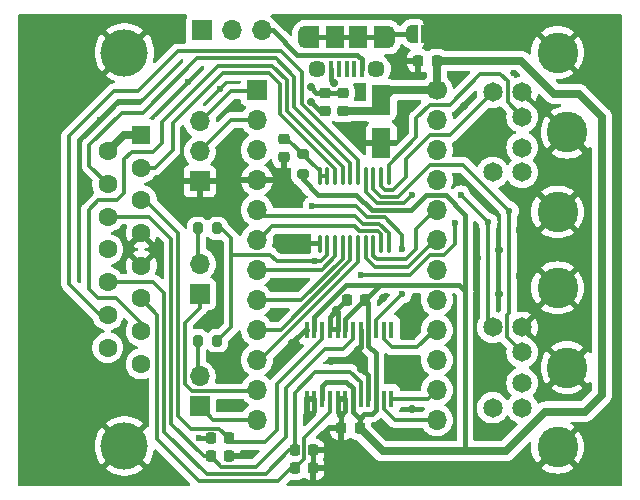
<source format=gbr>
G04 #@! TF.GenerationSoftware,KiCad,Pcbnew,7.0.5*
G04 #@! TF.CreationDate,2023-12-31T10:49:34+01:00*
G04 #@! TF.ProjectId,usb-to-ps2-gameport-hat-arduino-pro-mini,7573622d-746f-42d7-9073-322d67616d65,1.3*
G04 #@! TF.SameCoordinates,Original*
G04 #@! TF.FileFunction,Copper,L1,Top*
G04 #@! TF.FilePolarity,Positive*
%FSLAX46Y46*%
G04 Gerber Fmt 4.6, Leading zero omitted, Abs format (unit mm)*
G04 Created by KiCad (PCBNEW 7.0.5) date 2023-12-31 10:49:34*
%MOMM*%
%LPD*%
G01*
G04 APERTURE LIST*
G04 Aperture macros list*
%AMRoundRect*
0 Rectangle with rounded corners*
0 $1 Rounding radius*
0 $2 $3 $4 $5 $6 $7 $8 $9 X,Y pos of 4 corners*
0 Add a 4 corners polygon primitive as box body*
4,1,4,$2,$3,$4,$5,$6,$7,$8,$9,$2,$3,0*
0 Add four circle primitives for the rounded corners*
1,1,$1+$1,$2,$3*
1,1,$1+$1,$4,$5*
1,1,$1+$1,$6,$7*
1,1,$1+$1,$8,$9*
0 Add four rect primitives between the rounded corners*
20,1,$1+$1,$2,$3,$4,$5,0*
20,1,$1+$1,$4,$5,$6,$7,0*
20,1,$1+$1,$6,$7,$8,$9,0*
20,1,$1+$1,$8,$9,$2,$3,0*%
%AMFreePoly0*
4,1,19,0.500000,-0.750000,0.000000,-0.750000,0.000000,-0.744911,-0.071157,-0.744911,-0.207708,-0.704816,-0.327430,-0.627875,-0.420627,-0.520320,-0.479746,-0.390866,-0.500000,-0.250000,-0.500000,0.250000,-0.479746,0.390866,-0.420627,0.520320,-0.327430,0.627875,-0.207708,0.704816,-0.071157,0.744911,0.000000,0.744911,0.000000,0.750000,0.500000,0.750000,0.500000,-0.750000,0.500000,-0.750000,
$1*%
%AMFreePoly1*
4,1,19,0.000000,0.744911,0.071157,0.744911,0.207708,0.704816,0.327430,0.627875,0.420627,0.520320,0.479746,0.390866,0.500000,0.250000,0.500000,-0.250000,0.479746,-0.390866,0.420627,-0.520320,0.327430,-0.627875,0.207708,-0.704816,0.071157,-0.744911,0.000000,-0.744911,0.000000,-0.750000,-0.500000,-0.750000,-0.500000,0.750000,0.000000,0.750000,0.000000,0.744911,0.000000,0.744911,
$1*%
G04 Aperture macros list end*
G04 #@! TA.AperFunction,SMDPad,CuDef*
%ADD10RoundRect,0.225000X0.225000X0.250000X-0.225000X0.250000X-0.225000X-0.250000X0.225000X-0.250000X0*%
G04 #@! TD*
G04 #@! TA.AperFunction,ComponentPad*
%ADD11C,1.700000*%
G04 #@! TD*
G04 #@! TA.AperFunction,ComponentPad*
%ADD12O,1.700000X1.700000*%
G04 #@! TD*
G04 #@! TA.AperFunction,ComponentPad*
%ADD13R,1.700000X1.700000*%
G04 #@! TD*
G04 #@! TA.AperFunction,SMDPad,CuDef*
%ADD14R,0.450000X1.475000*%
G04 #@! TD*
G04 #@! TA.AperFunction,SMDPad,CuDef*
%ADD15RoundRect,0.225000X-0.250000X0.225000X-0.250000X-0.225000X0.250000X-0.225000X0.250000X0.225000X0*%
G04 #@! TD*
G04 #@! TA.AperFunction,SMDPad,CuDef*
%ADD16RoundRect,0.250000X-0.550000X1.050000X-0.550000X-1.050000X0.550000X-1.050000X0.550000X1.050000X0*%
G04 #@! TD*
G04 #@! TA.AperFunction,SMDPad,CuDef*
%ADD17RoundRect,0.200000X0.200000X0.275000X-0.200000X0.275000X-0.200000X-0.275000X0.200000X-0.275000X0*%
G04 #@! TD*
G04 #@! TA.AperFunction,SMDPad,CuDef*
%ADD18RoundRect,0.100000X0.100000X-0.637500X0.100000X0.637500X-0.100000X0.637500X-0.100000X-0.637500X0*%
G04 #@! TD*
G04 #@! TA.AperFunction,ComponentPad*
%ADD19C,4.000000*%
G04 #@! TD*
G04 #@! TA.AperFunction,ComponentPad*
%ADD20R,1.600000X1.600000*%
G04 #@! TD*
G04 #@! TA.AperFunction,ComponentPad*
%ADD21C,1.600000*%
G04 #@! TD*
G04 #@! TA.AperFunction,SMDPad,CuDef*
%ADD22RoundRect,0.225000X-0.225000X-0.250000X0.225000X-0.250000X0.225000X0.250000X-0.225000X0.250000X0*%
G04 #@! TD*
G04 #@! TA.AperFunction,SMDPad,CuDef*
%ADD23R,0.400000X1.350000*%
G04 #@! TD*
G04 #@! TA.AperFunction,ComponentPad*
%ADD24O,1.200000X1.900000*%
G04 #@! TD*
G04 #@! TA.AperFunction,SMDPad,CuDef*
%ADD25R,1.200000X1.900000*%
G04 #@! TD*
G04 #@! TA.AperFunction,ComponentPad*
%ADD26C,1.450000*%
G04 #@! TD*
G04 #@! TA.AperFunction,SMDPad,CuDef*
%ADD27R,1.500000X1.900000*%
G04 #@! TD*
G04 #@! TA.AperFunction,SMDPad,CuDef*
%ADD28RoundRect,0.218750X0.256250X-0.218750X0.256250X0.218750X-0.256250X0.218750X-0.256250X-0.218750X0*%
G04 #@! TD*
G04 #@! TA.AperFunction,SMDPad,CuDef*
%ADD29FreePoly0,0.000000*%
G04 #@! TD*
G04 #@! TA.AperFunction,SMDPad,CuDef*
%ADD30FreePoly1,0.000000*%
G04 #@! TD*
G04 #@! TA.AperFunction,ComponentPad*
%ADD31C,1.650000*%
G04 #@! TD*
G04 #@! TA.AperFunction,ComponentPad*
%ADD32C,3.450000*%
G04 #@! TD*
G04 #@! TA.AperFunction,ComponentPad*
%ADD33C,0.900000*%
G04 #@! TD*
G04 #@! TA.AperFunction,SMDPad,CuDef*
%ADD34RoundRect,0.200000X0.275000X-0.200000X0.275000X0.200000X-0.275000X0.200000X-0.275000X-0.200000X0*%
G04 #@! TD*
G04 #@! TA.AperFunction,ViaPad*
%ADD35C,0.600000*%
G04 #@! TD*
G04 #@! TA.AperFunction,ViaPad*
%ADD36C,0.700000*%
G04 #@! TD*
G04 #@! TA.AperFunction,Conductor*
%ADD37C,0.400000*%
G04 #@! TD*
G04 #@! TA.AperFunction,Conductor*
%ADD38C,0.300000*%
G04 #@! TD*
G04 #@! TA.AperFunction,Conductor*
%ADD39C,0.700000*%
G04 #@! TD*
G04 APERTURE END LIST*
D10*
X121920354Y-42105224D03*
X120370354Y-42105224D03*
D11*
X121926354Y-44577224D03*
D12*
X121926354Y-47117224D03*
X121926354Y-49657224D03*
X121926354Y-52197224D03*
X121926354Y-54737224D03*
X121926354Y-57277224D03*
X121926354Y-59817224D03*
X121926354Y-62357224D03*
X121926354Y-64897224D03*
X121926354Y-67437224D03*
X121926354Y-69977224D03*
X121926354Y-72517224D03*
D10*
X115390354Y-73214724D03*
X113840354Y-73214724D03*
X115880354Y-62357224D03*
X114330354Y-62357224D03*
D13*
X101860354Y-52324224D03*
D12*
X101860354Y-49784224D03*
X101860354Y-47244224D03*
D13*
X106686354Y-44577224D03*
D12*
X106686354Y-47117224D03*
X106686354Y-49657224D03*
X106686354Y-52197224D03*
X106686354Y-54737224D03*
X106686354Y-57277224D03*
X106686354Y-59817224D03*
X106686354Y-62357224D03*
X106686354Y-64897224D03*
X106686354Y-67437224D03*
X106686354Y-69977224D03*
X106686354Y-72517224D03*
D14*
X110925354Y-70755224D03*
X111575354Y-70755224D03*
X112225354Y-70755224D03*
X112875354Y-70755224D03*
X113525354Y-70755224D03*
X114175354Y-70755224D03*
X114825354Y-70755224D03*
X115475354Y-70755224D03*
X116125354Y-70755224D03*
X116775354Y-70755224D03*
X117425354Y-70755224D03*
X118075354Y-70755224D03*
X118075354Y-64879224D03*
X117425354Y-64879224D03*
X116775354Y-64879224D03*
X116125354Y-64879224D03*
X115475354Y-64879224D03*
X114825354Y-64879224D03*
X114175354Y-64879224D03*
X113525354Y-64879224D03*
X112875354Y-64879224D03*
X112225354Y-64879224D03*
X111575354Y-64879224D03*
X110925354Y-64879224D03*
D15*
X112464854Y-44818224D03*
X112464854Y-46368224D03*
D16*
X117227354Y-45444224D03*
X117227354Y-49044224D03*
D17*
X103340354Y-65825224D03*
X101690354Y-65825224D03*
D18*
X112016354Y-57599724D03*
X112666354Y-57599724D03*
X113316354Y-57599724D03*
X113966354Y-57599724D03*
X114616354Y-57599724D03*
X115266354Y-57599724D03*
X115916354Y-57599724D03*
X116566354Y-57599724D03*
X117216354Y-57599724D03*
X117866354Y-57599724D03*
X117866354Y-51874724D03*
X117216354Y-51874724D03*
X116566354Y-51874724D03*
X115916354Y-51874724D03*
X115266354Y-51874724D03*
X114616354Y-51874724D03*
X113966354Y-51874724D03*
X113316354Y-51874724D03*
X112666354Y-51874724D03*
X112016354Y-51874724D03*
D17*
X103340354Y-56305224D03*
X101690354Y-56305224D03*
D19*
X95490000Y-41432224D03*
X95490000Y-74732224D03*
D20*
X96910000Y-48387224D03*
D21*
X96910000Y-51157224D03*
X96910000Y-53927224D03*
X96910000Y-56697224D03*
X96910000Y-59467224D03*
X96910000Y-62237224D03*
X96910000Y-65007224D03*
X96910000Y-67777224D03*
X94070000Y-49772224D03*
X94070000Y-52542224D03*
X94070000Y-55312224D03*
X94070000Y-58082224D03*
X94070000Y-60852224D03*
X94070000Y-63622224D03*
X94070000Y-66392224D03*
D15*
X108985354Y-48710224D03*
X108985354Y-50260224D03*
D10*
X111465354Y-75095224D03*
X109915354Y-75095224D03*
D22*
X102780354Y-75605224D03*
X104330354Y-75605224D03*
D10*
X111465354Y-76619224D03*
X109915354Y-76619224D03*
X104330354Y-74075224D03*
X102780354Y-74075224D03*
D23*
X115595354Y-42801224D03*
X114945354Y-42801224D03*
X114295354Y-42801224D03*
X113645354Y-42801224D03*
X112995354Y-42801224D03*
D24*
X117795354Y-40101224D03*
D25*
X117195354Y-40101224D03*
D26*
X116795354Y-42801224D03*
D27*
X115295354Y-40101224D03*
X113295354Y-40101224D03*
D26*
X111795354Y-42801224D03*
D25*
X111395354Y-40101224D03*
D24*
X110795354Y-40101224D03*
D28*
X113988854Y-46380724D03*
X113988854Y-44805724D03*
D29*
X119835354Y-39835224D03*
D30*
X121135354Y-39835224D03*
D13*
X102045354Y-39545224D03*
D12*
X104585354Y-39545224D03*
X107125354Y-39545224D03*
D31*
X129160000Y-66780000D03*
X129160000Y-69380000D03*
X129160000Y-64680000D03*
X129160000Y-71480000D03*
X126660000Y-64680000D03*
X126660000Y-71480000D03*
D32*
X132160000Y-61330000D03*
X132960000Y-68080000D03*
X132160000Y-74830000D03*
D33*
X117225354Y-45595224D03*
D13*
X101860354Y-61859224D03*
D12*
X101860354Y-59319224D03*
D31*
X129160000Y-46860000D03*
X129160000Y-49460000D03*
X129160000Y-44760000D03*
X129160000Y-51560000D03*
X126660000Y-44760000D03*
X126660000Y-51560000D03*
D32*
X132160000Y-41410000D03*
X132960000Y-48160000D03*
X132160000Y-54910000D03*
D34*
X110585354Y-51690224D03*
X110585354Y-50040224D03*
D13*
X101855354Y-71375224D03*
D12*
X101855354Y-68835224D03*
D33*
X117225354Y-48895224D03*
D35*
X118995354Y-61865224D03*
X111405354Y-54375224D03*
X119005354Y-58065224D03*
X103535354Y-44525224D03*
D36*
X105165354Y-68705224D03*
X115440000Y-44770000D03*
X103345354Y-57835224D03*
X112965354Y-67495224D03*
X111265354Y-45575224D03*
X126710000Y-73480000D03*
X108255354Y-63635224D03*
X124090000Y-43320000D03*
X123265354Y-71265224D03*
X123940000Y-49580000D03*
X119760000Y-69280000D03*
X104995354Y-45995224D03*
X122785354Y-39075224D03*
D35*
X93410000Y-47120000D03*
D36*
X115225354Y-66595224D03*
X126355354Y-39075224D03*
D35*
X128480000Y-43180000D03*
D36*
X125330000Y-58800000D03*
X111240354Y-72138724D03*
X124200000Y-45940000D03*
X126720000Y-46810000D03*
X105175354Y-66175224D03*
X110425354Y-57605224D03*
X119130000Y-46000000D03*
X119805354Y-71635224D03*
D35*
X128880000Y-60330000D03*
D36*
X114935354Y-48145224D03*
X117350000Y-62230000D03*
X126450000Y-54590000D03*
X113840354Y-72138724D03*
D35*
X101775354Y-74075224D03*
D36*
X113391854Y-63246224D03*
X115555354Y-68175224D03*
X119915354Y-63775224D03*
X92000000Y-64405224D03*
X127170000Y-58110000D03*
X105915354Y-75415224D03*
X126720000Y-49490000D03*
D35*
X100830000Y-43890000D03*
D36*
X112725354Y-74275224D03*
X126200000Y-67360000D03*
X92000000Y-66285224D03*
X113225354Y-43975224D03*
X109675354Y-65965224D03*
X127170000Y-61840000D03*
X123265354Y-63645224D03*
X118695354Y-42215224D03*
X105185354Y-71275224D03*
X118010000Y-67550000D03*
X92000000Y-52800000D03*
X118155354Y-73705224D03*
X109625354Y-61005224D03*
D35*
X128880000Y-56400000D03*
X115539854Y-60225224D03*
X111615354Y-59095224D03*
X123450354Y-55825224D03*
X128060000Y-54800000D03*
X123955854Y-53475224D03*
X126275354Y-55794724D03*
X119863354Y-53467224D03*
D36*
X111265354Y-44335224D03*
D37*
X116125354Y-62602224D02*
X115880354Y-62357224D01*
X116125354Y-64879224D02*
X116125354Y-62602224D01*
X115475354Y-66345224D02*
X115225354Y-66595224D01*
X115475354Y-64879224D02*
X115475354Y-66345224D01*
D38*
X107822130Y-58540000D02*
X104545502Y-58540000D01*
X104545502Y-58540000D02*
X104545502Y-59545076D01*
X108377354Y-59095224D02*
X107822130Y-58540000D01*
X111615354Y-59095224D02*
X108377354Y-59095224D01*
X119005354Y-56832724D02*
X119005354Y-58065224D01*
X118995354Y-61865224D02*
X116775354Y-64085224D01*
X116775354Y-64085224D02*
X116775354Y-64879224D01*
X116055354Y-55375224D02*
X117547854Y-55375224D01*
X117547854Y-55375224D02*
X119005354Y-56832724D01*
X111405354Y-54375224D02*
X115055354Y-54375224D01*
X115055354Y-54375224D02*
X116055354Y-55375224D01*
D37*
X112995354Y-43745224D02*
X112995354Y-42801224D01*
X113225354Y-43975224D02*
X112995354Y-43745224D01*
X111240354Y-72138724D02*
X111575354Y-71803724D01*
X111477854Y-75095224D02*
X111477854Y-76619224D01*
X112875354Y-63762724D02*
X112875354Y-64879224D01*
X113525354Y-71823724D02*
X113525354Y-70755224D01*
X114175354Y-70755224D02*
X114175354Y-71803724D01*
X116125354Y-68745224D02*
X116125354Y-70755224D01*
X110761354Y-64879224D02*
X110925354Y-64879224D01*
X114935354Y-48190724D02*
X114935354Y-48145224D01*
X113391854Y-63246224D02*
X112875354Y-63762724D01*
X102780354Y-74075224D02*
X101775354Y-74075224D01*
X113840354Y-73204724D02*
X113840354Y-72138724D01*
X109675354Y-65965224D02*
X110761354Y-64879224D01*
X113391854Y-63246224D02*
X114280854Y-62357224D01*
X114175354Y-71803724D02*
X113840354Y-72138724D01*
X110925354Y-70758724D02*
X110925354Y-71823724D01*
X113391854Y-63246224D02*
X113525354Y-63379724D01*
X113525354Y-63379724D02*
X113525354Y-64879224D01*
X113850354Y-73214724D02*
X113840354Y-73204724D01*
X113840354Y-72138724D02*
X113525354Y-71823724D01*
X111575354Y-71803724D02*
X111575354Y-70758724D01*
X115555354Y-68175224D02*
X116125354Y-68745224D01*
X111265354Y-45575224D02*
X112070854Y-46380724D01*
X112070854Y-46380724D02*
X112464854Y-46380724D01*
X110925354Y-71823724D02*
X111240354Y-72138724D01*
X122673744Y-53473614D02*
X124330000Y-55129870D01*
D39*
X121924854Y-42100724D02*
X121920354Y-42105224D01*
X113988854Y-46380724D02*
X116695354Y-46380724D01*
D37*
X110585354Y-52145224D02*
X111885354Y-53445224D01*
D39*
X115390354Y-73214724D02*
X117340854Y-75165224D01*
D37*
X121922644Y-44573514D02*
X121926354Y-44577224D01*
X116775354Y-71667724D02*
X116775354Y-70755224D01*
X123793614Y-61093614D02*
X124330000Y-61630000D01*
X114175354Y-64879224D02*
X114175354Y-63966724D01*
X112225354Y-70755224D02*
X112225354Y-69617724D01*
X111885354Y-53445224D02*
X115085354Y-53445224D01*
D39*
X131834724Y-44894724D02*
X129040724Y-42100724D01*
X127754776Y-75165224D02*
X131104776Y-71815224D01*
X117340854Y-75165224D02*
X127754776Y-75165224D01*
D37*
X115390354Y-72410224D02*
X115795354Y-72005224D01*
X119719354Y-54785224D02*
X121030964Y-53473614D01*
D39*
X121920354Y-42105224D02*
X121926354Y-42111224D01*
D37*
X114825354Y-71845224D02*
X114825354Y-70755224D01*
X114247854Y-69265224D02*
X114825354Y-69842724D01*
D39*
X129040724Y-42100724D02*
X121924854Y-42100724D01*
D37*
X114825354Y-69842724D02*
X114825354Y-70755224D01*
X110585354Y-51690224D02*
X110585354Y-52145224D01*
X114256964Y-61093614D02*
X117119464Y-61093614D01*
X112225354Y-69617724D02*
X112577854Y-69265224D01*
X121030964Y-53473614D02*
X122673744Y-53473614D01*
D39*
X118098064Y-44573514D02*
X117227354Y-45444224D01*
X135895354Y-46845224D02*
X133944854Y-44894724D01*
X134485354Y-71815224D02*
X135895354Y-70405224D01*
D37*
X115390354Y-72410224D02*
X114825354Y-71845224D01*
X111575354Y-63775224D02*
X114256964Y-61093614D01*
X121926354Y-44577224D02*
X122078754Y-44577224D01*
D39*
X131104776Y-71815224D02*
X134485354Y-71815224D01*
X133944854Y-44894724D02*
X131834724Y-44894724D01*
D37*
X116775354Y-70755224D02*
X116775354Y-66875224D01*
X115880354Y-62332724D02*
X117119464Y-61093614D01*
X116125354Y-66225224D02*
X116125354Y-64879224D01*
D39*
X121922644Y-44573514D02*
X118098064Y-44573514D01*
D37*
X114175354Y-63966724D02*
X115784854Y-62357224D01*
X116775354Y-66875224D02*
X116125354Y-66225224D01*
X117119464Y-61093614D02*
X123793614Y-61093614D01*
X112577854Y-69265224D02*
X114247854Y-69265224D01*
X115795354Y-72005224D02*
X116437854Y-72005224D01*
X115390354Y-73214724D02*
X115390354Y-72410224D01*
X116437854Y-72005224D02*
X116775354Y-71667724D01*
X124330000Y-55129870D02*
X124330000Y-75155224D01*
X116425354Y-54785224D02*
X119719354Y-54785224D01*
D39*
X121926354Y-42111224D02*
X121926354Y-44577224D01*
X135895354Y-70405224D02*
X135895354Y-46845224D01*
D37*
X115085354Y-53445224D02*
X116425354Y-54785224D01*
X111575354Y-64879224D02*
X111575354Y-63775224D01*
D38*
X100045354Y-56705224D02*
X97267354Y-53927224D01*
X108435354Y-69455224D02*
X108435354Y-73365224D01*
X112225354Y-65665224D02*
X108435354Y-69455224D01*
X100045354Y-72195224D02*
X100045354Y-56705224D01*
X103500354Y-73245224D02*
X101095354Y-73245224D01*
X104330354Y-74075224D02*
X103500354Y-73245224D01*
X101095354Y-73245224D02*
X100045354Y-72195224D01*
X97267354Y-53927224D02*
X96910000Y-53927224D01*
X104640354Y-74385224D02*
X104330354Y-74075224D01*
X107415354Y-74385224D02*
X104640354Y-74385224D01*
X108435354Y-73365224D02*
X107415354Y-74385224D01*
X112225354Y-64879224D02*
X112225354Y-65665224D01*
X106625354Y-76485224D02*
X103660354Y-76485224D01*
X114825354Y-65691724D02*
X113968854Y-66548224D01*
X103660354Y-76485224D02*
X102780354Y-75605224D01*
X109155354Y-73955224D02*
X106625354Y-76485224D01*
X109155354Y-69835224D02*
X109155354Y-73955224D01*
X97585232Y-55312224D02*
X94070000Y-55312224D01*
X114825354Y-64879224D02*
X114825354Y-65691724D01*
X99465354Y-72845224D02*
X99465354Y-57192346D01*
X102225354Y-75605224D02*
X99465354Y-72845224D01*
X99465354Y-57192346D02*
X97585232Y-55312224D01*
X113968854Y-66548224D02*
X112442354Y-66548224D01*
X112442354Y-66548224D02*
X109155354Y-69835224D01*
X102780354Y-75605224D02*
X102225354Y-75605224D01*
X98875354Y-73515224D02*
X98875354Y-61785224D01*
X115475354Y-69305224D02*
X114623354Y-68453224D01*
X102441364Y-77081234D02*
X98875354Y-73515224D01*
X98875354Y-61785224D02*
X97942354Y-60852224D01*
X114623354Y-68453224D02*
X111647354Y-68453224D01*
X109902854Y-70197724D02*
X109902854Y-75095224D01*
X97942354Y-60852224D02*
X94070000Y-60852224D01*
X107449344Y-77081234D02*
X102441364Y-77081234D01*
X109435354Y-75095224D02*
X107449344Y-77081234D01*
X115475354Y-70755224D02*
X115475354Y-69305224D01*
X111647354Y-68453224D02*
X109902854Y-70197724D01*
X109915354Y-75095224D02*
X109435354Y-75095224D01*
X110690354Y-75831724D02*
X109902854Y-76619224D01*
X112875354Y-70755224D02*
X112875354Y-71845224D01*
X109551354Y-76619224D02*
X108455354Y-77715224D01*
X101805354Y-77715224D02*
X98265354Y-74175224D01*
X112875354Y-71845224D02*
X110690354Y-74030224D01*
X109915354Y-76619224D02*
X109551354Y-76619224D01*
X98265354Y-74175224D02*
X98265354Y-63592578D01*
X98265354Y-63592578D02*
X96910000Y-62237224D01*
X108455354Y-77715224D02*
X101805354Y-77715224D01*
X110690354Y-74030224D02*
X110690354Y-75831724D01*
X115266354Y-59164224D02*
X106993354Y-67437224D01*
X106993354Y-67437224D02*
X106686354Y-67437224D01*
X115266354Y-57687224D02*
X115266354Y-59164224D01*
X114616354Y-59014224D02*
X108733354Y-64897224D01*
X114616354Y-57687224D02*
X114616354Y-59014224D01*
X108733354Y-64897224D02*
X106686354Y-64897224D01*
X110463354Y-62357224D02*
X106686354Y-62357224D01*
X113966354Y-58854224D02*
X110463354Y-62357224D01*
X113966354Y-57687224D02*
X113966354Y-58854224D01*
X112173478Y-59817224D02*
X106686354Y-59817224D01*
X113316354Y-57687224D02*
X113316354Y-58674348D01*
X113316354Y-58674348D02*
X112173478Y-59817224D01*
X118108854Y-66375224D02*
X120295954Y-66375224D01*
X121773954Y-64897224D02*
X121926354Y-64897224D01*
X117425354Y-64879224D02*
X117425354Y-65691724D01*
X117425354Y-65691724D02*
X118108854Y-66375224D01*
X120295954Y-66375224D02*
X121773954Y-64897224D01*
X121147354Y-70756224D02*
X121926354Y-69977224D01*
X118075354Y-70755224D02*
X118076354Y-70756224D01*
X118076354Y-70756224D02*
X121147354Y-70756224D01*
D39*
X95455000Y-48387224D02*
X96910000Y-48387224D01*
X94070000Y-49772224D02*
X95455000Y-48387224D01*
D37*
X115595354Y-41976224D02*
X115595354Y-42801224D01*
X108047854Y-39545224D02*
X110097854Y-41595224D01*
X115214354Y-41595224D02*
X115595354Y-41976224D01*
X107125354Y-39545224D02*
X108047854Y-39545224D01*
X110097854Y-41595224D02*
X115214354Y-41595224D01*
D38*
X119685354Y-60225224D02*
X115539854Y-60225224D01*
X104545502Y-57155372D02*
X104545502Y-59545076D01*
X103340354Y-56305224D02*
X103695354Y-56305224D01*
X103695354Y-56305224D02*
X104545502Y-57155372D01*
X112666354Y-58514224D02*
X112666354Y-57687224D01*
X123450354Y-55825224D02*
X123450354Y-57658224D01*
X112085354Y-59095224D02*
X112666354Y-58514224D01*
X123450354Y-57658224D02*
X122573354Y-58535224D01*
X111615354Y-59095224D02*
X112085354Y-59095224D01*
X122573354Y-58535224D02*
X121375354Y-58535224D01*
X104545502Y-64620076D02*
X104545502Y-59545076D01*
X103340354Y-65825224D02*
X104545502Y-64620076D01*
X121375354Y-58535224D02*
X119685354Y-60225224D01*
X101926354Y-47244224D02*
X104465354Y-44705224D01*
X104465354Y-44705224D02*
X106558354Y-44705224D01*
X101860354Y-47244224D02*
X101926354Y-47244224D01*
X106558354Y-44705224D02*
X106686354Y-44577224D01*
X101860354Y-49784224D02*
X104527354Y-47117224D01*
X104527354Y-47117224D02*
X106686354Y-47117224D01*
X100625354Y-69505224D02*
X101215354Y-70095224D01*
X101215354Y-70095224D02*
X106568354Y-70095224D01*
X101860354Y-63051305D02*
X100625354Y-64286305D01*
X106568354Y-70095224D02*
X106686354Y-69977224D01*
X100625354Y-64286305D02*
X100625354Y-69505224D01*
X101860354Y-61859224D02*
X101860354Y-63051305D01*
X101855354Y-71375224D02*
X102997354Y-72517224D01*
X102997354Y-72517224D02*
X106686354Y-72517224D01*
X112666354Y-51874724D02*
X112016354Y-51874724D01*
X112016354Y-51874724D02*
X112016354Y-51471224D01*
X112016354Y-51471224D02*
X109255354Y-48710224D01*
X109255354Y-48710224D02*
X108985354Y-48710224D01*
X120211854Y-46963021D02*
X121339651Y-45835224D01*
X121339651Y-45835224D02*
X123025354Y-45835224D01*
X123025354Y-45835224D02*
X125630578Y-43230000D01*
X127290000Y-43230000D02*
X127920000Y-43860000D01*
X120211854Y-48578724D02*
X120211854Y-46963021D01*
X127920000Y-43860000D02*
X127920000Y-45620000D01*
X127920000Y-45620000D02*
X129160000Y-46860000D01*
X117866354Y-51787224D02*
X117866354Y-50924224D01*
X125630578Y-43230000D02*
X127290000Y-43230000D01*
X117866354Y-50924224D02*
X120211854Y-48578724D01*
X119322854Y-51910726D02*
X119322854Y-50392021D01*
X123034776Y-48385224D02*
X126660000Y-44760000D01*
X117216354Y-51787224D02*
X117216354Y-52717226D01*
X121329651Y-48385224D02*
X123034776Y-48385224D01*
X117514352Y-53015224D02*
X118218356Y-53015224D01*
X118218356Y-53015224D02*
X119322854Y-51910726D01*
X119322854Y-50392021D02*
X121329651Y-48385224D01*
X117216354Y-52717226D02*
X117514352Y-53015224D01*
X124177224Y-50927224D02*
X121393354Y-50927224D01*
X128060000Y-54800000D02*
X128050000Y-54810000D01*
X128060000Y-54800000D02*
X128050000Y-54800000D01*
X128050000Y-63480000D02*
X127890000Y-63640000D01*
X128050000Y-54810000D02*
X128050000Y-63480000D01*
X116566354Y-52976224D02*
X116566354Y-51787224D01*
X117225354Y-53635224D02*
X116566354Y-52976224D01*
X121393354Y-50927224D02*
X118685354Y-53635224D01*
X128050000Y-54800000D02*
X124177224Y-50927224D01*
X118685354Y-53635224D02*
X117225354Y-53635224D01*
X127890000Y-63640000D02*
X127890000Y-65510000D01*
X127890000Y-65510000D02*
X129160000Y-66780000D01*
X115916354Y-53256224D02*
X115916354Y-51787224D01*
X126275354Y-55794724D02*
X123955854Y-53475224D01*
X126275354Y-55794724D02*
X126275354Y-64295354D01*
X126275354Y-64295354D02*
X126660000Y-64680000D01*
X119155354Y-54175224D02*
X116835354Y-54175224D01*
X116835354Y-54175224D02*
X115916354Y-53256224D01*
X119863354Y-53467224D02*
X119155354Y-54175224D01*
X92520000Y-50992224D02*
X94070000Y-52542224D01*
X108305354Y-41915224D02*
X101654776Y-41915224D01*
X92520000Y-49240000D02*
X92520000Y-50992224D01*
X109865354Y-43475224D02*
X108305354Y-41915224D01*
X114616354Y-51787224D02*
X114616354Y-50796354D01*
X114616354Y-50796354D02*
X109865354Y-46045354D01*
X97054776Y-46515224D02*
X95244776Y-46515224D01*
X109865354Y-46045354D02*
X109865354Y-43475224D01*
X101654776Y-41915224D02*
X97054776Y-46515224D01*
X95244776Y-46515224D02*
X92520000Y-49240000D01*
X98625354Y-49082224D02*
X97897578Y-49810000D01*
X103405354Y-42515224D02*
X98625354Y-47295224D01*
X95480000Y-50449578D02*
X95480000Y-53300000D01*
X94800224Y-62230224D02*
X96910000Y-64340000D01*
X113966354Y-51066354D02*
X109255354Y-46355354D01*
X96910000Y-64340000D02*
X96910000Y-65007224D01*
X97897578Y-49810000D02*
X96119578Y-49810000D01*
X92460000Y-61450000D02*
X93240224Y-62230224D01*
X93280000Y-53920000D02*
X92460000Y-54740000D01*
X98625354Y-47295224D02*
X98625354Y-49082224D01*
X109255354Y-46355354D02*
X109255354Y-43755224D01*
X96119578Y-49810000D02*
X95480000Y-50449578D01*
X92460000Y-54740000D02*
X92460000Y-61450000D01*
X94860000Y-53920000D02*
X93280000Y-53920000D01*
X113966354Y-51787224D02*
X113966354Y-51066354D01*
X109255354Y-43755224D02*
X108015354Y-42515224D01*
X95480000Y-53300000D02*
X94860000Y-53920000D01*
X93240224Y-62230224D02*
X94800224Y-62230224D01*
X108015354Y-42515224D02*
X103405354Y-42515224D01*
X98038724Y-51157224D02*
X96910000Y-51157224D01*
X108675354Y-44095224D02*
X107705354Y-43125224D01*
X113316354Y-51292249D02*
X108675354Y-46651249D01*
X107705354Y-43125224D02*
X103815354Y-43125224D01*
X113316354Y-51787224D02*
X113316354Y-51292249D01*
X103815354Y-43125224D02*
X99566365Y-47374213D01*
X99566365Y-49629583D02*
X98038724Y-51157224D01*
X108675354Y-46651249D02*
X108675354Y-44095224D01*
X99566365Y-47374213D02*
X99566365Y-49629583D01*
X121926354Y-72517224D02*
X118374854Y-72517224D01*
X117425354Y-71567724D02*
X117425354Y-70755224D01*
X118374854Y-72517224D02*
X117425354Y-71567724D01*
X93409854Y-63622224D02*
X94067354Y-63622224D01*
X108725354Y-41315224D02*
X99994776Y-41315224D01*
X90800000Y-48480000D02*
X90800000Y-61012370D01*
X110505354Y-45765354D02*
X110505354Y-43095224D01*
X110505354Y-43095224D02*
X108725354Y-41315224D01*
X115266354Y-50526354D02*
X110505354Y-45765354D01*
X90800000Y-61012370D02*
X93409854Y-63622224D01*
X94600000Y-44680000D02*
X90800000Y-48480000D01*
X96630000Y-44680000D02*
X94600000Y-44680000D01*
X99994776Y-41315224D02*
X96630000Y-44680000D01*
X115266354Y-51787224D02*
X115266354Y-50526354D01*
X117073232Y-55925224D02*
X117866354Y-56718346D01*
X115685354Y-55925224D02*
X117073232Y-55925224D01*
X115025354Y-55265224D02*
X115685354Y-55925224D01*
X107214354Y-55265224D02*
X115025354Y-55265224D01*
X106686354Y-54737224D02*
X107214354Y-55265224D01*
X117866354Y-56718346D02*
X117866354Y-57687224D01*
X106838754Y-57277224D02*
X108010754Y-56105224D01*
X114985354Y-56105224D02*
X115365354Y-56485224D01*
X115365354Y-56485224D02*
X116926110Y-56485224D01*
X116926110Y-56485224D02*
X117216354Y-56775468D01*
X106686354Y-57277224D02*
X106838754Y-57277224D01*
X108010754Y-56105224D02*
X114985354Y-56105224D01*
X117216354Y-56775468D02*
X117216354Y-57687224D01*
X121926354Y-54737224D02*
X121773954Y-54737224D01*
X120148354Y-56362824D02*
X120148354Y-58082224D01*
X119315354Y-58915224D02*
X116864352Y-58915224D01*
X116864352Y-58915224D02*
X116566354Y-58617226D01*
X116566354Y-58617226D02*
X116566354Y-57687224D01*
X120148354Y-58082224D02*
X119315354Y-58915224D01*
X121773954Y-54737224D02*
X120148354Y-56362824D01*
X115916354Y-58816224D02*
X116665354Y-59565224D01*
X116665354Y-59565224D02*
X119485954Y-59565224D01*
X121773954Y-57277224D02*
X121926354Y-57277224D01*
X119485954Y-59565224D02*
X121773954Y-57277224D01*
X115916354Y-57687224D02*
X115916354Y-58816224D01*
X101860354Y-59319224D02*
X101860354Y-59309224D01*
X101690354Y-59149224D02*
X101860354Y-59319224D01*
X101690354Y-56420224D02*
X101690354Y-59149224D01*
X101690354Y-68670224D02*
X101855354Y-68835224D01*
X101855354Y-68835224D02*
X101859354Y-68835224D01*
X101710354Y-65845224D02*
X101690354Y-65865224D01*
X101859354Y-68835224D02*
X101860354Y-68834224D01*
X101690354Y-65865224D02*
X101690354Y-68670224D01*
D37*
X110795354Y-40101224D02*
X117795354Y-40101224D01*
X117795354Y-40101224D02*
X118061354Y-39835224D01*
X118061354Y-39835224D02*
X119517354Y-39835224D01*
X111735854Y-44805724D02*
X113988854Y-44805724D01*
X111265354Y-44335224D02*
X111735854Y-44805724D01*
X111265354Y-44335224D02*
X111265354Y-44315224D01*
G04 #@! TA.AperFunction,Conductor*
G36*
X100754396Y-38210502D02*
G01*
X100800889Y-38264158D01*
X100810993Y-38334432D01*
X100787143Y-38392007D01*
X100769235Y-38415931D01*
X100744464Y-38449020D01*
X100744464Y-38449021D01*
X100693365Y-38586019D01*
X100693363Y-38586027D01*
X100686854Y-38646574D01*
X100686854Y-40443873D01*
X100694207Y-40512263D01*
X100692155Y-40512483D01*
X100688933Y-40572640D01*
X100647409Y-40630227D01*
X100581342Y-40656222D01*
X100570109Y-40656724D01*
X100081390Y-40656724D01*
X100065155Y-40654931D01*
X100065132Y-40655181D01*
X100057239Y-40654435D01*
X99985399Y-40656693D01*
X99983420Y-40656724D01*
X99953344Y-40656724D01*
X99953339Y-40656724D01*
X99953330Y-40656725D01*
X99945995Y-40657651D01*
X99940081Y-40658117D01*
X99890948Y-40659661D01*
X99890946Y-40659661D01*
X99890945Y-40659662D01*
X99870347Y-40665645D01*
X99850997Y-40669652D01*
X99829716Y-40672340D01*
X99829711Y-40672342D01*
X99783990Y-40690443D01*
X99778375Y-40692365D01*
X99731182Y-40706076D01*
X99731175Y-40706079D01*
X99712713Y-40716997D01*
X99694967Y-40725690D01*
X99675024Y-40733586D01*
X99675021Y-40733588D01*
X99635246Y-40762486D01*
X99630284Y-40765745D01*
X99587970Y-40790770D01*
X99572798Y-40805941D01*
X99557772Y-40818774D01*
X99540420Y-40831381D01*
X99540419Y-40831382D01*
X99509075Y-40869269D01*
X99505079Y-40873660D01*
X98103771Y-42274967D01*
X98041459Y-42308993D01*
X97970644Y-42303928D01*
X97913808Y-42261381D01*
X97888997Y-42194861D01*
X97894843Y-42146935D01*
X97924009Y-42057174D01*
X97924010Y-42057166D01*
X97983143Y-41747185D01*
X97983145Y-41747168D01*
X98002959Y-41432230D01*
X98002959Y-41432217D01*
X97983145Y-41117279D01*
X97983143Y-41117262D01*
X97924010Y-40807281D01*
X97924007Y-40807268D01*
X97826490Y-40507144D01*
X97826486Y-40507135D01*
X97692124Y-40221601D01*
X97692117Y-40221587D01*
X97523033Y-39955152D01*
X97523030Y-39955148D01*
X97433955Y-39847476D01*
X96790004Y-40491427D01*
X96788430Y-40488859D01*
X96624870Y-40297354D01*
X96433365Y-40133794D01*
X96430794Y-40132218D01*
X97077477Y-39485536D01*
X97077477Y-39485534D01*
X96836513Y-39310464D01*
X96559965Y-39158431D01*
X96266539Y-39042255D01*
X96266533Y-39042253D01*
X95960896Y-38963779D01*
X95960869Y-38963774D01*
X95647804Y-38924225D01*
X95647786Y-38924224D01*
X95332214Y-38924224D01*
X95332195Y-38924225D01*
X95019130Y-38963774D01*
X95019103Y-38963779D01*
X94713466Y-39042253D01*
X94713460Y-39042255D01*
X94420034Y-39158431D01*
X94143485Y-39310465D01*
X93902521Y-39485534D01*
X93902521Y-39485536D01*
X94549204Y-40132219D01*
X94546635Y-40133794D01*
X94355130Y-40297354D01*
X94191570Y-40488859D01*
X94189995Y-40491428D01*
X93546043Y-39847476D01*
X93546042Y-39847476D01*
X93456971Y-39955145D01*
X93456969Y-39955148D01*
X93287882Y-40221587D01*
X93287875Y-40221601D01*
X93153513Y-40507135D01*
X93153509Y-40507144D01*
X93055992Y-40807268D01*
X93055989Y-40807281D01*
X92996856Y-41117262D01*
X92996854Y-41117279D01*
X92977041Y-41432217D01*
X92977041Y-41432230D01*
X92996854Y-41747168D01*
X92996856Y-41747185D01*
X93055989Y-42057166D01*
X93055992Y-42057179D01*
X93153509Y-42357303D01*
X93153513Y-42357312D01*
X93287875Y-42642846D01*
X93287882Y-42642860D01*
X93456966Y-42909295D01*
X93456969Y-42909299D01*
X93546043Y-43016970D01*
X94189994Y-42373018D01*
X94191570Y-42375589D01*
X94355130Y-42567094D01*
X94546635Y-42730654D01*
X94549204Y-42732228D01*
X93902521Y-43378911D01*
X93902521Y-43378912D01*
X94143486Y-43553983D01*
X94420034Y-43706016D01*
X94602723Y-43778348D01*
X94658696Y-43822022D01*
X94682173Y-43889025D01*
X94665697Y-43958084D01*
X94614502Y-44007273D01*
X94562439Y-44020007D01*
X94562518Y-44021252D01*
X94558570Y-44021500D01*
X94558568Y-44021500D01*
X94558566Y-44021500D01*
X94558554Y-44021501D01*
X94551227Y-44022426D01*
X94545313Y-44022892D01*
X94496170Y-44024436D01*
X94481357Y-44028740D01*
X94475568Y-44030421D01*
X94456215Y-44034429D01*
X94434944Y-44037116D01*
X94434938Y-44037117D01*
X94434936Y-44037118D01*
X94430013Y-44039067D01*
X94389216Y-44055218D01*
X94383601Y-44057140D01*
X94336405Y-44070853D01*
X94336399Y-44070855D01*
X94317937Y-44081773D01*
X94300191Y-44090466D01*
X94280248Y-44098362D01*
X94280245Y-44098364D01*
X94240470Y-44127262D01*
X94235508Y-44130521D01*
X94193194Y-44155546D01*
X94178022Y-44170717D01*
X94162996Y-44183550D01*
X94145644Y-44196157D01*
X94145643Y-44196158D01*
X94114299Y-44234045D01*
X94110303Y-44238436D01*
X90395611Y-47953127D01*
X90382865Y-47963340D01*
X90383025Y-47963533D01*
X90376920Y-47968583D01*
X90327718Y-48020977D01*
X90326342Y-48022397D01*
X90305071Y-48043668D01*
X90300527Y-48049525D01*
X90296678Y-48054031D01*
X90263029Y-48089865D01*
X90263027Y-48089867D01*
X90252691Y-48108667D01*
X90241843Y-48125180D01*
X90228699Y-48142126D01*
X90228694Y-48142135D01*
X90209172Y-48187247D01*
X90206560Y-48192577D01*
X90182877Y-48235660D01*
X90182873Y-48235670D01*
X90177541Y-48256436D01*
X90171139Y-48275136D01*
X90162620Y-48294820D01*
X90162619Y-48294824D01*
X90154928Y-48343384D01*
X90153724Y-48349197D01*
X90141499Y-48396810D01*
X90141500Y-48418258D01*
X90139949Y-48437967D01*
X90136594Y-48459150D01*
X90136594Y-48459152D01*
X90141220Y-48508094D01*
X90141500Y-48514027D01*
X90141500Y-60925759D01*
X90139708Y-60941990D01*
X90139958Y-60942014D01*
X90139211Y-60949906D01*
X90141469Y-61021728D01*
X90141500Y-61023707D01*
X90141500Y-61053800D01*
X90142427Y-61061146D01*
X90142893Y-61067060D01*
X90144437Y-61116199D01*
X90144438Y-61116202D01*
X90150421Y-61136799D01*
X90154428Y-61156150D01*
X90157117Y-61177430D01*
X90157117Y-61177432D01*
X90175216Y-61223148D01*
X90177139Y-61228764D01*
X90190853Y-61275967D01*
X90190853Y-61275968D01*
X90201771Y-61294428D01*
X90210468Y-61312181D01*
X90218364Y-61332125D01*
X90218367Y-61332130D01*
X90234489Y-61354318D01*
X90247265Y-61371902D01*
X90250521Y-61376860D01*
X90275547Y-61419177D01*
X90290714Y-61434344D01*
X90303552Y-61449375D01*
X90316158Y-61466726D01*
X90354039Y-61498064D01*
X90358420Y-61502050D01*
X91577349Y-62720979D01*
X92778122Y-63921752D01*
X92810733Y-63978235D01*
X92835712Y-64071456D01*
X92835717Y-64071470D01*
X92904382Y-64218722D01*
X92932477Y-64278973D01*
X93063802Y-64466524D01*
X93225700Y-64628422D01*
X93413251Y-64759747D01*
X93620757Y-64856508D01*
X93729021Y-64885517D01*
X93789642Y-64922467D01*
X93820664Y-64986328D01*
X93812236Y-65056822D01*
X93767034Y-65111569D01*
X93729021Y-65128929D01*
X93620767Y-65157936D01*
X93620753Y-65157941D01*
X93413250Y-65254701D01*
X93225703Y-65386023D01*
X93225697Y-65386028D01*
X93063804Y-65547921D01*
X93063799Y-65547927D01*
X92932477Y-65735474D01*
X92835717Y-65942977D01*
X92835715Y-65942983D01*
X92802440Y-66067168D01*
X92776457Y-66164137D01*
X92756502Y-66392224D01*
X92776457Y-66620311D01*
X92797407Y-66698497D01*
X92835715Y-66841464D01*
X92835717Y-66841470D01*
X92932477Y-67048973D01*
X93044951Y-67209603D01*
X93063802Y-67236524D01*
X93225700Y-67398422D01*
X93413251Y-67529747D01*
X93620757Y-67626508D01*
X93841913Y-67685767D01*
X94070000Y-67705722D01*
X94298087Y-67685767D01*
X94519243Y-67626508D01*
X94726749Y-67529747D01*
X94914300Y-67398422D01*
X95076198Y-67236524D01*
X95207523Y-67048973D01*
X95304284Y-66841467D01*
X95363543Y-66620311D01*
X95383498Y-66392224D01*
X95363543Y-66164137D01*
X95304284Y-65942981D01*
X95207523Y-65735475D01*
X95076198Y-65547924D01*
X94914300Y-65386026D01*
X94848335Y-65339837D01*
X94726749Y-65254701D01*
X94519246Y-65157941D01*
X94519240Y-65157939D01*
X94478239Y-65146953D01*
X94410977Y-65128930D01*
X94350356Y-65091979D01*
X94319335Y-65028119D01*
X94327763Y-64957624D01*
X94372966Y-64902877D01*
X94410976Y-64885518D01*
X94519243Y-64856508D01*
X94726749Y-64759747D01*
X94914300Y-64628422D01*
X95076198Y-64466524D01*
X95207523Y-64278973D01*
X95304284Y-64071467D01*
X95333582Y-63962124D01*
X95370532Y-63901504D01*
X95434393Y-63870483D01*
X95504888Y-63878911D01*
X95544383Y-63905643D01*
X95786977Y-64148237D01*
X95821003Y-64210549D01*
X95815938Y-64281364D01*
X95801096Y-64309602D01*
X95772478Y-64350473D01*
X95675717Y-64557977D01*
X95675715Y-64557983D01*
X95645191Y-64671900D01*
X95616457Y-64779137D01*
X95596502Y-65007224D01*
X95604367Y-65097127D01*
X95616457Y-65235310D01*
X95675715Y-65456464D01*
X95675717Y-65456470D01*
X95772477Y-65663973D01*
X95897279Y-65842209D01*
X95903802Y-65851524D01*
X96065700Y-66013422D01*
X96253251Y-66144747D01*
X96460757Y-66241508D01*
X96569020Y-66270517D01*
X96629643Y-66307469D01*
X96660664Y-66371330D01*
X96652236Y-66441824D01*
X96607033Y-66496571D01*
X96569021Y-66513930D01*
X96537206Y-66522455D01*
X96460759Y-66542939D01*
X96460753Y-66542941D01*
X96253250Y-66639701D01*
X96065703Y-66771023D01*
X96065697Y-66771028D01*
X95903804Y-66932921D01*
X95903799Y-66932927D01*
X95772477Y-67120474D01*
X95675717Y-67327977D01*
X95675715Y-67327983D01*
X95616457Y-67549137D01*
X95604504Y-67685766D01*
X95596502Y-67777224D01*
X95616457Y-68005311D01*
X95636470Y-68079999D01*
X95675715Y-68226464D01*
X95675717Y-68226470D01*
X95772477Y-68433973D01*
X95896326Y-68610848D01*
X95903802Y-68621524D01*
X96065700Y-68783422D01*
X96253251Y-68914747D01*
X96460757Y-69011508D01*
X96681913Y-69070767D01*
X96910000Y-69090722D01*
X97138087Y-69070767D01*
X97359243Y-69011508D01*
X97427604Y-68979630D01*
X97497795Y-68968969D01*
X97562608Y-68997948D01*
X97601464Y-69057368D01*
X97606854Y-69093825D01*
X97606854Y-73023548D01*
X97586852Y-73091669D01*
X97533196Y-73138162D01*
X97474920Y-73149408D01*
X97433955Y-73147476D01*
X96790003Y-73791427D01*
X96788430Y-73788859D01*
X96624870Y-73597354D01*
X96433365Y-73433794D01*
X96430794Y-73432218D01*
X97077477Y-72785536D01*
X97077477Y-72785534D01*
X96836513Y-72610464D01*
X96559965Y-72458431D01*
X96266539Y-72342255D01*
X96266533Y-72342253D01*
X95960896Y-72263779D01*
X95960869Y-72263774D01*
X95647804Y-72224225D01*
X95647786Y-72224224D01*
X95332214Y-72224224D01*
X95332195Y-72224225D01*
X95019130Y-72263774D01*
X95019103Y-72263779D01*
X94713466Y-72342253D01*
X94713460Y-72342255D01*
X94420034Y-72458431D01*
X94143485Y-72610465D01*
X93902521Y-72785534D01*
X93902521Y-72785536D01*
X94549204Y-73432219D01*
X94546635Y-73433794D01*
X94355130Y-73597354D01*
X94191570Y-73788859D01*
X94189995Y-73791428D01*
X93546043Y-73147476D01*
X93546042Y-73147476D01*
X93456971Y-73255145D01*
X93456969Y-73255148D01*
X93287882Y-73521587D01*
X93287875Y-73521601D01*
X93153513Y-73807135D01*
X93153509Y-73807144D01*
X93055992Y-74107268D01*
X93055989Y-74107281D01*
X92996856Y-74417262D01*
X92996854Y-74417279D01*
X92977041Y-74732217D01*
X92977041Y-74732230D01*
X92996854Y-75047168D01*
X92996856Y-75047185D01*
X93055989Y-75357166D01*
X93055992Y-75357179D01*
X93153509Y-75657303D01*
X93153513Y-75657312D01*
X93287875Y-75942846D01*
X93287882Y-75942860D01*
X93456966Y-76209295D01*
X93456969Y-76209299D01*
X93546043Y-76316970D01*
X94189994Y-75673018D01*
X94191570Y-75675589D01*
X94355130Y-75867094D01*
X94546635Y-76030654D01*
X94549203Y-76032228D01*
X93902521Y-76678910D01*
X93902521Y-76678912D01*
X94143486Y-76853983D01*
X94420034Y-77006016D01*
X94713460Y-77122192D01*
X94713466Y-77122194D01*
X95019103Y-77200668D01*
X95019130Y-77200673D01*
X95332195Y-77240222D01*
X95332214Y-77240224D01*
X95647786Y-77240224D01*
X95647804Y-77240222D01*
X95960869Y-77200673D01*
X95960896Y-77200668D01*
X96266533Y-77122194D01*
X96266539Y-77122192D01*
X96559965Y-77006016D01*
X96836517Y-76853980D01*
X97077477Y-76678912D01*
X97077477Y-76678910D01*
X96430795Y-76032228D01*
X96433365Y-76030654D01*
X96624870Y-75867094D01*
X96788430Y-75675589D01*
X96790004Y-75673019D01*
X97433955Y-76316970D01*
X97433956Y-76316969D01*
X97523026Y-76209304D01*
X97523029Y-76209300D01*
X97692117Y-75942860D01*
X97692124Y-75942846D01*
X97826486Y-75657312D01*
X97826490Y-75657303D01*
X97924007Y-75357179D01*
X97924010Y-75357166D01*
X97974262Y-75093740D01*
X98006674Y-75030574D01*
X98068091Y-74994959D01*
X98139014Y-74998202D01*
X98187125Y-75028255D01*
X101033275Y-77874405D01*
X101067301Y-77936717D01*
X101062236Y-78007532D01*
X101019689Y-78064368D01*
X100953169Y-78089179D01*
X100944180Y-78089500D01*
X86566500Y-78089500D01*
X86498379Y-78069498D01*
X86451886Y-78015842D01*
X86440500Y-77963500D01*
X86440500Y-38316500D01*
X86460502Y-38248379D01*
X86514158Y-38201886D01*
X86566500Y-38190500D01*
X100686275Y-38190500D01*
X100754396Y-38210502D01*
G37*
G04 #@! TD.AperFunction*
G04 #@! TA.AperFunction,Conductor*
G36*
X137591621Y-38210502D02*
G01*
X137638114Y-38264158D01*
X137649500Y-38316500D01*
X137649500Y-77963500D01*
X137629498Y-78031621D01*
X137575842Y-78078114D01*
X137523500Y-78089500D01*
X109316529Y-78089500D01*
X109248408Y-78069498D01*
X109201915Y-78015842D01*
X109191811Y-77945568D01*
X109221305Y-77880988D01*
X109227433Y-77874405D01*
X109295424Y-77806413D01*
X109469974Y-77631862D01*
X109532284Y-77597839D01*
X109571872Y-77595612D01*
X109609920Y-77599499D01*
X109641476Y-77602724D01*
X109641482Y-77602724D01*
X110189234Y-77602724D01*
X110262290Y-77595259D01*
X110289690Y-77592460D01*
X110452455Y-77538526D01*
X110598394Y-77448509D01*
X110601604Y-77445298D01*
X110663908Y-77411269D01*
X110734724Y-77416325D01*
X110779801Y-77445291D01*
X110782619Y-77448109D01*
X110782625Y-77448114D01*
X110928469Y-77538071D01*
X111091112Y-77591966D01*
X111091124Y-77591968D01*
X111191501Y-77602223D01*
X111191501Y-77602224D01*
X111211354Y-77602224D01*
X111211354Y-76873224D01*
X111719354Y-76873224D01*
X111719354Y-77602224D01*
X111739207Y-77602224D01*
X111739206Y-77602223D01*
X111839583Y-77591968D01*
X111839595Y-77591966D01*
X112002238Y-77538071D01*
X112148082Y-77448114D01*
X112148088Y-77448109D01*
X112269239Y-77326958D01*
X112269244Y-77326952D01*
X112359201Y-77181108D01*
X112413096Y-77018465D01*
X112413098Y-77018453D01*
X112423353Y-76918076D01*
X112423354Y-76918076D01*
X112423354Y-76873224D01*
X111719354Y-76873224D01*
X111211354Y-76873224D01*
X111211353Y-76283263D01*
X111226936Y-76222567D01*
X111234229Y-76209300D01*
X111237657Y-76203063D01*
X111248515Y-76186535D01*
X111261657Y-76169593D01*
X111261656Y-76169593D01*
X111261658Y-76169592D01*
X111281191Y-76124452D01*
X111283787Y-76119153D01*
X111307478Y-76076061D01*
X111312810Y-76055289D01*
X111319213Y-76036590D01*
X111327734Y-76016901D01*
X111335426Y-75968334D01*
X111336624Y-75962541D01*
X111348854Y-75914912D01*
X111348854Y-75893464D01*
X111350405Y-75873754D01*
X111351460Y-75867094D01*
X111353760Y-75852572D01*
X111349134Y-75803627D01*
X111348854Y-75797695D01*
X111348854Y-75349224D01*
X111719354Y-75349224D01*
X111719354Y-76365224D01*
X112423354Y-76365224D01*
X112423354Y-76320371D01*
X112413098Y-76219994D01*
X112413096Y-76219982D01*
X112359200Y-76057338D01*
X112359199Y-76057335D01*
X112276569Y-75923369D01*
X112257832Y-75854890D01*
X112276569Y-75791076D01*
X112359201Y-75657108D01*
X112413096Y-75494465D01*
X112413098Y-75494453D01*
X112423353Y-75394076D01*
X112423354Y-75394076D01*
X112423354Y-75349224D01*
X111719354Y-75349224D01*
X111348854Y-75349224D01*
X111348854Y-74967224D01*
X111368856Y-74899103D01*
X111422512Y-74852610D01*
X111474854Y-74841224D01*
X112423354Y-74841224D01*
X112423354Y-74796371D01*
X112413098Y-74695994D01*
X112413096Y-74695982D01*
X112359201Y-74533339D01*
X112269244Y-74387495D01*
X112269239Y-74387489D01*
X112148088Y-74266338D01*
X112148082Y-74266333D01*
X112002238Y-74176376D01*
X111839595Y-74122481D01*
X111839583Y-74122479D01*
X111821895Y-74120672D01*
X111756160Y-74093849D01*
X111715362Y-74035746D01*
X111712454Y-73964809D01*
X111745605Y-73906231D01*
X112183112Y-73468724D01*
X112882354Y-73468724D01*
X112882354Y-73513576D01*
X112892609Y-73613953D01*
X112892611Y-73613965D01*
X112946506Y-73776608D01*
X113036463Y-73922452D01*
X113036468Y-73922458D01*
X113157619Y-74043609D01*
X113157625Y-74043614D01*
X113303469Y-74133571D01*
X113466112Y-74187466D01*
X113466124Y-74187468D01*
X113566501Y-74197723D01*
X113566501Y-74197724D01*
X113586354Y-74197724D01*
X113586354Y-73468724D01*
X112882354Y-73468724D01*
X112183112Y-73468724D01*
X112697639Y-72954197D01*
X112759950Y-72920174D01*
X112830765Y-72925238D01*
X112875828Y-72954199D01*
X112882353Y-72960724D01*
X113968354Y-72960724D01*
X114036475Y-72980726D01*
X114082968Y-73034382D01*
X114094354Y-73086724D01*
X114094354Y-74197724D01*
X114114207Y-74197724D01*
X114114206Y-74197723D01*
X114214583Y-74187468D01*
X114214595Y-74187466D01*
X114377238Y-74133571D01*
X114523081Y-74043614D01*
X114525900Y-74040796D01*
X114528314Y-74039477D01*
X114528840Y-74039062D01*
X114528910Y-74039151D01*
X114588210Y-74006767D01*
X114659026Y-74011828D01*
X114704099Y-74040794D01*
X114707314Y-74044009D01*
X114853253Y-74134026D01*
X115016018Y-74187960D01*
X115035439Y-74189944D01*
X115119674Y-74198551D01*
X115119507Y-74200181D01*
X115180491Y-74221387D01*
X115196349Y-74234822D01*
X116707323Y-75745795D01*
X116710782Y-75749547D01*
X116746983Y-75792166D01*
X116811380Y-75841120D01*
X116812724Y-75842170D01*
X116864201Y-75883548D01*
X116875768Y-75892846D01*
X116875771Y-75892847D01*
X116877137Y-75893721D01*
X116894272Y-75904349D01*
X116895636Y-75905170D01*
X116895638Y-75905171D01*
X116895641Y-75905173D01*
X116968465Y-75938865D01*
X116969014Y-75939119D01*
X116970552Y-75939856D01*
X117016243Y-75962516D01*
X117043058Y-75975815D01*
X117043059Y-75975815D01*
X117043063Y-75975817D01*
X117044609Y-75976385D01*
X117063538Y-75983049D01*
X117065110Y-75983579D01*
X117065115Y-75983580D01*
X117065117Y-75983581D01*
X117144099Y-76000966D01*
X117145744Y-76001352D01*
X117224273Y-76020881D01*
X117224275Y-76020881D01*
X117225952Y-76021109D01*
X117245779Y-76023538D01*
X117247485Y-76023723D01*
X117247487Y-76023724D01*
X117328375Y-76023724D01*
X117330081Y-76023747D01*
X117377064Y-76025019D01*
X117410940Y-76025937D01*
X117410940Y-76025936D01*
X117410943Y-76025937D01*
X117412560Y-76025805D01*
X117434454Y-76023724D01*
X127717330Y-76023724D01*
X127722438Y-76023931D01*
X127745445Y-76025805D01*
X127778157Y-76028469D01*
X127778158Y-76028468D01*
X127778161Y-76028469D01*
X127858381Y-76017538D01*
X127859980Y-76017343D01*
X127940416Y-76008596D01*
X127940417Y-76008595D01*
X127940422Y-76008595D01*
X127942080Y-76008230D01*
X127961503Y-76003678D01*
X127963181Y-76003261D01*
X127963182Y-76003260D01*
X127963186Y-76003260D01*
X128016750Y-75983581D01*
X128039106Y-75975368D01*
X128040717Y-75974801D01*
X128077177Y-75962516D01*
X128117376Y-75948972D01*
X128117385Y-75948966D01*
X128118892Y-75948269D01*
X128136892Y-75939644D01*
X128138454Y-75938869D01*
X128138466Y-75938865D01*
X128206720Y-75895237D01*
X128207992Y-75894449D01*
X128277381Y-75852700D01*
X128277382Y-75852698D01*
X128278753Y-75851656D01*
X128294502Y-75839344D01*
X128295800Y-75838299D01*
X128295807Y-75838296D01*
X128353075Y-75781026D01*
X128354174Y-75779955D01*
X128412950Y-75724282D01*
X128412954Y-75724275D01*
X128414063Y-75722970D01*
X128428009Y-75706092D01*
X129733353Y-74400749D01*
X129795662Y-74366725D01*
X129866477Y-74371790D01*
X129923313Y-74414337D01*
X129948124Y-74480857D01*
X129946025Y-74514425D01*
X129941355Y-74537904D01*
X129941353Y-74537914D01*
X129922208Y-74829996D01*
X129922208Y-74830003D01*
X129941353Y-75122085D01*
X129941356Y-75122103D01*
X129998459Y-75409178D01*
X129998462Y-75409191D01*
X130092548Y-75686358D01*
X130092554Y-75686372D01*
X130222014Y-75948893D01*
X130384640Y-76192280D01*
X130384643Y-76192284D01*
X130409808Y-76220979D01*
X130409810Y-76220979D01*
X131187275Y-75443513D01*
X131238348Y-75525999D01*
X131381931Y-75683501D01*
X131543611Y-75805597D01*
X130769019Y-76580188D01*
X130769019Y-76580190D01*
X130797715Y-76605356D01*
X130797719Y-76605359D01*
X131041106Y-76767985D01*
X131303627Y-76897445D01*
X131303641Y-76897451D01*
X131580808Y-76991537D01*
X131580821Y-76991540D01*
X131867896Y-77048643D01*
X131867914Y-77048646D01*
X132159997Y-77067791D01*
X132160003Y-77067791D01*
X132452085Y-77048646D01*
X132452103Y-77048643D01*
X132739178Y-76991540D01*
X132739191Y-76991537D01*
X133016358Y-76897451D01*
X133016372Y-76897445D01*
X133278893Y-76767985D01*
X133522279Y-76605359D01*
X133550979Y-76580190D01*
X133550979Y-76580189D01*
X132776388Y-75805597D01*
X132938069Y-75683501D01*
X133081652Y-75525999D01*
X133132723Y-75443514D01*
X133910188Y-76220979D01*
X133910190Y-76220979D01*
X133935359Y-76192279D01*
X134097985Y-75948893D01*
X134227445Y-75686372D01*
X134227451Y-75686358D01*
X134321537Y-75409191D01*
X134321540Y-75409178D01*
X134378643Y-75122103D01*
X134378646Y-75122085D01*
X134397791Y-74830003D01*
X134397791Y-74829996D01*
X134378646Y-74537914D01*
X134378643Y-74537896D01*
X134321540Y-74250821D01*
X134321537Y-74250808D01*
X134227451Y-73973641D01*
X134227445Y-73973627D01*
X134097985Y-73711107D01*
X133935359Y-73467719D01*
X133935356Y-73467715D01*
X133910190Y-73439019D01*
X133910188Y-73439019D01*
X133132722Y-74216484D01*
X133081652Y-74134001D01*
X132938069Y-73976499D01*
X132776387Y-73854401D01*
X133550979Y-73079810D01*
X133550979Y-73079808D01*
X133522284Y-73054643D01*
X133522280Y-73054640D01*
X133297563Y-72904489D01*
X133252035Y-72850012D01*
X133243187Y-72779569D01*
X133273829Y-72715525D01*
X133334230Y-72678214D01*
X133367565Y-72673724D01*
X134447908Y-72673724D01*
X134453016Y-72673931D01*
X134479286Y-72676070D01*
X134508735Y-72678469D01*
X134508736Y-72678468D01*
X134508739Y-72678469D01*
X134588959Y-72667538D01*
X134590558Y-72667343D01*
X134670994Y-72658596D01*
X134670995Y-72658595D01*
X134671000Y-72658595D01*
X134672658Y-72658230D01*
X134692081Y-72653678D01*
X134693759Y-72653261D01*
X134693760Y-72653260D01*
X134693764Y-72653260D01*
X134743012Y-72635166D01*
X134769684Y-72625368D01*
X134771295Y-72624801D01*
X134806580Y-72612911D01*
X134847954Y-72598972D01*
X134847963Y-72598966D01*
X134849470Y-72598269D01*
X134867470Y-72589644D01*
X134869032Y-72588869D01*
X134869044Y-72588865D01*
X134937298Y-72545237D01*
X134938570Y-72544449D01*
X135007959Y-72502700D01*
X135007960Y-72502698D01*
X135009331Y-72501656D01*
X135025080Y-72489344D01*
X135026378Y-72488299D01*
X135026385Y-72488296D01*
X135083652Y-72431027D01*
X135084751Y-72429956D01*
X135143528Y-72374282D01*
X135143532Y-72374275D01*
X135144637Y-72372975D01*
X135158588Y-72356091D01*
X136475937Y-71038741D01*
X136479677Y-71035295D01*
X136522296Y-70999095D01*
X136571278Y-70934659D01*
X136572264Y-70933396D01*
X136622975Y-70870311D01*
X136622977Y-70870305D01*
X136623929Y-70868817D01*
X136634390Y-70851952D01*
X136635296Y-70850445D01*
X136635303Y-70850437D01*
X136669284Y-70776988D01*
X136669999Y-70775495D01*
X136705944Y-70703021D01*
X136705947Y-70703008D01*
X136706561Y-70701337D01*
X136713149Y-70682625D01*
X136713707Y-70680968D01*
X136713711Y-70680961D01*
X136731113Y-70601897D01*
X136731482Y-70600323D01*
X136751010Y-70521805D01*
X136751010Y-70521800D01*
X136751239Y-70520121D01*
X136753674Y-70500239D01*
X136753854Y-70498590D01*
X136753854Y-70417686D01*
X136753877Y-70415980D01*
X136756067Y-70335135D01*
X136755935Y-70333518D01*
X136753854Y-70311625D01*
X136753854Y-46882673D01*
X136754062Y-46877558D01*
X136758599Y-46821843D01*
X136758599Y-46821842D01*
X136747675Y-46741661D01*
X136747468Y-46739967D01*
X136745154Y-46718691D01*
X136738726Y-46659584D01*
X136738724Y-46659579D01*
X136738357Y-46657909D01*
X136733811Y-46638508D01*
X136733390Y-46636812D01*
X136715745Y-46588786D01*
X136705474Y-46560829D01*
X136704929Y-46559280D01*
X136693948Y-46526689D01*
X136679102Y-46482624D01*
X136679101Y-46482622D01*
X136679100Y-46482619D01*
X136678394Y-46481093D01*
X136669748Y-46463050D01*
X136668994Y-46461530D01*
X136625432Y-46393379D01*
X136624533Y-46391929D01*
X136612065Y-46371209D01*
X136582830Y-46322619D01*
X136582827Y-46322616D01*
X136582826Y-46322614D01*
X136581869Y-46321355D01*
X136569409Y-46305416D01*
X136568427Y-46304195D01*
X136541022Y-46276790D01*
X136511192Y-46246960D01*
X136510038Y-46245774D01*
X136454412Y-46187050D01*
X136454408Y-46187047D01*
X136453168Y-46185993D01*
X136436217Y-46171985D01*
X134578394Y-44314162D01*
X134574924Y-44310399D01*
X134538724Y-44267781D01*
X134527534Y-44259275D01*
X134474247Y-44218767D01*
X134473034Y-44217818D01*
X134409941Y-44167103D01*
X134409938Y-44167101D01*
X134408562Y-44166222D01*
X134391415Y-44155585D01*
X134390072Y-44154777D01*
X134316648Y-44120807D01*
X134315132Y-44120081D01*
X134242651Y-44084134D01*
X134242649Y-44084133D01*
X134242648Y-44084133D01*
X134241166Y-44083588D01*
X134222103Y-44076876D01*
X134220591Y-44076366D01*
X134141607Y-44058981D01*
X134139946Y-44058592D01*
X134061432Y-44039067D01*
X134059936Y-44038863D01*
X134039715Y-44036386D01*
X134038223Y-44036224D01*
X134038221Y-44036224D01*
X133957317Y-44036224D01*
X133955611Y-44036201D01*
X133874764Y-44034010D01*
X133873147Y-44034142D01*
X133851254Y-44036224D01*
X132242517Y-44036224D01*
X132174396Y-44016222D01*
X132153422Y-43999319D01*
X132013496Y-43859393D01*
X131979470Y-43797081D01*
X131984535Y-43726266D01*
X132027082Y-43669430D01*
X132093602Y-43644619D01*
X132110833Y-43644568D01*
X132159998Y-43647791D01*
X132160003Y-43647791D01*
X132452085Y-43628646D01*
X132452103Y-43628643D01*
X132739178Y-43571540D01*
X132739191Y-43571537D01*
X133016358Y-43477451D01*
X133016372Y-43477445D01*
X133278893Y-43347985D01*
X133522279Y-43185359D01*
X133550979Y-43160190D01*
X133550979Y-43160189D01*
X132776387Y-42385597D01*
X132938069Y-42263501D01*
X133081652Y-42105999D01*
X133132723Y-42023514D01*
X133910189Y-42800979D01*
X133910190Y-42800979D01*
X133935359Y-42772279D01*
X134097985Y-42528893D01*
X134227445Y-42266372D01*
X134227451Y-42266358D01*
X134321537Y-41989191D01*
X134321540Y-41989178D01*
X134378643Y-41702103D01*
X134378646Y-41702085D01*
X134397791Y-41410003D01*
X134397791Y-41409996D01*
X134378646Y-41117914D01*
X134378643Y-41117896D01*
X134321540Y-40830821D01*
X134321537Y-40830808D01*
X134227451Y-40553641D01*
X134227445Y-40553627D01*
X134097985Y-40291107D01*
X133935359Y-40047719D01*
X133935356Y-40047715D01*
X133910190Y-40019019D01*
X133910188Y-40019019D01*
X133132722Y-40796484D01*
X133081652Y-40714001D01*
X132938069Y-40556499D01*
X132776387Y-40434401D01*
X133550979Y-39659810D01*
X133550979Y-39659808D01*
X133522284Y-39634643D01*
X133522280Y-39634640D01*
X133278893Y-39472014D01*
X133016372Y-39342554D01*
X133016358Y-39342548D01*
X132739191Y-39248462D01*
X132739178Y-39248459D01*
X132452103Y-39191356D01*
X132452085Y-39191353D01*
X132160003Y-39172209D01*
X132159997Y-39172209D01*
X131867914Y-39191353D01*
X131867896Y-39191356D01*
X131580821Y-39248459D01*
X131580808Y-39248462D01*
X131303641Y-39342548D01*
X131303627Y-39342554D01*
X131041107Y-39472014D01*
X130797717Y-39634641D01*
X130769019Y-39659807D01*
X130769019Y-39659810D01*
X131543611Y-40434402D01*
X131381931Y-40556499D01*
X131238348Y-40714001D01*
X131187276Y-40796485D01*
X130409810Y-40019019D01*
X130409807Y-40019019D01*
X130384641Y-40047717D01*
X130222014Y-40291107D01*
X130092554Y-40553627D01*
X130092548Y-40553641D01*
X129998462Y-40830808D01*
X129998459Y-40830821D01*
X129941356Y-41117896D01*
X129941353Y-41117914D01*
X129922208Y-41409996D01*
X129922209Y-41410004D01*
X129925431Y-41459169D01*
X129909927Y-41528452D01*
X129859426Y-41578354D01*
X129789964Y-41593032D01*
X129723592Y-41567826D01*
X129710606Y-41556504D01*
X129674264Y-41520162D01*
X129670794Y-41516399D01*
X129659855Y-41503521D01*
X129634595Y-41473782D01*
X129570117Y-41424767D01*
X129568904Y-41423818D01*
X129505811Y-41373103D01*
X129505808Y-41373101D01*
X129504432Y-41372222D01*
X129487285Y-41361585D01*
X129485942Y-41360777D01*
X129412518Y-41326807D01*
X129411002Y-41326081D01*
X129338521Y-41290134D01*
X129338519Y-41290133D01*
X129338518Y-41290133D01*
X129337036Y-41289588D01*
X129317973Y-41282876D01*
X129316461Y-41282366D01*
X129237477Y-41264981D01*
X129235816Y-41264592D01*
X129157302Y-41245067D01*
X129155806Y-41244863D01*
X129135585Y-41242386D01*
X129134093Y-41242224D01*
X129134091Y-41242224D01*
X129053187Y-41242224D01*
X129051481Y-41242201D01*
X128970634Y-41240010D01*
X128969017Y-41240142D01*
X128947124Y-41242224D01*
X122584468Y-41242224D01*
X122518321Y-41223465D01*
X122457455Y-41185922D01*
X122294690Y-41131988D01*
X122294687Y-41131987D01*
X122194234Y-41121724D01*
X122194226Y-41121724D01*
X121646482Y-41121724D01*
X121646474Y-41121724D01*
X121546020Y-41131987D01*
X121383253Y-41185922D01*
X121237313Y-41275939D01*
X121237306Y-41275945D01*
X121234085Y-41279166D01*
X121171769Y-41313184D01*
X121100953Y-41308110D01*
X121055905Y-41279155D01*
X121053088Y-41276338D01*
X121053082Y-41276333D01*
X120907242Y-41186378D01*
X120760230Y-41137664D01*
X120701859Y-41097250D01*
X120674603Y-41031693D01*
X120687116Y-40961808D01*
X120704636Y-40935550D01*
X120767530Y-40862967D01*
X120828273Y-40729958D01*
X120849083Y-40585224D01*
X120849083Y-40120987D01*
X120849083Y-39568805D01*
X120849082Y-39568796D01*
X120849082Y-39549461D01*
X120849083Y-39549461D01*
X120849083Y-39085224D01*
X120843854Y-39012113D01*
X120802658Y-38871813D01*
X120723604Y-38748803D01*
X120613097Y-38653048D01*
X120480088Y-38592305D01*
X120480081Y-38592303D01*
X120335360Y-38571495D01*
X120335354Y-38571495D01*
X119763465Y-38571495D01*
X119618731Y-38592303D01*
X119618732Y-38592304D01*
X119618723Y-38592306D01*
X119480777Y-38632810D01*
X119347765Y-38693555D01*
X119347760Y-38693558D01*
X119226833Y-38771272D01*
X119226820Y-38771281D01*
X119226814Y-38771286D01*
X119226810Y-38771289D01*
X119203522Y-38791467D01*
X119116303Y-38867044D01*
X119022151Y-38975703D01*
X119022149Y-38975705D01*
X119022149Y-38975706D01*
X118962291Y-39068846D01*
X118908638Y-39115338D01*
X118856295Y-39126724D01*
X118775659Y-39126724D01*
X118707538Y-39106722D01*
X118676616Y-39078612D01*
X118601259Y-38982788D01*
X118441276Y-38844162D01*
X118441265Y-38844154D01*
X118257941Y-38738313D01*
X118257934Y-38738310D01*
X118057884Y-38669072D01*
X118057883Y-38669071D01*
X118057881Y-38669071D01*
X118057879Y-38669070D01*
X118057873Y-38669069D01*
X117848339Y-38638942D01*
X117803238Y-38641091D01*
X117770441Y-38642653D01*
X117767472Y-38642724D01*
X116546704Y-38642724D01*
X116486157Y-38649233D01*
X116486156Y-38649234D01*
X116486153Y-38649234D01*
X116486153Y-38649235D01*
X116367331Y-38693554D01*
X116364387Y-38694652D01*
X116293571Y-38699717D01*
X116276321Y-38694652D01*
X116273380Y-38693555D01*
X116154555Y-38649235D01*
X116154553Y-38649234D01*
X116154551Y-38649234D01*
X116154550Y-38649233D01*
X116094003Y-38642724D01*
X116093992Y-38642724D01*
X114496716Y-38642724D01*
X114496704Y-38642724D01*
X114436157Y-38649233D01*
X114436149Y-38649235D01*
X114339387Y-38685327D01*
X114268571Y-38690393D01*
X114251321Y-38685327D01*
X114154558Y-38649235D01*
X114154550Y-38649233D01*
X114094003Y-38642724D01*
X114093992Y-38642724D01*
X112496716Y-38642724D01*
X112496704Y-38642724D01*
X112436157Y-38649233D01*
X112436156Y-38649234D01*
X112436153Y-38649234D01*
X112436153Y-38649235D01*
X112317331Y-38693554D01*
X112314387Y-38694652D01*
X112243571Y-38699717D01*
X112226321Y-38694652D01*
X112223380Y-38693555D01*
X112104555Y-38649235D01*
X112104553Y-38649234D01*
X112104551Y-38649234D01*
X112104550Y-38649233D01*
X112044003Y-38642724D01*
X112043992Y-38642724D01*
X110883645Y-38642724D01*
X110865713Y-38641441D01*
X110859398Y-38640533D01*
X110848334Y-38638942D01*
X110799090Y-38641288D01*
X110770441Y-38642653D01*
X110767472Y-38642724D01*
X110746716Y-38642724D01*
X110746710Y-38642724D01*
X110746702Y-38642725D01*
X110734635Y-38644022D01*
X110730869Y-38644427D01*
X110727139Y-38644716D01*
X110636890Y-38649014D01*
X110636877Y-38649016D01*
X110431155Y-38698924D01*
X110431149Y-38698926D01*
X110238582Y-38786868D01*
X110238575Y-38786872D01*
X110066145Y-38909659D01*
X110066135Y-38909668D01*
X109920049Y-39062880D01*
X109805598Y-39240969D01*
X109726917Y-39437505D01*
X109686854Y-39645370D01*
X109686853Y-39645379D01*
X109686853Y-39878064D01*
X109666851Y-39946184D01*
X109613195Y-39992677D01*
X109542921Y-40002780D01*
X109478340Y-39973287D01*
X109471758Y-39967158D01*
X109054061Y-39549461D01*
X108565318Y-39060718D01*
X108562734Y-39057974D01*
X108521127Y-39011009D01*
X108521124Y-39011007D01*
X108521125Y-39011007D01*
X108469509Y-38975378D01*
X108466444Y-38973123D01*
X108448000Y-38958673D01*
X108417080Y-38934449D01*
X108417079Y-38934448D01*
X108407778Y-38930262D01*
X108387920Y-38919061D01*
X108379533Y-38913272D01*
X108379529Y-38913270D01*
X108358977Y-38905475D01*
X108302377Y-38862615D01*
X108298177Y-38856580D01*
X108252632Y-38786868D01*
X108201076Y-38707956D01*
X108048594Y-38542318D01*
X108048592Y-38542316D01*
X108048587Y-38542311D01*
X107886215Y-38415931D01*
X107844744Y-38358306D01*
X107841011Y-38287408D01*
X107876201Y-38225746D01*
X107939141Y-38192898D01*
X107963606Y-38190500D01*
X137523500Y-38190500D01*
X137591621Y-38210502D01*
G37*
G04 #@! TD.AperFunction*
G04 #@! TA.AperFunction,Conductor*
G36*
X106899525Y-75063726D02*
G01*
X106946018Y-75117382D01*
X106956122Y-75187656D01*
X106926628Y-75252236D01*
X106920499Y-75258819D01*
X106389499Y-75789819D01*
X106327187Y-75823845D01*
X106300404Y-75826724D01*
X104202354Y-75826724D01*
X104134233Y-75806722D01*
X104087740Y-75753066D01*
X104076354Y-75700724D01*
X104076354Y-75477224D01*
X104096356Y-75409103D01*
X104150012Y-75362610D01*
X104202354Y-75351224D01*
X105288354Y-75351224D01*
X105288354Y-75306371D01*
X105278098Y-75205994D01*
X105276657Y-75199260D01*
X105278851Y-75198790D01*
X105276771Y-75138410D01*
X105313075Y-75077397D01*
X105376602Y-75045698D01*
X105398818Y-75043724D01*
X106831404Y-75043724D01*
X106899525Y-75063726D01*
G37*
G04 #@! TD.AperFunction*
G04 #@! TA.AperFunction,Conductor*
G36*
X123516075Y-61822116D02*
G01*
X123537049Y-61839019D01*
X123584595Y-61886565D01*
X123618621Y-61948877D01*
X123621500Y-61975660D01*
X123621500Y-74180724D01*
X123601498Y-74248845D01*
X123547842Y-74295338D01*
X123495500Y-74306724D01*
X117748646Y-74306724D01*
X117680525Y-74286722D01*
X117659551Y-74269819D01*
X116385452Y-72995720D01*
X116351426Y-72933408D01*
X116349521Y-72919011D01*
X116349181Y-72919046D01*
X116345508Y-72883110D01*
X116342727Y-72855884D01*
X116355700Y-72786084D01*
X116404352Y-72734378D01*
X116473235Y-72717183D01*
X116475614Y-72717303D01*
X116480947Y-72717626D01*
X116542666Y-72706315D01*
X116546379Y-72705750D01*
X116608655Y-72698189D01*
X116618184Y-72694574D01*
X116640158Y-72688450D01*
X116650183Y-72686613D01*
X116707406Y-72660858D01*
X116710863Y-72659426D01*
X116769529Y-72637178D01*
X116777920Y-72631385D01*
X116797776Y-72620185D01*
X116807080Y-72615999D01*
X116856490Y-72577287D01*
X116859475Y-72575091D01*
X116911127Y-72539439D01*
X116952750Y-72492455D01*
X116955303Y-72489743D01*
X117096614Y-72348432D01*
X117158924Y-72314408D01*
X117229739Y-72319473D01*
X117274802Y-72348433D01*
X117847981Y-72921611D01*
X117858192Y-72934355D01*
X117858385Y-72934196D01*
X117863437Y-72940303D01*
X117915832Y-72989505D01*
X117917221Y-72990851D01*
X117938521Y-73012151D01*
X117940953Y-73014037D01*
X117944371Y-73016689D01*
X117948887Y-73020546D01*
X117984721Y-73054196D01*
X118003523Y-73064532D01*
X118020029Y-73075375D01*
X118036986Y-73088528D01*
X118082108Y-73108053D01*
X118087434Y-73110663D01*
X118130513Y-73134347D01*
X118130517Y-73134348D01*
X118151286Y-73139680D01*
X118169988Y-73146083D01*
X118189678Y-73154604D01*
X118238249Y-73162296D01*
X118244043Y-73163495D01*
X118291666Y-73175724D01*
X118313113Y-73175724D01*
X118332821Y-73177274D01*
X118354006Y-73180630D01*
X118391734Y-73177063D01*
X118402948Y-73176004D01*
X118408881Y-73175724D01*
X120665649Y-73175724D01*
X120733770Y-73195726D01*
X120771132Y-73232809D01*
X120850629Y-73354488D01*
X120850633Y-73354494D01*
X121003116Y-73520132D01*
X121057685Y-73562605D01*
X121180778Y-73658413D01*
X121378780Y-73765566D01*
X121378781Y-73765566D01*
X121378782Y-73765567D01*
X121410944Y-73776608D01*
X121591719Y-73838668D01*
X121813785Y-73875724D01*
X121813789Y-73875724D01*
X122038919Y-73875724D01*
X122038923Y-73875724D01*
X122260989Y-73838668D01*
X122473928Y-73765566D01*
X122671930Y-73658413D01*
X122849594Y-73520130D01*
X123002076Y-73354492D01*
X123125214Y-73166015D01*
X123215650Y-72959840D01*
X123270918Y-72741592D01*
X123289510Y-72517224D01*
X123270918Y-72292856D01*
X123241554Y-72176899D01*
X123215651Y-72074611D01*
X123215650Y-72074610D01*
X123215650Y-72074608D01*
X123125214Y-71868433D01*
X123089762Y-71814170D01*
X123002078Y-71679958D01*
X123002074Y-71679953D01*
X122849591Y-71514315D01*
X122747335Y-71434726D01*
X122671930Y-71376035D01*
X122638673Y-71358037D01*
X122588283Y-71308026D01*
X122572930Y-71238709D01*
X122597490Y-71172096D01*
X122638674Y-71136410D01*
X122639753Y-71135826D01*
X122671930Y-71118413D01*
X122849594Y-70980130D01*
X123002076Y-70814492D01*
X123003964Y-70811603D01*
X123016854Y-70791872D01*
X123125214Y-70626015D01*
X123215650Y-70419840D01*
X123270918Y-70201592D01*
X123289510Y-69977224D01*
X123270918Y-69752856D01*
X123270916Y-69752848D01*
X123215651Y-69534611D01*
X123215650Y-69534610D01*
X123215650Y-69534608D01*
X123125214Y-69328433D01*
X123051276Y-69215262D01*
X123002078Y-69139958D01*
X123002074Y-69139953D01*
X122849591Y-68974315D01*
X122752077Y-68898417D01*
X122671930Y-68836035D01*
X122670431Y-68835224D01*
X122638674Y-68818038D01*
X122588283Y-68768026D01*
X122572930Y-68698709D01*
X122597490Y-68632096D01*
X122638674Y-68596410D01*
X122638678Y-68596408D01*
X122671930Y-68578413D01*
X122849594Y-68440130D01*
X123002076Y-68274492D01*
X123125214Y-68086015D01*
X123215650Y-67879840D01*
X123270918Y-67661592D01*
X123289510Y-67437224D01*
X123270918Y-67212856D01*
X123226009Y-67035515D01*
X123215651Y-66994611D01*
X123215650Y-66994610D01*
X123215650Y-66994608D01*
X123125214Y-66788433D01*
X123113841Y-66771026D01*
X123002078Y-66599958D01*
X123002074Y-66599953D01*
X122851635Y-66436535D01*
X122849594Y-66434318D01*
X122849593Y-66434317D01*
X122849591Y-66434315D01*
X122731784Y-66342622D01*
X122671930Y-66296035D01*
X122671891Y-66296014D01*
X122638674Y-66278038D01*
X122588283Y-66228026D01*
X122572930Y-66158709D01*
X122597490Y-66092096D01*
X122638674Y-66056410D01*
X122671930Y-66038413D01*
X122849594Y-65900130D01*
X123002076Y-65734492D01*
X123125214Y-65546015D01*
X123215650Y-65339840D01*
X123270918Y-65121592D01*
X123289510Y-64897224D01*
X123270918Y-64672856D01*
X123249688Y-64589022D01*
X123215651Y-64454611D01*
X123215650Y-64454610D01*
X123215650Y-64454608D01*
X123125214Y-64248433D01*
X123094760Y-64201819D01*
X123002078Y-64059958D01*
X123002074Y-64059953D01*
X122865619Y-63911726D01*
X122849594Y-63894318D01*
X122849593Y-63894317D01*
X122849591Y-63894315D01*
X122735036Y-63805153D01*
X122671930Y-63756035D01*
X122638673Y-63738037D01*
X122588283Y-63688026D01*
X122572930Y-63618709D01*
X122597490Y-63552096D01*
X122638674Y-63516410D01*
X122649918Y-63510325D01*
X122671930Y-63498413D01*
X122849594Y-63360130D01*
X123002076Y-63194492D01*
X123125214Y-63006015D01*
X123215650Y-62799840D01*
X123270918Y-62581592D01*
X123289510Y-62357224D01*
X123270918Y-62132856D01*
X123226903Y-61959045D01*
X123229570Y-61888099D01*
X123270170Y-61829857D01*
X123335813Y-61802811D01*
X123349047Y-61802114D01*
X123447954Y-61802114D01*
X123516075Y-61822116D01*
G37*
G04 #@! TD.AperFunction*
G04 #@! TA.AperFunction,Conductor*
G36*
X125247011Y-55698095D02*
G01*
X125253594Y-55704224D01*
X125445500Y-55896130D01*
X125479526Y-55958442D01*
X125481612Y-55971113D01*
X125482136Y-55975767D01*
X125482137Y-55975773D01*
X125542311Y-56147739D01*
X125542312Y-56147741D01*
X125597540Y-56235636D01*
X125616853Y-56302672D01*
X125616853Y-63805153D01*
X125596851Y-63873274D01*
X125594066Y-63877423D01*
X125500745Y-64010699D01*
X125402134Y-64222171D01*
X125402132Y-64222175D01*
X125367755Y-64350473D01*
X125341742Y-64447556D01*
X125321406Y-64680000D01*
X125341742Y-64912444D01*
X125367138Y-65007224D01*
X125402087Y-65137657D01*
X125402133Y-65137826D01*
X125437926Y-65214584D01*
X125500744Y-65349297D01*
X125554338Y-65425838D01*
X125634578Y-65540432D01*
X125799568Y-65705422D01*
X125990703Y-65839256D01*
X126202174Y-65937867D01*
X126427556Y-65998258D01*
X126660000Y-66018594D01*
X126892444Y-65998258D01*
X127117826Y-65937867D01*
X127117830Y-65937865D01*
X127117831Y-65937865D01*
X127221169Y-65889677D01*
X127291360Y-65879015D01*
X127356173Y-65907994D01*
X127363513Y-65914773D01*
X127365546Y-65916806D01*
X127365547Y-65916807D01*
X127380714Y-65931974D01*
X127393551Y-65947004D01*
X127406159Y-65964357D01*
X127424619Y-65979628D01*
X127444039Y-65995694D01*
X127448420Y-65999680D01*
X127637622Y-66188882D01*
X127822963Y-66374223D01*
X127856989Y-66436535D01*
X127855575Y-66495929D01*
X127841742Y-66547552D01*
X127823718Y-66753571D01*
X127821406Y-66780000D01*
X127841742Y-67012444D01*
X127870689Y-67120474D01*
X127901784Y-67236526D01*
X127902133Y-67237826D01*
X127977021Y-67398424D01*
X128000744Y-67449297D01*
X128081903Y-67565205D01*
X128134578Y-67640432D01*
X128299568Y-67805422D01*
X128490703Y-67939256D01*
X128531541Y-67958299D01*
X128547637Y-67965805D01*
X128600922Y-68012723D01*
X128620383Y-68081000D01*
X128599841Y-68148960D01*
X128547637Y-68194195D01*
X128490702Y-68220744D01*
X128299571Y-68354575D01*
X128299565Y-68354580D01*
X128134580Y-68519565D01*
X128134575Y-68519571D01*
X128000744Y-68710702D01*
X127902134Y-68922171D01*
X127902132Y-68922175D01*
X127860783Y-69076493D01*
X127841742Y-69147556D01*
X127821406Y-69380000D01*
X127841742Y-69612444D01*
X127848894Y-69639135D01*
X127902132Y-69837824D01*
X127902134Y-69837828D01*
X128000744Y-70049297D01*
X128134575Y-70240428D01*
X128134580Y-70240434D01*
X128235051Y-70340905D01*
X128269077Y-70403217D01*
X128264012Y-70474032D01*
X128235051Y-70519095D01*
X128134580Y-70619565D01*
X128134575Y-70619571D01*
X128013213Y-70792895D01*
X127957756Y-70837223D01*
X127887137Y-70844532D01*
X127823776Y-70812501D01*
X127806787Y-70792895D01*
X127685424Y-70619571D01*
X127685419Y-70619565D01*
X127520434Y-70454580D01*
X127520428Y-70454575D01*
X127329297Y-70320744D01*
X127157068Y-70240432D01*
X127117826Y-70222133D01*
X127117824Y-70222132D01*
X127013223Y-70194104D01*
X126892444Y-70161742D01*
X126660000Y-70141406D01*
X126427556Y-70161742D01*
X126367166Y-70177923D01*
X126202175Y-70222132D01*
X126202171Y-70222134D01*
X125990702Y-70320744D01*
X125799571Y-70454575D01*
X125799565Y-70454580D01*
X125634580Y-70619565D01*
X125634575Y-70619571D01*
X125500744Y-70810702D01*
X125402134Y-71022171D01*
X125402132Y-71022175D01*
X125361961Y-71172096D01*
X125341742Y-71247556D01*
X125321406Y-71480000D01*
X125341742Y-71712444D01*
X125371583Y-71823812D01*
X125399610Y-71928412D01*
X125402133Y-71937826D01*
X125458724Y-72059186D01*
X125500744Y-72149297D01*
X125634571Y-72340423D01*
X125634578Y-72340432D01*
X125799568Y-72505422D01*
X125990703Y-72639256D01*
X126202174Y-72737867D01*
X126427556Y-72798258D01*
X126660000Y-72818594D01*
X126892444Y-72798258D01*
X127117826Y-72737867D01*
X127329297Y-72639256D01*
X127520432Y-72505422D01*
X127685422Y-72340432D01*
X127766792Y-72224224D01*
X127806787Y-72167105D01*
X127862244Y-72122776D01*
X127932863Y-72115467D01*
X127996224Y-72147497D01*
X128013213Y-72167105D01*
X128134571Y-72340423D01*
X128134575Y-72340428D01*
X128134578Y-72340432D01*
X128299568Y-72505422D01*
X128490703Y-72639256D01*
X128702174Y-72737867D01*
X128702183Y-72737869D01*
X128707343Y-72739748D01*
X128706848Y-72741106D01*
X128761657Y-72774503D01*
X128792687Y-72838359D01*
X128784269Y-72908855D01*
X128757530Y-72948366D01*
X127436077Y-74269820D01*
X127373767Y-74303844D01*
X127346984Y-74306724D01*
X125164500Y-74306724D01*
X125096379Y-74286722D01*
X125049886Y-74233066D01*
X125038500Y-74180724D01*
X125038500Y-61653302D01*
X125038615Y-61649497D01*
X125042401Y-61586907D01*
X125040562Y-61576875D01*
X125038499Y-61554180D01*
X125038499Y-55793318D01*
X125058501Y-55725198D01*
X125112157Y-55678705D01*
X125182431Y-55668601D01*
X125247011Y-55698095D01*
G37*
G04 #@! TD.AperFunction*
G04 #@! TA.AperFunction,Conductor*
G36*
X111433975Y-70550226D02*
G01*
X111480468Y-70603882D01*
X111491854Y-70656224D01*
X111491854Y-70854224D01*
X111471852Y-70922345D01*
X111418196Y-70968838D01*
X111365854Y-70980224D01*
X111150354Y-70980224D01*
X111150354Y-72000724D01*
X111198941Y-72000724D01*
X111198944Y-72000723D01*
X111236881Y-71996644D01*
X111263827Y-71996644D01*
X111301763Y-72000723D01*
X111301767Y-72000724D01*
X111350354Y-72000724D01*
X111350354Y-71851516D01*
X111370356Y-71783395D01*
X111424012Y-71736902D01*
X111494286Y-71726798D01*
X111558866Y-71756292D01*
X111577222Y-71776007D01*
X111633747Y-71851516D01*
X111637093Y-71855985D01*
X111690101Y-71895666D01*
X111732647Y-71952501D01*
X111737713Y-72023316D01*
X111703688Y-72085629D01*
X111703687Y-72085629D01*
X110776448Y-73012868D01*
X110714136Y-73046894D01*
X110643321Y-73041829D01*
X110586485Y-72999282D01*
X110561674Y-72932762D01*
X110561354Y-72923801D01*
X110561354Y-72126720D01*
X110581355Y-72058603D01*
X110635011Y-72012110D01*
X110687353Y-72000724D01*
X110700354Y-72000724D01*
X110700354Y-70656224D01*
X110720356Y-70588103D01*
X110774012Y-70541610D01*
X110826354Y-70530224D01*
X111365854Y-70530224D01*
X111433975Y-70550226D01*
G37*
G04 #@! TD.AperFunction*
G04 #@! TA.AperFunction,Conductor*
G36*
X105570864Y-70773726D02*
G01*
X105608227Y-70810811D01*
X105610632Y-70814492D01*
X105755798Y-70972183D01*
X105763116Y-70980132D01*
X105795456Y-71005303D01*
X105940778Y-71118413D01*
X105972955Y-71135826D01*
X105974034Y-71136410D01*
X106024425Y-71186424D01*
X106039777Y-71255740D01*
X106015216Y-71322353D01*
X105974034Y-71358037D01*
X105940780Y-71376034D01*
X105940778Y-71376035D01*
X105763116Y-71514315D01*
X105610633Y-71679953D01*
X105610629Y-71679959D01*
X105531132Y-71801639D01*
X105477128Y-71847728D01*
X105425649Y-71858724D01*
X103339854Y-71858724D01*
X103271733Y-71838722D01*
X103225240Y-71785066D01*
X103213854Y-71732724D01*
X103213854Y-70879724D01*
X103233856Y-70811603D01*
X103287512Y-70765110D01*
X103339854Y-70753724D01*
X105502743Y-70753724D01*
X105570864Y-70773726D01*
G37*
G04 #@! TD.AperFunction*
G04 #@! TA.AperFunction,Conductor*
G36*
X120875665Y-71434726D02*
G01*
X120922158Y-71488382D01*
X120932262Y-71558656D01*
X120902768Y-71623236D01*
X120900245Y-71626062D01*
X120850634Y-71679953D01*
X120850629Y-71679959D01*
X120771132Y-71801639D01*
X120717128Y-71847728D01*
X120665649Y-71858724D01*
X118888036Y-71858724D01*
X118819915Y-71838722D01*
X118773422Y-71785066D01*
X118763318Y-71714792D01*
X118769981Y-71688691D01*
X118802342Y-71601928D01*
X118802344Y-71601920D01*
X118808853Y-71541373D01*
X118808854Y-71541356D01*
X118808854Y-71540724D01*
X118808895Y-71540582D01*
X118809034Y-71537996D01*
X118809645Y-71538028D01*
X118828856Y-71472603D01*
X118882512Y-71426110D01*
X118934854Y-71414724D01*
X120807544Y-71414724D01*
X120875665Y-71434726D01*
G37*
G04 #@! TD.AperFunction*
G04 #@! TA.AperFunction,Conductor*
G36*
X130643407Y-44930274D02*
G01*
X130682902Y-44957005D01*
X131201187Y-45475290D01*
X131204658Y-45479054D01*
X131231655Y-45510838D01*
X131240853Y-45521666D01*
X131305291Y-45570650D01*
X131306565Y-45571647D01*
X131369637Y-45622346D01*
X131369639Y-45622347D01*
X131371009Y-45623223D01*
X131388115Y-45633833D01*
X131389509Y-45634672D01*
X131389510Y-45634672D01*
X131389511Y-45634673D01*
X131462999Y-45668671D01*
X131464410Y-45669348D01*
X131536928Y-45705315D01*
X131536931Y-45705315D01*
X131536934Y-45705317D01*
X131538479Y-45705885D01*
X131557408Y-45712549D01*
X131558980Y-45713079D01*
X131558985Y-45713080D01*
X131558987Y-45713081D01*
X131637969Y-45730466D01*
X131639614Y-45730852D01*
X131718143Y-45750381D01*
X131718145Y-45750381D01*
X131719822Y-45750609D01*
X131739649Y-45753038D01*
X131741355Y-45753223D01*
X131741357Y-45753224D01*
X131822245Y-45753224D01*
X131823951Y-45753247D01*
X131870934Y-45754519D01*
X131904810Y-45755437D01*
X131904810Y-45755436D01*
X131904813Y-45755437D01*
X131906430Y-45755305D01*
X131928324Y-45753224D01*
X132340089Y-45753224D01*
X132408210Y-45773226D01*
X132454703Y-45826882D01*
X132464807Y-45897156D01*
X132435313Y-45961736D01*
X132380590Y-45998537D01*
X132103641Y-46092548D01*
X132103627Y-46092554D01*
X131841107Y-46222014D01*
X131597717Y-46384641D01*
X131569019Y-46409807D01*
X131569019Y-46409810D01*
X132343611Y-47184402D01*
X132181931Y-47306499D01*
X132038348Y-47464001D01*
X131987276Y-47546485D01*
X131209810Y-46769019D01*
X131209807Y-46769019D01*
X131184641Y-46797717D01*
X131022014Y-47041107D01*
X130892554Y-47303627D01*
X130892548Y-47303641D01*
X130798462Y-47580808D01*
X130798459Y-47580821D01*
X130741356Y-47867896D01*
X130741353Y-47867914D01*
X130722208Y-48159996D01*
X130722208Y-48160003D01*
X130741353Y-48452085D01*
X130741356Y-48452103D01*
X130798459Y-48739178D01*
X130798462Y-48739191D01*
X130892548Y-49016358D01*
X130892554Y-49016372D01*
X131022014Y-49278893D01*
X131184640Y-49522280D01*
X131184643Y-49522284D01*
X131209808Y-49550979D01*
X131209810Y-49550979D01*
X131987275Y-48773513D01*
X132038348Y-48855999D01*
X132181931Y-49013501D01*
X132343610Y-49135596D01*
X131569019Y-49910188D01*
X131569019Y-49910190D01*
X131597715Y-49935356D01*
X131597719Y-49935359D01*
X131841106Y-50097985D01*
X132103627Y-50227445D01*
X132103641Y-50227451D01*
X132380808Y-50321537D01*
X132380821Y-50321540D01*
X132667896Y-50378643D01*
X132667914Y-50378646D01*
X132959997Y-50397791D01*
X132960003Y-50397791D01*
X133252085Y-50378646D01*
X133252103Y-50378643D01*
X133539178Y-50321540D01*
X133539191Y-50321537D01*
X133816358Y-50227451D01*
X133816372Y-50227445D01*
X134078893Y-50097985D01*
X134322279Y-49935359D01*
X134350979Y-49910190D01*
X133576387Y-49135597D01*
X133738069Y-49013501D01*
X133881652Y-48855999D01*
X133932724Y-48773514D01*
X134710189Y-49550979D01*
X134710190Y-49550979D01*
X134735359Y-49522279D01*
X134806089Y-49416426D01*
X134860566Y-49370898D01*
X134931009Y-49362050D01*
X134995053Y-49392692D01*
X135032364Y-49453093D01*
X135036854Y-49486428D01*
X135036854Y-66753571D01*
X135016852Y-66821692D01*
X134963196Y-66868185D01*
X134892922Y-66878289D01*
X134828342Y-66848795D01*
X134806089Y-66823573D01*
X134735359Y-66717719D01*
X134735356Y-66717715D01*
X134710190Y-66689019D01*
X134710188Y-66689019D01*
X133932722Y-67466484D01*
X133881652Y-67384001D01*
X133738069Y-67226499D01*
X133576387Y-67104401D01*
X134350979Y-66329810D01*
X134350979Y-66329808D01*
X134322284Y-66304643D01*
X134322280Y-66304640D01*
X134078893Y-66142014D01*
X133816372Y-66012554D01*
X133816358Y-66012548D01*
X133539191Y-65918462D01*
X133539178Y-65918459D01*
X133252103Y-65861356D01*
X133252085Y-65861353D01*
X132960003Y-65842209D01*
X132959997Y-65842209D01*
X132667914Y-65861353D01*
X132667896Y-65861356D01*
X132380821Y-65918459D01*
X132380808Y-65918462D01*
X132103641Y-66012548D01*
X132103627Y-66012554D01*
X131841107Y-66142014D01*
X131597717Y-66304641D01*
X131569019Y-66329807D01*
X131569019Y-66329808D01*
X132343612Y-67104402D01*
X132181931Y-67226499D01*
X132038348Y-67384001D01*
X131987275Y-67466485D01*
X131209808Y-66689019D01*
X131209807Y-66689019D01*
X131184641Y-66717717D01*
X131022014Y-66961107D01*
X130892554Y-67223627D01*
X130892548Y-67223641D01*
X130798462Y-67500808D01*
X130798459Y-67500821D01*
X130741356Y-67787896D01*
X130741353Y-67787914D01*
X130722208Y-68079996D01*
X130722208Y-68080003D01*
X130741353Y-68372085D01*
X130741356Y-68372103D01*
X130798459Y-68659178D01*
X130798462Y-68659191D01*
X130892548Y-68936358D01*
X130892554Y-68936372D01*
X131022014Y-69198893D01*
X131184640Y-69442280D01*
X131184643Y-69442284D01*
X131209808Y-69470979D01*
X131209810Y-69470979D01*
X131987275Y-68693513D01*
X132038348Y-68775999D01*
X132181931Y-68933501D01*
X132343611Y-69055597D01*
X131569019Y-69830188D01*
X131569019Y-69830190D01*
X131597715Y-69855356D01*
X131597719Y-69855359D01*
X131841106Y-70017985D01*
X132103627Y-70147445D01*
X132103641Y-70147451D01*
X132380808Y-70241537D01*
X132380821Y-70241540D01*
X132667896Y-70298643D01*
X132667914Y-70298646D01*
X132959997Y-70317791D01*
X132960003Y-70317791D01*
X133252085Y-70298646D01*
X133252103Y-70298643D01*
X133539178Y-70241540D01*
X133539191Y-70241537D01*
X133816358Y-70147451D01*
X133816372Y-70147445D01*
X134078893Y-70017985D01*
X134322279Y-69855359D01*
X134350979Y-69830190D01*
X134350979Y-69830189D01*
X133576388Y-69055597D01*
X133738069Y-68933501D01*
X133881652Y-68775999D01*
X133932723Y-68693514D01*
X134710189Y-69470979D01*
X134710190Y-69470979D01*
X134735359Y-69442279D01*
X134806089Y-69336426D01*
X134860566Y-69290898D01*
X134931009Y-69282050D01*
X134995053Y-69312692D01*
X135032364Y-69373093D01*
X135036854Y-69406428D01*
X135036854Y-69997430D01*
X135016852Y-70065551D01*
X134999950Y-70086525D01*
X134166657Y-70919819D01*
X134104344Y-70953844D01*
X134077561Y-70956724D01*
X131142222Y-70956724D01*
X131137113Y-70956516D01*
X131126562Y-70955657D01*
X131081394Y-70951978D01*
X131081390Y-70951979D01*
X131001219Y-70962901D01*
X130999526Y-70963108D01*
X130919137Y-70971851D01*
X130917630Y-70972183D01*
X130897845Y-70976819D01*
X130896370Y-70977186D01*
X130820440Y-71005081D01*
X130818832Y-71005647D01*
X130742182Y-71031473D01*
X130740826Y-71032101D01*
X130722361Y-71040949D01*
X130721085Y-71041582D01*
X130652946Y-71085135D01*
X130651497Y-71086034D01*
X130608403Y-71111964D01*
X130539721Y-71129945D01*
X130472221Y-71107940D01*
X130427333Y-71052935D01*
X130421735Y-71036610D01*
X130417868Y-71022178D01*
X130417867Y-71022175D01*
X130417867Y-71022174D01*
X130319256Y-70810703D01*
X130185422Y-70619568D01*
X130084947Y-70519094D01*
X130050923Y-70456782D01*
X130055989Y-70385966D01*
X130084945Y-70340908D01*
X130185422Y-70240432D01*
X130319256Y-70049297D01*
X130417867Y-69837826D01*
X130478258Y-69612444D01*
X130498594Y-69380000D01*
X130478258Y-69147556D01*
X130417867Y-68922174D01*
X130319256Y-68710703D01*
X130185422Y-68519568D01*
X130020432Y-68354578D01*
X129829297Y-68220744D01*
X129772361Y-68194194D01*
X129719077Y-68147278D01*
X129699616Y-68079001D01*
X129720158Y-68011041D01*
X129772361Y-67965805D01*
X129829297Y-67939256D01*
X130020432Y-67805422D01*
X130185422Y-67640432D01*
X130319256Y-67449297D01*
X130417867Y-67237826D01*
X130478258Y-67012444D01*
X130498594Y-66780000D01*
X130478258Y-66547556D01*
X130417867Y-66322174D01*
X130319256Y-66110703D01*
X130185422Y-65919568D01*
X130020432Y-65754578D01*
X130020428Y-65754575D01*
X130020423Y-65754571D01*
X129829297Y-65620744D01*
X129829294Y-65620742D01*
X129684984Y-65553449D01*
X129649139Y-65528349D01*
X129327624Y-65206834D01*
X129448458Y-65154349D01*
X129565739Y-65058934D01*
X129652928Y-64935415D01*
X129684838Y-64845628D01*
X130265048Y-65425838D01*
X130265050Y-65425838D01*
X130318822Y-65349045D01*
X130417393Y-65137657D01*
X130417395Y-65137652D01*
X130477762Y-64912355D01*
X130498091Y-64680000D01*
X130477762Y-64447644D01*
X130417395Y-64222347D01*
X130417393Y-64222342D01*
X130318822Y-64010955D01*
X130318821Y-64010953D01*
X130265051Y-63934160D01*
X130265049Y-63934160D01*
X129686902Y-64512305D01*
X129683116Y-64494085D01*
X129613558Y-64359844D01*
X129510362Y-64249348D01*
X129381181Y-64170791D01*
X129325577Y-64155211D01*
X129905838Y-63574948D01*
X129829046Y-63521178D01*
X129617657Y-63422606D01*
X129617652Y-63422604D01*
X129392355Y-63362237D01*
X129160000Y-63341908D01*
X128927644Y-63362237D01*
X128867111Y-63378457D01*
X128796134Y-63376767D01*
X128737338Y-63336972D01*
X128709391Y-63271708D01*
X128708500Y-63256750D01*
X128708500Y-61330003D01*
X129922208Y-61330003D01*
X129941353Y-61622085D01*
X129941356Y-61622103D01*
X129998459Y-61909178D01*
X129998462Y-61909191D01*
X130092548Y-62186358D01*
X130092554Y-62186372D01*
X130222014Y-62448893D01*
X130384640Y-62692280D01*
X130384643Y-62692284D01*
X130409808Y-62720979D01*
X130409810Y-62720979D01*
X131187275Y-61943513D01*
X131238348Y-62025999D01*
X131381931Y-62183501D01*
X131543611Y-62305597D01*
X130769019Y-63080188D01*
X130769019Y-63080190D01*
X130797715Y-63105356D01*
X130797719Y-63105359D01*
X131041106Y-63267985D01*
X131303627Y-63397445D01*
X131303641Y-63397451D01*
X131580808Y-63491537D01*
X131580821Y-63491540D01*
X131867896Y-63548643D01*
X131867914Y-63548646D01*
X132159997Y-63567791D01*
X132160003Y-63567791D01*
X132452085Y-63548646D01*
X132452103Y-63548643D01*
X132739178Y-63491540D01*
X132739191Y-63491537D01*
X133016358Y-63397451D01*
X133016372Y-63397445D01*
X133278893Y-63267985D01*
X133522279Y-63105359D01*
X133550979Y-63080190D01*
X133550979Y-63080189D01*
X132776388Y-62305597D01*
X132938069Y-62183501D01*
X133081652Y-62025999D01*
X133132723Y-61943514D01*
X133910188Y-62720979D01*
X133910190Y-62720979D01*
X133935359Y-62692279D01*
X134097985Y-62448893D01*
X134227445Y-62186372D01*
X134227451Y-62186358D01*
X134321537Y-61909191D01*
X134321540Y-61909178D01*
X134378643Y-61622103D01*
X134378646Y-61622085D01*
X134397791Y-61330003D01*
X134397791Y-61329996D01*
X134378646Y-61037914D01*
X134378643Y-61037896D01*
X134321540Y-60750821D01*
X134321537Y-60750808D01*
X134227451Y-60473641D01*
X134227445Y-60473627D01*
X134097985Y-60211107D01*
X133935359Y-59967719D01*
X133935356Y-59967715D01*
X133910190Y-59939019D01*
X133910188Y-59939019D01*
X133132722Y-60716484D01*
X133081652Y-60634001D01*
X132938069Y-60476499D01*
X132776387Y-60354402D01*
X133550979Y-59579810D01*
X133550979Y-59579808D01*
X133522284Y-59554643D01*
X133522280Y-59554640D01*
X133278893Y-59392014D01*
X133016372Y-59262554D01*
X133016358Y-59262548D01*
X132739191Y-59168462D01*
X132739178Y-59168459D01*
X132452103Y-59111356D01*
X132452085Y-59111353D01*
X132160003Y-59092209D01*
X132159997Y-59092209D01*
X131867914Y-59111353D01*
X131867896Y-59111356D01*
X131580821Y-59168459D01*
X131580808Y-59168462D01*
X131303641Y-59262548D01*
X131303627Y-59262554D01*
X131041107Y-59392014D01*
X130797717Y-59554641D01*
X130769019Y-59579807D01*
X130769019Y-59579810D01*
X131543611Y-60354402D01*
X131381931Y-60476499D01*
X131238348Y-60634001D01*
X131187276Y-60716485D01*
X130409810Y-59939019D01*
X130409807Y-59939019D01*
X130384641Y-59967717D01*
X130222014Y-60211107D01*
X130092554Y-60473627D01*
X130092548Y-60473641D01*
X129998462Y-60750808D01*
X129998459Y-60750821D01*
X129941356Y-61037896D01*
X129941353Y-61037914D01*
X129922208Y-61329996D01*
X129922208Y-61330003D01*
X128708500Y-61330003D01*
X128708500Y-59316506D01*
X128708500Y-55323859D01*
X128727811Y-55256829D01*
X128793043Y-55153015D01*
X128853217Y-54981047D01*
X128861222Y-54910003D01*
X129922208Y-54910003D01*
X129941353Y-55202085D01*
X129941356Y-55202103D01*
X129998459Y-55489178D01*
X129998462Y-55489191D01*
X130092548Y-55766358D01*
X130092554Y-55766372D01*
X130222014Y-56028893D01*
X130384640Y-56272280D01*
X130384643Y-56272284D01*
X130409808Y-56300979D01*
X130409810Y-56300979D01*
X131187275Y-55523513D01*
X131238348Y-55605999D01*
X131381931Y-55763501D01*
X131543611Y-55885597D01*
X130769019Y-56660188D01*
X130769019Y-56660190D01*
X130797715Y-56685356D01*
X130797719Y-56685359D01*
X131041106Y-56847985D01*
X131303627Y-56977445D01*
X131303641Y-56977451D01*
X131580808Y-57071537D01*
X131580821Y-57071540D01*
X131867896Y-57128643D01*
X131867914Y-57128646D01*
X132159997Y-57147791D01*
X132160003Y-57147791D01*
X132452085Y-57128646D01*
X132452103Y-57128643D01*
X132739178Y-57071540D01*
X132739191Y-57071537D01*
X133016358Y-56977451D01*
X133016372Y-56977445D01*
X133278893Y-56847985D01*
X133522279Y-56685359D01*
X133550979Y-56660190D01*
X133550979Y-56660189D01*
X132776388Y-55885597D01*
X132938069Y-55763501D01*
X133081652Y-55605999D01*
X133132723Y-55523514D01*
X133910188Y-56300979D01*
X133910190Y-56300979D01*
X133935359Y-56272279D01*
X134097985Y-56028893D01*
X134227445Y-55766372D01*
X134227451Y-55766358D01*
X134321537Y-55489191D01*
X134321540Y-55489178D01*
X134378643Y-55202103D01*
X134378646Y-55202085D01*
X134397791Y-54910003D01*
X134397791Y-54909996D01*
X134378646Y-54617914D01*
X134378643Y-54617896D01*
X134321540Y-54330821D01*
X134321537Y-54330808D01*
X134227451Y-54053641D01*
X134227445Y-54053627D01*
X134097985Y-53791107D01*
X133935359Y-53547719D01*
X133935356Y-53547715D01*
X133910190Y-53519019D01*
X133910188Y-53519019D01*
X133132722Y-54296484D01*
X133081652Y-54214001D01*
X132938069Y-54056499D01*
X132776387Y-53934402D01*
X133550979Y-53159810D01*
X133550979Y-53159808D01*
X133522284Y-53134643D01*
X133522280Y-53134640D01*
X133278893Y-52972014D01*
X133016372Y-52842554D01*
X133016358Y-52842548D01*
X132739191Y-52748462D01*
X132739178Y-52748459D01*
X132452103Y-52691356D01*
X132452085Y-52691353D01*
X132160003Y-52672209D01*
X132159997Y-52672209D01*
X131867914Y-52691353D01*
X131867896Y-52691356D01*
X131580821Y-52748459D01*
X131580808Y-52748462D01*
X131303641Y-52842548D01*
X131303627Y-52842554D01*
X131041107Y-52972014D01*
X130797717Y-53134641D01*
X130769019Y-53159807D01*
X130769019Y-53159810D01*
X131543611Y-53934402D01*
X131381931Y-54056499D01*
X131238348Y-54214001D01*
X131187276Y-54296485D01*
X130409810Y-53519019D01*
X130409807Y-53519019D01*
X130384641Y-53547717D01*
X130222014Y-53791107D01*
X130092554Y-54053627D01*
X130092548Y-54053641D01*
X129998462Y-54330808D01*
X129998459Y-54330821D01*
X129941356Y-54617896D01*
X129941353Y-54617914D01*
X129922208Y-54909996D01*
X129922208Y-54910003D01*
X128861222Y-54910003D01*
X128873616Y-54800000D01*
X128853217Y-54618953D01*
X128793043Y-54446985D01*
X128793041Y-54446982D01*
X128793041Y-54446981D01*
X128696112Y-54292720D01*
X128696111Y-54292718D01*
X128567281Y-54163888D01*
X128567279Y-54163887D01*
X128413018Y-54066958D01*
X128413015Y-54066957D01*
X128241052Y-54006784D01*
X128241047Y-54006783D01*
X128241046Y-54006783D01*
X128225117Y-54004988D01*
X128159668Y-53977484D01*
X128150135Y-53968876D01*
X127164115Y-52982856D01*
X127130089Y-52920544D01*
X127135154Y-52849729D01*
X127177701Y-52792893D01*
X127199956Y-52779568D01*
X127329297Y-52719256D01*
X127520432Y-52585422D01*
X127685422Y-52420432D01*
X127759736Y-52314300D01*
X127806787Y-52247105D01*
X127862244Y-52202776D01*
X127932863Y-52195467D01*
X127996224Y-52227497D01*
X128013213Y-52247105D01*
X128134571Y-52420423D01*
X128134575Y-52420428D01*
X128134578Y-52420432D01*
X128299568Y-52585422D01*
X128490703Y-52719256D01*
X128702174Y-52817867D01*
X128927556Y-52878258D01*
X129160000Y-52898594D01*
X129392444Y-52878258D01*
X129617826Y-52817867D01*
X129829297Y-52719256D01*
X130020432Y-52585422D01*
X130185422Y-52420432D01*
X130319256Y-52229297D01*
X130417867Y-52017826D01*
X130478258Y-51792444D01*
X130498594Y-51560000D01*
X130478258Y-51327556D01*
X130417867Y-51102174D01*
X130319256Y-50890703D01*
X130185422Y-50699568D01*
X130084948Y-50599094D01*
X130050923Y-50536783D01*
X130055988Y-50465968D01*
X130084949Y-50420905D01*
X130130711Y-50375143D01*
X130185422Y-50320432D01*
X130319256Y-50129297D01*
X130417867Y-49917826D01*
X130478258Y-49692444D01*
X130498594Y-49460000D01*
X130478258Y-49227556D01*
X130417867Y-49002174D01*
X130319256Y-48790703D01*
X130185422Y-48599568D01*
X130020432Y-48434578D01*
X129975919Y-48403410D01*
X129829297Y-48300744D01*
X129829296Y-48300744D01*
X129772361Y-48274194D01*
X129719077Y-48227278D01*
X129699616Y-48159001D01*
X129720158Y-48091041D01*
X129772361Y-48045805D01*
X129829297Y-48019256D01*
X130020432Y-47885422D01*
X130185422Y-47720432D01*
X130319256Y-47529297D01*
X130417867Y-47317826D01*
X130478258Y-47092444D01*
X130498594Y-46860000D01*
X130478258Y-46627556D01*
X130417867Y-46402174D01*
X130319256Y-46190703D01*
X130185422Y-45999568D01*
X130020432Y-45834578D01*
X130020428Y-45834575D01*
X130020423Y-45834571D01*
X129829297Y-45700744D01*
X129829294Y-45700742D01*
X129684984Y-45633449D01*
X129649139Y-45608350D01*
X129327623Y-45286834D01*
X129448458Y-45234349D01*
X129565739Y-45138934D01*
X129652928Y-45015415D01*
X129684838Y-44925627D01*
X130265048Y-45505838D01*
X130265050Y-45505838D01*
X130318822Y-45429045D01*
X130417393Y-45217657D01*
X130417395Y-45217652D01*
X130472100Y-45013490D01*
X130509052Y-44952867D01*
X130572912Y-44921846D01*
X130643407Y-44930274D01*
G37*
G04 #@! TD.AperFunction*
G04 #@! TA.AperFunction,Conductor*
G36*
X114033975Y-70550226D02*
G01*
X114080468Y-70603882D01*
X114091854Y-70656224D01*
X114091854Y-70854224D01*
X114071852Y-70922345D01*
X114018196Y-70968838D01*
X113965854Y-70980224D01*
X113734854Y-70980224D01*
X113666733Y-70960222D01*
X113620240Y-70906566D01*
X113608854Y-70854224D01*
X113608854Y-70656224D01*
X113628856Y-70588103D01*
X113682512Y-70541610D01*
X113734854Y-70530224D01*
X113965854Y-70530224D01*
X114033975Y-70550226D01*
G37*
G04 #@! TD.AperFunction*
G04 #@! TA.AperFunction,Conductor*
G36*
X117692366Y-66887586D02*
G01*
X117696101Y-66890955D01*
X117718721Y-66912196D01*
X117737523Y-66922532D01*
X117754029Y-66933375D01*
X117770986Y-66946528D01*
X117816108Y-66966053D01*
X117821434Y-66968663D01*
X117864513Y-66992347D01*
X117864517Y-66992348D01*
X117885286Y-66997680D01*
X117903988Y-67004083D01*
X117923678Y-67012604D01*
X117972249Y-67020296D01*
X117978043Y-67021495D01*
X118025666Y-67033724D01*
X118047113Y-67033724D01*
X118066821Y-67035274D01*
X118088006Y-67038630D01*
X118125734Y-67035063D01*
X118136948Y-67034004D01*
X118142881Y-67033724D01*
X120209343Y-67033724D01*
X120225574Y-67035515D01*
X120225598Y-67035266D01*
X120233490Y-67036012D01*
X120233490Y-67036011D01*
X120233491Y-67036012D01*
X120257229Y-67035266D01*
X120305312Y-67033755D01*
X120307291Y-67033724D01*
X120337379Y-67033724D01*
X120337386Y-67033724D01*
X120344733Y-67032795D01*
X120350636Y-67032330D01*
X120399785Y-67030786D01*
X120420375Y-67024803D01*
X120439722Y-67020795D01*
X120453444Y-67019062D01*
X120523530Y-67030369D01*
X120576381Y-67077775D01*
X120595212Y-67146229D01*
X120591376Y-67174998D01*
X120581791Y-67212850D01*
X120581790Y-67212853D01*
X120581790Y-67212856D01*
X120563198Y-67437224D01*
X120580036Y-67640428D01*
X120581791Y-67661599D01*
X120637056Y-67879836D01*
X120637057Y-67879837D01*
X120637058Y-67879840D01*
X120724854Y-68079996D01*
X120727495Y-68086017D01*
X120850629Y-68274489D01*
X120850633Y-68274494D01*
X121003116Y-68440132D01*
X121057685Y-68482605D01*
X121180778Y-68578413D01*
X121214034Y-68596410D01*
X121264424Y-68646420D01*
X121279777Y-68715737D01*
X121255218Y-68782350D01*
X121214037Y-68818035D01*
X121180784Y-68836031D01*
X121180778Y-68836035D01*
X121003116Y-68974315D01*
X120850633Y-69139953D01*
X120850629Y-69139958D01*
X120727495Y-69328430D01*
X120637057Y-69534610D01*
X120637056Y-69534611D01*
X120581791Y-69752848D01*
X120581790Y-69752854D01*
X120581790Y-69752856D01*
X120563873Y-69969086D01*
X120562792Y-69982129D01*
X120537232Y-70048366D01*
X120479921Y-70090269D01*
X120437222Y-70097724D01*
X118934854Y-70097724D01*
X118866733Y-70077722D01*
X118820240Y-70024066D01*
X118808854Y-69971724D01*
X118808854Y-69969091D01*
X118808853Y-69969074D01*
X118802344Y-69908527D01*
X118802342Y-69908519D01*
X118751243Y-69771521D01*
X118751241Y-69771516D01*
X118663615Y-69654462D01*
X118546561Y-69566836D01*
X118546556Y-69566834D01*
X118409558Y-69515735D01*
X118409550Y-69515733D01*
X118349003Y-69509224D01*
X118348992Y-69509224D01*
X117801716Y-69509224D01*
X117801711Y-69509224D01*
X117801699Y-69509225D01*
X117763819Y-69513297D01*
X117736886Y-69513297D01*
X117699005Y-69509225D01*
X117698998Y-69509224D01*
X117698992Y-69509224D01*
X117698985Y-69509224D01*
X117609854Y-69509224D01*
X117541733Y-69489222D01*
X117495240Y-69435566D01*
X117483854Y-69383224D01*
X117483854Y-66982810D01*
X117503856Y-66914689D01*
X117557512Y-66868196D01*
X117627786Y-66858092D01*
X117692366Y-66887586D01*
G37*
G04 #@! TD.AperFunction*
G04 #@! TA.AperFunction,Conductor*
G36*
X105299598Y-64957133D02*
G01*
X105332548Y-65020021D01*
X105334554Y-65034274D01*
X105340959Y-65111569D01*
X105341791Y-65121599D01*
X105397056Y-65339836D01*
X105397057Y-65339837D01*
X105397058Y-65339840D01*
X105479745Y-65528349D01*
X105487495Y-65546017D01*
X105610629Y-65734489D01*
X105610633Y-65734494D01*
X105763116Y-65900132D01*
X105804019Y-65931968D01*
X105940778Y-66038413D01*
X105974034Y-66056410D01*
X106024425Y-66106424D01*
X106039777Y-66175740D01*
X106015216Y-66242353D01*
X105974034Y-66278037D01*
X105940780Y-66296034D01*
X105940778Y-66296035D01*
X105763116Y-66434315D01*
X105610633Y-66599953D01*
X105610629Y-66599958D01*
X105487495Y-66788430D01*
X105397057Y-66994610D01*
X105397056Y-66994611D01*
X105341791Y-67212848D01*
X105341790Y-67212854D01*
X105341790Y-67212856D01*
X105323198Y-67437224D01*
X105340036Y-67640428D01*
X105341791Y-67661599D01*
X105397056Y-67879836D01*
X105397057Y-67879837D01*
X105397058Y-67879840D01*
X105484854Y-68079996D01*
X105487495Y-68086017D01*
X105610629Y-68274489D01*
X105610633Y-68274494D01*
X105763116Y-68440132D01*
X105817685Y-68482605D01*
X105940778Y-68578413D01*
X105974030Y-68596408D01*
X105974034Y-68596410D01*
X106024425Y-68646424D01*
X106039777Y-68715740D01*
X106015216Y-68782353D01*
X105974034Y-68818037D01*
X105940780Y-68836034D01*
X105940778Y-68836035D01*
X105763116Y-68974315D01*
X105610633Y-69139953D01*
X105610629Y-69139958D01*
X105487496Y-69328430D01*
X105487489Y-69328442D01*
X105473060Y-69361338D01*
X105427379Y-69415687D01*
X105359566Y-69436710D01*
X105357673Y-69436724D01*
X103266300Y-69436724D01*
X103198179Y-69416722D01*
X103151686Y-69363066D01*
X103141582Y-69292792D01*
X103144156Y-69279793D01*
X103192035Y-69090721D01*
X103199918Y-69059592D01*
X103218510Y-68835224D01*
X103199918Y-68610856D01*
X103191702Y-68578412D01*
X103144651Y-68392611D01*
X103144650Y-68392610D01*
X103144650Y-68392608D01*
X103054214Y-68186433D01*
X102988608Y-68086015D01*
X102931078Y-67997958D01*
X102931074Y-67997953D01*
X102803873Y-67859778D01*
X102778594Y-67832318D01*
X102778593Y-67832317D01*
X102778591Y-67832315D01*
X102600931Y-67694036D01*
X102600930Y-67694035D01*
X102414884Y-67593352D01*
X102364494Y-67543338D01*
X102348854Y-67482538D01*
X102348854Y-66695885D01*
X102368856Y-66627764D01*
X102385752Y-66606796D01*
X102426260Y-66566288D01*
X102488568Y-66532265D01*
X102559384Y-66537329D01*
X102604448Y-66566290D01*
X102700193Y-66662035D01*
X102700198Y-66662039D01*
X102700199Y-66662040D01*
X102847441Y-66751051D01*
X103011705Y-66802237D01*
X103083089Y-66808724D01*
X103597618Y-66808723D01*
X103669003Y-66802237D01*
X103833267Y-66751051D01*
X103980509Y-66662040D01*
X104102170Y-66540379D01*
X104191181Y-66393137D01*
X104242367Y-66228873D01*
X104248854Y-66157489D01*
X104248853Y-65900172D01*
X104268855Y-65832053D01*
X104285753Y-65811083D01*
X104949888Y-65146948D01*
X104962631Y-65136741D01*
X104962471Y-65136547D01*
X104968577Y-65131494D01*
X104968582Y-65131492D01*
X105017816Y-65079061D01*
X105019100Y-65077736D01*
X105040429Y-65056409D01*
X105044972Y-65050551D01*
X105048810Y-65046056D01*
X105082474Y-65010209D01*
X105092812Y-64991403D01*
X105103654Y-64974899D01*
X105109431Y-64967451D01*
X105166988Y-64925889D01*
X105237880Y-64922042D01*
X105299598Y-64957133D01*
G37*
G04 #@! TD.AperFunction*
G04 #@! TA.AperFunction,Conductor*
G36*
X110110386Y-65355616D02*
G01*
X110167222Y-65398163D01*
X110192033Y-65464683D01*
X110192354Y-65473672D01*
X110192354Y-65665321D01*
X110198859Y-65725817D01*
X110249909Y-65862688D01*
X110249909Y-65862689D01*
X110337449Y-65979628D01*
X110454388Y-66067168D01*
X110589530Y-66117573D01*
X110646366Y-66160120D01*
X110671177Y-66226640D01*
X110656086Y-66296014D01*
X110634593Y-66324724D01*
X108030965Y-68928351D01*
X108018219Y-68938564D01*
X108018379Y-68938757D01*
X108012274Y-68943807D01*
X107963072Y-68996201D01*
X107961696Y-68997621D01*
X107940425Y-69018892D01*
X107935881Y-69024749D01*
X107932032Y-69029255D01*
X107898380Y-69065092D01*
X107898284Y-69065225D01*
X107898181Y-69065303D01*
X107892957Y-69070868D01*
X107892058Y-69070024D01*
X107842058Y-69108574D01*
X107771321Y-69114643D01*
X107708532Y-69081506D01*
X107703664Y-69076504D01*
X107609594Y-68974318D01*
X107609593Y-68974317D01*
X107609591Y-68974315D01*
X107512077Y-68898417D01*
X107431930Y-68836035D01*
X107430431Y-68835224D01*
X107398674Y-68818038D01*
X107348283Y-68768026D01*
X107332930Y-68698709D01*
X107357490Y-68632096D01*
X107398674Y-68596410D01*
X107398678Y-68596408D01*
X107431930Y-68578413D01*
X107609594Y-68440130D01*
X107762076Y-68274492D01*
X107885214Y-68086015D01*
X107975650Y-67879840D01*
X108030918Y-67661592D01*
X108049510Y-67437224D01*
X108044775Y-67380085D01*
X108059084Y-67310546D01*
X108081247Y-67280589D01*
X109977261Y-65384575D01*
X110039571Y-65350551D01*
X110110386Y-65355616D01*
G37*
G04 #@! TD.AperFunction*
G04 #@! TA.AperFunction,Conductor*
G36*
X115340246Y-66212256D02*
G01*
X115397082Y-66254803D01*
X115420150Y-66307599D01*
X115424219Y-66329807D01*
X115424256Y-66330004D01*
X115424829Y-66333767D01*
X115432387Y-66396018D01*
X115432388Y-66396022D01*
X115436004Y-66405557D01*
X115442124Y-66427510D01*
X115443778Y-66436535D01*
X115443966Y-66437556D01*
X115469707Y-66494752D01*
X115471163Y-66498267D01*
X115477103Y-66513929D01*
X115493400Y-66556899D01*
X115499194Y-66565293D01*
X115510389Y-66585143D01*
X115514577Y-66594446D01*
X115514579Y-66594450D01*
X115524248Y-66606791D01*
X115553253Y-66643814D01*
X115555508Y-66646879D01*
X115591137Y-66698495D01*
X115591138Y-66698496D01*
X115591139Y-66698497D01*
X115638095Y-66740097D01*
X115640857Y-66742697D01*
X116029948Y-67131789D01*
X116063974Y-67194101D01*
X116066853Y-67220884D01*
X116066853Y-68661273D01*
X116046851Y-68729394D01*
X115993195Y-68775887D01*
X115922921Y-68785991D01*
X115858341Y-68756497D01*
X115851758Y-68750368D01*
X115150229Y-68048839D01*
X115140018Y-68036093D01*
X115139825Y-68036254D01*
X115134771Y-68030145D01*
X115082374Y-67980941D01*
X115080984Y-67979594D01*
X115059687Y-67958297D01*
X115059685Y-67958295D01*
X115059679Y-67958290D01*
X115053836Y-67953758D01*
X115049321Y-67949902D01*
X115037983Y-67939255D01*
X115013487Y-67916252D01*
X115013484Y-67916250D01*
X115013479Y-67916247D01*
X114994692Y-67905918D01*
X114978172Y-67895067D01*
X114961221Y-67881919D01*
X114916093Y-67862390D01*
X114910775Y-67859785D01*
X114883589Y-67844840D01*
X114867692Y-67836100D01*
X114867689Y-67836099D01*
X114846922Y-67830767D01*
X114828219Y-67824364D01*
X114818057Y-67819967D01*
X114808530Y-67815844D01*
X114808528Y-67815843D01*
X114808529Y-67815843D01*
X114759973Y-67808153D01*
X114754158Y-67806949D01*
X114706542Y-67794724D01*
X114685095Y-67794724D01*
X114665386Y-67793173D01*
X114644202Y-67789818D01*
X114644201Y-67789818D01*
X114595260Y-67794444D01*
X114589327Y-67794724D01*
X112431304Y-67794724D01*
X112363183Y-67774722D01*
X112316690Y-67721066D01*
X112306586Y-67650792D01*
X112336080Y-67586212D01*
X112342209Y-67579629D01*
X112678209Y-67243629D01*
X112740521Y-67209603D01*
X112767304Y-67206724D01*
X113882243Y-67206724D01*
X113898474Y-67208515D01*
X113898498Y-67208266D01*
X113906390Y-67209012D01*
X113906390Y-67209011D01*
X113906391Y-67209012D01*
X113930129Y-67208266D01*
X113978212Y-67206755D01*
X113980191Y-67206724D01*
X114010279Y-67206724D01*
X114010286Y-67206724D01*
X114017633Y-67205795D01*
X114023536Y-67205330D01*
X114072685Y-67203786D01*
X114093275Y-67197803D01*
X114112630Y-67193795D01*
X114133918Y-67191106D01*
X114179650Y-67172999D01*
X114185234Y-67171087D01*
X114232454Y-67157369D01*
X114250904Y-67146456D01*
X114268667Y-67137754D01*
X114288610Y-67129859D01*
X114328391Y-67100954D01*
X114333341Y-67097704D01*
X114343029Y-67091974D01*
X114375661Y-67072677D01*
X114390831Y-67057505D01*
X114405859Y-67044671D01*
X114423211Y-67032065D01*
X114454556Y-66994174D01*
X114458524Y-66989812D01*
X115207121Y-66241215D01*
X115269431Y-66207191D01*
X115340246Y-66212256D01*
G37*
G04 #@! TD.AperFunction*
G04 #@! TA.AperFunction,Conductor*
G36*
X120571782Y-61822116D02*
G01*
X120618275Y-61875772D01*
X120628379Y-61946046D01*
X120625805Y-61959041D01*
X120621598Y-61975660D01*
X120581791Y-62132850D01*
X120581790Y-62132853D01*
X120581790Y-62132856D01*
X120563198Y-62357224D01*
X120580924Y-62571147D01*
X120581791Y-62581599D01*
X120637056Y-62799836D01*
X120637057Y-62799837D01*
X120637058Y-62799840D01*
X120723042Y-62995865D01*
X120727495Y-63006017D01*
X120850629Y-63194489D01*
X120850633Y-63194494D01*
X121003116Y-63360132D01*
X121024489Y-63376767D01*
X121180778Y-63498413D01*
X121202790Y-63510325D01*
X121214034Y-63516410D01*
X121264425Y-63566424D01*
X121279777Y-63635740D01*
X121255216Y-63702353D01*
X121214034Y-63738037D01*
X121180780Y-63756034D01*
X121180778Y-63756035D01*
X121003116Y-63894315D01*
X120850633Y-64059953D01*
X120850629Y-64059958D01*
X120727495Y-64248430D01*
X120637057Y-64454610D01*
X120637056Y-64454611D01*
X120581791Y-64672848D01*
X120581790Y-64672854D01*
X120581790Y-64672856D01*
X120563198Y-64897224D01*
X120579407Y-65092838D01*
X120579763Y-65097127D01*
X120565454Y-65166667D01*
X120543289Y-65196627D01*
X120060099Y-65679819D01*
X119997786Y-65713844D01*
X119971003Y-65716724D01*
X118934854Y-65716724D01*
X118866733Y-65696722D01*
X118820240Y-65643066D01*
X118808854Y-65590724D01*
X118808854Y-64093091D01*
X118808853Y-64093074D01*
X118802344Y-64032527D01*
X118802342Y-64032519D01*
X118761027Y-63921752D01*
X118751243Y-63895520D01*
X118751242Y-63895518D01*
X118751241Y-63895516D01*
X118663615Y-63778462D01*
X118546561Y-63690836D01*
X118546556Y-63690834D01*
X118405739Y-63638311D01*
X118348903Y-63595764D01*
X118324093Y-63529244D01*
X118339185Y-63459870D01*
X118360673Y-63431164D01*
X119096760Y-62695076D01*
X119159071Y-62661053D01*
X119171753Y-62658965D01*
X119176396Y-62658442D01*
X119176397Y-62658441D01*
X119176401Y-62658441D01*
X119348369Y-62598267D01*
X119502635Y-62501335D01*
X119631465Y-62372505D01*
X119728397Y-62218239D01*
X119788571Y-62046271D01*
X119803473Y-61914004D01*
X119830977Y-61848554D01*
X119889501Y-61808361D01*
X119928681Y-61802114D01*
X120503661Y-61802114D01*
X120571782Y-61822116D01*
G37*
G04 #@! TD.AperFunction*
G04 #@! TA.AperFunction,Conductor*
G36*
X102559384Y-57017329D02*
G01*
X102604448Y-57046290D01*
X102700193Y-57142035D01*
X102700198Y-57142039D01*
X102700199Y-57142040D01*
X102847441Y-57231051D01*
X102847445Y-57231052D01*
X102847447Y-57231053D01*
X102869507Y-57237927D01*
X103011705Y-57282237D01*
X103083089Y-57288724D01*
X103597618Y-57288723D01*
X103625568Y-57286183D01*
X103675645Y-57281634D01*
X103675911Y-57284570D01*
X103733754Y-57289721D01*
X103776767Y-57317897D01*
X103850097Y-57391227D01*
X103884123Y-57453539D01*
X103887002Y-57480322D01*
X103887002Y-58465843D01*
X103884770Y-58489455D01*
X103883078Y-58498321D01*
X103883078Y-58498324D01*
X103886878Y-58558733D01*
X103887002Y-58562666D01*
X103887002Y-64295124D01*
X103867000Y-64363245D01*
X103850097Y-64384220D01*
X103429496Y-64804820D01*
X103367184Y-64838845D01*
X103340401Y-64841724D01*
X103083092Y-64841724D01*
X103011707Y-64848210D01*
X103011706Y-64848210D01*
X102847447Y-64899394D01*
X102847442Y-64899396D01*
X102700198Y-64988408D01*
X102700193Y-64988412D01*
X102604449Y-65084157D01*
X102542137Y-65118183D01*
X102471322Y-65113118D01*
X102426259Y-65084157D01*
X102330514Y-64988412D01*
X102330509Y-64988408D01*
X102200962Y-64910094D01*
X102183267Y-64899397D01*
X102183266Y-64899396D01*
X102183265Y-64899396D01*
X102183260Y-64899394D01*
X102019000Y-64848210D01*
X101967077Y-64843492D01*
X101947619Y-64841724D01*
X101947616Y-64841724D01*
X101433098Y-64841724D01*
X101426594Y-64842315D01*
X101421249Y-64842800D01*
X101351599Y-64829042D01*
X101300444Y-64779811D01*
X101283854Y-64717317D01*
X101283854Y-64611254D01*
X101303856Y-64543133D01*
X101320749Y-64522169D01*
X102264744Y-63578173D01*
X102277483Y-63567969D01*
X102277323Y-63567776D01*
X102283429Y-63562723D01*
X102283434Y-63562721D01*
X102332668Y-63510290D01*
X102333952Y-63508965D01*
X102355281Y-63487638D01*
X102359824Y-63481780D01*
X102363662Y-63477285D01*
X102397326Y-63441438D01*
X102407664Y-63422632D01*
X102418506Y-63406128D01*
X102431658Y-63389173D01*
X102451186Y-63344042D01*
X102453795Y-63338719D01*
X102466309Y-63315956D01*
X102481299Y-63288693D01*
X102482875Y-63289559D01*
X102520485Y-63241363D01*
X102587489Y-63217890D01*
X102593958Y-63217724D01*
X102758986Y-63217724D01*
X102758992Y-63217724D01*
X102758999Y-63217723D01*
X102759003Y-63217723D01*
X102819550Y-63211214D01*
X102819553Y-63211213D01*
X102819555Y-63211213D01*
X102827438Y-63208273D01*
X102838399Y-63204184D01*
X102956558Y-63160113D01*
X102957169Y-63159656D01*
X103073615Y-63072485D01*
X103161241Y-62955431D01*
X103161241Y-62955430D01*
X103161243Y-62955428D01*
X103212343Y-62818425D01*
X103214342Y-62799837D01*
X103218853Y-62757873D01*
X103218854Y-62757856D01*
X103218854Y-60960591D01*
X103218853Y-60960574D01*
X103212344Y-60900027D01*
X103212342Y-60900019D01*
X103166986Y-60778418D01*
X103161243Y-60763020D01*
X103161242Y-60763018D01*
X103161241Y-60763016D01*
X103073615Y-60645962D01*
X102956561Y-60558336D01*
X102956557Y-60558334D01*
X102841546Y-60515437D01*
X102784710Y-60472891D01*
X102759900Y-60406370D01*
X102774992Y-60336996D01*
X102792879Y-60312044D01*
X102936068Y-60156501D01*
X102936078Y-60156489D01*
X103011139Y-60041599D01*
X103059214Y-59968015D01*
X103149650Y-59761840D01*
X103204918Y-59543592D01*
X103223510Y-59319224D01*
X103204918Y-59094856D01*
X103189155Y-59032609D01*
X103149651Y-58876611D01*
X103149650Y-58876610D01*
X103149650Y-58876608D01*
X103059214Y-58670433D01*
X103016120Y-58604472D01*
X102936078Y-58481958D01*
X102936074Y-58481953D01*
X102783591Y-58316315D01*
X102697236Y-58249102D01*
X102605930Y-58178035D01*
X102414884Y-58074646D01*
X102364494Y-58024634D01*
X102348854Y-57963833D01*
X102348854Y-57175885D01*
X102368856Y-57107764D01*
X102385752Y-57086796D01*
X102426260Y-57046288D01*
X102488568Y-57012265D01*
X102559384Y-57017329D01*
G37*
G04 #@! TD.AperFunction*
G04 #@! TA.AperFunction,Conductor*
G36*
X113383975Y-64674226D02*
G01*
X113430468Y-64727882D01*
X113441854Y-64780224D01*
X113441854Y-64978224D01*
X113421852Y-65046345D01*
X113368196Y-65092838D01*
X113315854Y-65104224D01*
X113084854Y-65104224D01*
X113016733Y-65084222D01*
X112970240Y-65030566D01*
X112958854Y-64978224D01*
X112958854Y-64780224D01*
X112978856Y-64712103D01*
X113032512Y-64665610D01*
X113084854Y-64654224D01*
X113315854Y-64654224D01*
X113383975Y-64674226D01*
G37*
G04 #@! TD.AperFunction*
G04 #@! TA.AperFunction,Conductor*
G36*
X109447525Y-63035726D02*
G01*
X109494018Y-63089382D01*
X109504122Y-63159656D01*
X109474628Y-63224236D01*
X109468499Y-63230819D01*
X108497499Y-64201819D01*
X108435187Y-64235845D01*
X108408404Y-64238724D01*
X107947059Y-64238724D01*
X107878938Y-64218722D01*
X107841576Y-64181639D01*
X107762078Y-64059959D01*
X107762074Y-64059953D01*
X107625619Y-63911726D01*
X107609594Y-63894318D01*
X107609593Y-63894317D01*
X107609591Y-63894315D01*
X107495036Y-63805153D01*
X107431930Y-63756035D01*
X107398673Y-63738037D01*
X107348283Y-63688026D01*
X107332930Y-63618709D01*
X107357490Y-63552096D01*
X107398674Y-63516410D01*
X107409918Y-63510325D01*
X107431930Y-63498413D01*
X107609594Y-63360130D01*
X107762076Y-63194492D01*
X107820310Y-63105359D01*
X107841576Y-63072809D01*
X107895580Y-63026720D01*
X107947059Y-63015724D01*
X109379404Y-63015724D01*
X109447525Y-63035726D01*
G37*
G04 #@! TD.AperFunction*
G04 #@! TA.AperFunction,Conductor*
G36*
X113455783Y-63000929D02*
G01*
X113512619Y-63043476D01*
X113518993Y-63052841D01*
X113526460Y-63064948D01*
X113526468Y-63064958D01*
X113647619Y-63186109D01*
X113647625Y-63186114D01*
X113701485Y-63219335D01*
X113748963Y-63272121D01*
X113760366Y-63342196D01*
X113732074Y-63407311D01*
X113724435Y-63415670D01*
X113690857Y-63449249D01*
X113688086Y-63451858D01*
X113641138Y-63493450D01*
X113605511Y-63545063D01*
X113603258Y-63548125D01*
X113564581Y-63597493D01*
X113564576Y-63597503D01*
X113560389Y-63606804D01*
X113549200Y-63626645D01*
X113543398Y-63635051D01*
X113539855Y-63641803D01*
X113538186Y-63640926D01*
X113501303Y-63689632D01*
X113434646Y-63714074D01*
X113365356Y-63698598D01*
X113337478Y-63670408D01*
X113337259Y-63670628D01*
X113300355Y-63633724D01*
X113251754Y-63633724D01*
X113213823Y-63637803D01*
X113186885Y-63637803D01*
X113148953Y-63633724D01*
X113023013Y-63633724D01*
X112954892Y-63613722D01*
X112908399Y-63560066D01*
X112898295Y-63489792D01*
X112927789Y-63425212D01*
X112933901Y-63418645D01*
X113322660Y-63029887D01*
X113384968Y-62995865D01*
X113455783Y-63000929D01*
G37*
G04 #@! TD.AperFunction*
G04 #@! TA.AperFunction,Conductor*
G36*
X123920395Y-51605726D02*
G01*
X123941369Y-51622629D01*
X127231416Y-54912675D01*
X127265009Y-54974194D01*
X127265209Y-54974149D01*
X127265370Y-54974855D01*
X127265442Y-54974987D01*
X127265550Y-54975644D01*
X127266783Y-54981049D01*
X127326957Y-55153015D01*
X127326959Y-55153019D01*
X127372186Y-55224996D01*
X127391500Y-55292033D01*
X127391500Y-63159011D01*
X127371498Y-63227132D01*
X127357352Y-63245262D01*
X127353028Y-63249865D01*
X127353027Y-63249867D01*
X127342691Y-63268667D01*
X127331843Y-63285180D01*
X127318699Y-63302126D01*
X127318693Y-63302135D01*
X127299171Y-63347248D01*
X127296559Y-63352579D01*
X127286458Y-63370953D01*
X127236114Y-63421013D01*
X127166697Y-63435907D01*
X127122795Y-63424449D01*
X127117838Y-63422138D01*
X127117818Y-63422130D01*
X127027240Y-63397859D01*
X126966618Y-63360907D01*
X126935597Y-63297046D01*
X126933853Y-63276164D01*
X126933853Y-56302673D01*
X126953166Y-56235637D01*
X126953167Y-56235636D01*
X127008397Y-56147739D01*
X127068571Y-55975771D01*
X127088970Y-55794724D01*
X127068571Y-55613677D01*
X127008397Y-55441709D01*
X127008395Y-55441706D01*
X127008395Y-55441705D01*
X126911466Y-55287444D01*
X126911465Y-55287442D01*
X126782635Y-55158612D01*
X126782633Y-55158611D01*
X126628372Y-55061682D01*
X126628369Y-55061681D01*
X126456403Y-55001507D01*
X126456397Y-55001506D01*
X126451743Y-55000982D01*
X126386291Y-54973477D01*
X126376759Y-54964870D01*
X124785708Y-53373818D01*
X124751682Y-53311506D01*
X124749595Y-53298826D01*
X124749071Y-53294180D01*
X124749071Y-53294177D01*
X124688897Y-53122209D01*
X124688895Y-53122206D01*
X124688895Y-53122205D01*
X124591966Y-52967944D01*
X124591965Y-52967942D01*
X124463135Y-52839112D01*
X124463133Y-52839111D01*
X124308872Y-52742182D01*
X124308869Y-52742181D01*
X124136904Y-52682008D01*
X124136903Y-52682007D01*
X124136901Y-52682007D01*
X123955854Y-52661608D01*
X123955853Y-52661608D01*
X123925037Y-52665080D01*
X123774807Y-52682007D01*
X123774804Y-52682007D01*
X123774803Y-52682008D01*
X123602838Y-52742181D01*
X123602835Y-52742182D01*
X123448575Y-52839110D01*
X123351367Y-52936318D01*
X123289055Y-52970343D01*
X123218239Y-52965277D01*
X123161403Y-52922730D01*
X123136593Y-52856210D01*
X123146884Y-52796610D01*
X123215650Y-52639840D01*
X123270918Y-52421592D01*
X123289510Y-52197224D01*
X123270918Y-51972856D01*
X123230383Y-51812786D01*
X123215652Y-51754615D01*
X123214972Y-51752634D01*
X123214933Y-51751776D01*
X123214371Y-51749556D01*
X123214827Y-51749440D01*
X123211773Y-51681710D01*
X123247426Y-51620315D01*
X123310612Y-51587941D01*
X123334146Y-51585724D01*
X123852274Y-51585724D01*
X123920395Y-51605726D01*
G37*
G04 #@! TD.AperFunction*
G04 #@! TA.AperFunction,Conductor*
G36*
X117891135Y-61822116D02*
G01*
X117937628Y-61875772D01*
X117947732Y-61946046D01*
X117918238Y-62010626D01*
X117912124Y-62017193D01*
X117237038Y-62692279D01*
X117048948Y-62880369D01*
X116986636Y-62914394D01*
X116915820Y-62909329D01*
X116858985Y-62866782D01*
X116834174Y-62800262D01*
X116833853Y-62791294D01*
X116833853Y-62708222D01*
X116834178Y-62701856D01*
X116838561Y-62658965D01*
X116838854Y-62656099D01*
X116838854Y-62428384D01*
X116858856Y-62360263D01*
X116875759Y-62339289D01*
X117376029Y-61839019D01*
X117438341Y-61804993D01*
X117465124Y-61802114D01*
X117823014Y-61802114D01*
X117891135Y-61822116D01*
G37*
G04 #@! TD.AperFunction*
G04 #@! TA.AperFunction,Conductor*
G36*
X111177525Y-60495726D02*
G01*
X111224018Y-60549382D01*
X111234122Y-60619656D01*
X111204628Y-60684236D01*
X111198499Y-60690819D01*
X110227499Y-61661819D01*
X110165187Y-61695845D01*
X110138404Y-61698724D01*
X107947059Y-61698724D01*
X107878938Y-61678722D01*
X107841576Y-61641639D01*
X107762078Y-61519959D01*
X107762074Y-61519953D01*
X107645924Y-61393783D01*
X107609594Y-61354318D01*
X107609593Y-61354317D01*
X107609591Y-61354315D01*
X107527736Y-61290605D01*
X107431930Y-61216035D01*
X107431923Y-61216031D01*
X107398672Y-61198036D01*
X107348282Y-61148022D01*
X107332930Y-61078705D01*
X107357491Y-61012093D01*
X107398669Y-60976412D01*
X107431930Y-60958413D01*
X107609594Y-60820130D01*
X107762076Y-60654492D01*
X107824899Y-60558334D01*
X107841576Y-60532809D01*
X107895580Y-60486720D01*
X107947059Y-60475724D01*
X111109404Y-60475724D01*
X111177525Y-60495726D01*
G37*
G04 #@! TD.AperFunction*
G04 #@! TA.AperFunction,Conductor*
G36*
X100428948Y-41993726D02*
G01*
X100475441Y-42047382D01*
X100485545Y-42117656D01*
X100456051Y-42182236D01*
X100449922Y-42188818D01*
X98634014Y-44004726D01*
X96818921Y-45819819D01*
X96756609Y-45853845D01*
X96729826Y-45856724D01*
X95331387Y-45856724D01*
X95315155Y-45854932D01*
X95315132Y-45855182D01*
X95307239Y-45854435D01*
X95235418Y-45856693D01*
X95233439Y-45856724D01*
X95203344Y-45856724D01*
X95195998Y-45857651D01*
X95190085Y-45858117D01*
X95140948Y-45859661D01*
X95140946Y-45859661D01*
X95140945Y-45859662D01*
X95120347Y-45865645D01*
X95100997Y-45869652D01*
X95079716Y-45872340D01*
X95079711Y-45872342D01*
X95033990Y-45890443D01*
X95028375Y-45892365D01*
X94981182Y-45906076D01*
X94981174Y-45906079D01*
X94962717Y-45916995D01*
X94944969Y-45925690D01*
X94928394Y-45932253D01*
X94925020Y-45933589D01*
X94925015Y-45933592D01*
X94885237Y-45962492D01*
X94880286Y-45965744D01*
X94847913Y-45984891D01*
X94837967Y-45990773D01*
X94822805Y-46005935D01*
X94807778Y-46018769D01*
X94790422Y-46031380D01*
X94790419Y-46031382D01*
X94759070Y-46069275D01*
X94755074Y-46073666D01*
X92115611Y-48713127D01*
X92102865Y-48723340D01*
X92103025Y-48723533D01*
X92096920Y-48728583D01*
X92047718Y-48780977D01*
X92046342Y-48782397D01*
X92025071Y-48803668D01*
X92020527Y-48809525D01*
X92016678Y-48814031D01*
X91983029Y-48849865D01*
X91983027Y-48849867D01*
X91972691Y-48868667D01*
X91961843Y-48885180D01*
X91948699Y-48902126D01*
X91948694Y-48902135D01*
X91929172Y-48947247D01*
X91926560Y-48952577D01*
X91902877Y-48995660D01*
X91902873Y-48995670D01*
X91897541Y-49016436D01*
X91891139Y-49035136D01*
X91882620Y-49054820D01*
X91882619Y-49054824D01*
X91874928Y-49103384D01*
X91873724Y-49109197D01*
X91861499Y-49156810D01*
X91861500Y-49178258D01*
X91859949Y-49197967D01*
X91856594Y-49219150D01*
X91856594Y-49219152D01*
X91861220Y-49268094D01*
X91861500Y-49274027D01*
X91861500Y-50905613D01*
X91859708Y-50921844D01*
X91859958Y-50921868D01*
X91859211Y-50929760D01*
X91861469Y-51001582D01*
X91861500Y-51003561D01*
X91861500Y-51033654D01*
X91862427Y-51041000D01*
X91862893Y-51046914D01*
X91864437Y-51096053D01*
X91864438Y-51096056D01*
X91870421Y-51116653D01*
X91874428Y-51136004D01*
X91877117Y-51157284D01*
X91877117Y-51157286D01*
X91895216Y-51203002D01*
X91897139Y-51208618D01*
X91910853Y-51255821D01*
X91910853Y-51255822D01*
X91921771Y-51274282D01*
X91930468Y-51292035D01*
X91938364Y-51311979D01*
X91938367Y-51311984D01*
X91956352Y-51336737D01*
X91967265Y-51351756D01*
X91970521Y-51356714D01*
X91995547Y-51399031D01*
X92010714Y-51414198D01*
X92023552Y-51429229D01*
X92036158Y-51446580D01*
X92074039Y-51477918D01*
X92078420Y-51481904D01*
X92419685Y-51823169D01*
X92753376Y-52156860D01*
X92787402Y-52219172D01*
X92785988Y-52278563D01*
X92776458Y-52314131D01*
X92776457Y-52314135D01*
X92767158Y-52420423D01*
X92756502Y-52542224D01*
X92776457Y-52770311D01*
X92786798Y-52808904D01*
X92835715Y-52991464D01*
X92835717Y-52991470D01*
X92932478Y-53198976D01*
X92934410Y-53201735D01*
X92934885Y-53203145D01*
X92935227Y-53203737D01*
X92935108Y-53203805D01*
X92957094Y-53269010D01*
X92939805Y-53337870D01*
X92895335Y-53382452D01*
X92873193Y-53395547D01*
X92858022Y-53410717D01*
X92842996Y-53423550D01*
X92825644Y-53436157D01*
X92825643Y-53436158D01*
X92794299Y-53474045D01*
X92790303Y-53478436D01*
X92055611Y-54213127D01*
X92042865Y-54223340D01*
X92043025Y-54223533D01*
X92036920Y-54228583D01*
X91987718Y-54280977D01*
X91986342Y-54282397D01*
X91965071Y-54303668D01*
X91960527Y-54309525D01*
X91956678Y-54314031D01*
X91923029Y-54349865D01*
X91923027Y-54349867D01*
X91912691Y-54368667D01*
X91901843Y-54385180D01*
X91888699Y-54402126D01*
X91888694Y-54402135D01*
X91869172Y-54447247D01*
X91866560Y-54452577D01*
X91842877Y-54495660D01*
X91842873Y-54495670D01*
X91837541Y-54516436D01*
X91831139Y-54535136D01*
X91822620Y-54554820D01*
X91822619Y-54554824D01*
X91814928Y-54603384D01*
X91813724Y-54609197D01*
X91801499Y-54656810D01*
X91801500Y-54678258D01*
X91799949Y-54697967D01*
X91796594Y-54719150D01*
X91796594Y-54719152D01*
X91801220Y-54768094D01*
X91801500Y-54774027D01*
X91801500Y-60778418D01*
X91781498Y-60846539D01*
X91727842Y-60893032D01*
X91657568Y-60903136D01*
X91592988Y-60873642D01*
X91586405Y-60867513D01*
X91495405Y-60776513D01*
X91461379Y-60714201D01*
X91458500Y-60687418D01*
X91458500Y-48804950D01*
X91478502Y-48736829D01*
X91495405Y-48715855D01*
X94835855Y-45375405D01*
X94898167Y-45341379D01*
X94924950Y-45338500D01*
X96543389Y-45338500D01*
X96559620Y-45340291D01*
X96559644Y-45340042D01*
X96567536Y-45340788D01*
X96567536Y-45340787D01*
X96567537Y-45340788D01*
X96591275Y-45340042D01*
X96639358Y-45338531D01*
X96641337Y-45338500D01*
X96671425Y-45338500D01*
X96671432Y-45338500D01*
X96678779Y-45337571D01*
X96684682Y-45337106D01*
X96733831Y-45335562D01*
X96754421Y-45329579D01*
X96773776Y-45325571D01*
X96795064Y-45322882D01*
X96840796Y-45304775D01*
X96846380Y-45302863D01*
X96893600Y-45289145D01*
X96912050Y-45278232D01*
X96929813Y-45269530D01*
X96949756Y-45261635D01*
X96989537Y-45232730D01*
X96994487Y-45229480D01*
X97004175Y-45223750D01*
X97036807Y-45204453D01*
X97051977Y-45189281D01*
X97067005Y-45176447D01*
X97084357Y-45163841D01*
X97115702Y-45125950D01*
X97119670Y-45121588D01*
X100230630Y-42010629D01*
X100292943Y-41976603D01*
X100319726Y-41973724D01*
X100360827Y-41973724D01*
X100428948Y-41993726D01*
G37*
G04 #@! TD.AperFunction*
G04 #@! TA.AperFunction,Conductor*
G36*
X97997097Y-57425112D02*
G01*
X97997099Y-57425112D01*
X98047088Y-57353721D01*
X98143811Y-57146297D01*
X98143813Y-57146293D01*
X98160073Y-57085611D01*
X98197025Y-57024988D01*
X98260885Y-56993967D01*
X98331380Y-57002395D01*
X98370875Y-57029127D01*
X98769949Y-57428201D01*
X98803975Y-57490513D01*
X98806854Y-57517296D01*
X98806854Y-60481274D01*
X98786852Y-60549395D01*
X98733196Y-60595888D01*
X98662922Y-60605992D01*
X98598342Y-60576498D01*
X98591759Y-60570369D01*
X98469229Y-60447839D01*
X98459018Y-60435093D01*
X98458825Y-60435254D01*
X98453771Y-60429145D01*
X98401374Y-60379941D01*
X98399984Y-60378594D01*
X98378687Y-60357297D01*
X98378685Y-60357295D01*
X98378679Y-60357290D01*
X98372836Y-60352758D01*
X98368321Y-60348902D01*
X98355642Y-60336996D01*
X98332487Y-60315252D01*
X98332484Y-60315250D01*
X98332479Y-60315247D01*
X98313692Y-60304918D01*
X98297172Y-60294067D01*
X98280221Y-60280919D01*
X98235093Y-60261390D01*
X98229775Y-60258785D01*
X98202589Y-60243840D01*
X98186692Y-60235100D01*
X98186689Y-60235099D01*
X98165922Y-60229767D01*
X98147224Y-60223366D01*
X98144157Y-60222039D01*
X98089580Y-60176631D01*
X98068216Y-60108925D01*
X98079997Y-60053148D01*
X98143809Y-59916302D01*
X98143813Y-59916292D01*
X98203048Y-59695226D01*
X98222995Y-59467223D01*
X98203048Y-59239221D01*
X98143813Y-59018155D01*
X98143811Y-59018150D01*
X98047086Y-58810722D01*
X97997100Y-58739334D01*
X97997097Y-58739334D01*
X97394360Y-59342071D01*
X97369493Y-59257380D01*
X97291761Y-59136426D01*
X97183100Y-59042272D01*
X97052315Y-58982544D01*
X97037584Y-58980426D01*
X97637888Y-58380123D01*
X97637888Y-58380122D01*
X97566501Y-58330137D01*
X97359073Y-58233412D01*
X97359068Y-58233410D01*
X97249050Y-58203931D01*
X97188427Y-58166979D01*
X97157406Y-58103119D01*
X97165834Y-58032624D01*
X97211037Y-57977877D01*
X97249050Y-57960517D01*
X97359068Y-57931037D01*
X97359073Y-57931035D01*
X97566497Y-57834312D01*
X97637888Y-57784323D01*
X97637888Y-57784321D01*
X97037588Y-57184021D01*
X97052315Y-57181904D01*
X97183100Y-57122176D01*
X97291761Y-57028022D01*
X97369493Y-56907068D01*
X97394360Y-56822375D01*
X97997097Y-57425112D01*
G37*
G04 #@! TD.AperFunction*
G04 #@! TA.AperFunction,Conductor*
G36*
X95675895Y-55990726D02*
G01*
X95722388Y-56044382D01*
X95732492Y-56114656D01*
X95721969Y-56149974D01*
X95676188Y-56248150D01*
X95676186Y-56248155D01*
X95616951Y-56469221D01*
X95597004Y-56697224D01*
X95616951Y-56925226D01*
X95676186Y-57146292D01*
X95676188Y-57146297D01*
X95772913Y-57353725D01*
X95822898Y-57425112D01*
X95822900Y-57425112D01*
X96425638Y-56822373D01*
X96450507Y-56907068D01*
X96528239Y-57028022D01*
X96636900Y-57122176D01*
X96767685Y-57181904D01*
X96782412Y-57184021D01*
X96182110Y-57784322D01*
X96182110Y-57784324D01*
X96253498Y-57834310D01*
X96460926Y-57931035D01*
X96460928Y-57931036D01*
X96570950Y-57960517D01*
X96631572Y-57997469D01*
X96662594Y-58061330D01*
X96654165Y-58131824D01*
X96608962Y-58186571D01*
X96570950Y-58203931D01*
X96460928Y-58233411D01*
X96460926Y-58233412D01*
X96253500Y-58330137D01*
X96182109Y-58380123D01*
X96782413Y-58980426D01*
X96767685Y-58982544D01*
X96636900Y-59042272D01*
X96528239Y-59136426D01*
X96450507Y-59257380D01*
X96425639Y-59342072D01*
X95822900Y-58739333D01*
X95772913Y-58810724D01*
X95676188Y-59018150D01*
X95676186Y-59018155D01*
X95616951Y-59239221D01*
X95597004Y-59467223D01*
X95616951Y-59695226D01*
X95676186Y-59916292D01*
X95676188Y-59916297D01*
X95721969Y-60014474D01*
X95732630Y-60084665D01*
X95703650Y-60149478D01*
X95644231Y-60188335D01*
X95607774Y-60193724D01*
X95271888Y-60193724D01*
X95203767Y-60173722D01*
X95168675Y-60139995D01*
X95099777Y-60041599D01*
X95076198Y-60007924D01*
X94914300Y-59846026D01*
X94855630Y-59804945D01*
X94726749Y-59714701D01*
X94519246Y-59617941D01*
X94519240Y-59617939D01*
X94486930Y-59609281D01*
X94410977Y-59588930D01*
X94350356Y-59551979D01*
X94319335Y-59488119D01*
X94327763Y-59417624D01*
X94372966Y-59362877D01*
X94410976Y-59345518D01*
X94519243Y-59316508D01*
X94726749Y-59219747D01*
X94914300Y-59088422D01*
X95076198Y-58926524D01*
X95207523Y-58738973D01*
X95304284Y-58531467D01*
X95363543Y-58310311D01*
X95383498Y-58082224D01*
X95363543Y-57854137D01*
X95304284Y-57632981D01*
X95207523Y-57425475D01*
X95076198Y-57237924D01*
X94914300Y-57076026D01*
X94907893Y-57071540D01*
X94726749Y-56944701D01*
X94519246Y-56847941D01*
X94519240Y-56847939D01*
X94479840Y-56837382D01*
X94410977Y-56818930D01*
X94350356Y-56781979D01*
X94319335Y-56718119D01*
X94327763Y-56647624D01*
X94372966Y-56592877D01*
X94410976Y-56575518D01*
X94519243Y-56546508D01*
X94726749Y-56449747D01*
X94914300Y-56318422D01*
X95076198Y-56156524D01*
X95168675Y-56024452D01*
X95224132Y-55980125D01*
X95271888Y-55970724D01*
X95607774Y-55970724D01*
X95675895Y-55990726D01*
G37*
G04 #@! TD.AperFunction*
G04 #@! TA.AperFunction,Conductor*
G36*
X111253687Y-56783726D02*
G01*
X111300180Y-56837382D01*
X111310488Y-56906170D01*
X111308354Y-56922374D01*
X111308354Y-57399724D01*
X111831854Y-57399724D01*
X111899975Y-57419726D01*
X111946468Y-57473382D01*
X111957854Y-57525723D01*
X111957855Y-57673723D01*
X111937853Y-57741844D01*
X111884198Y-57788337D01*
X111831855Y-57799724D01*
X111308355Y-57799724D01*
X111308355Y-58263629D01*
X111288353Y-58331750D01*
X111249391Y-58370316D01*
X111174440Y-58417411D01*
X111107405Y-58436724D01*
X108702304Y-58436724D01*
X108634183Y-58416722D01*
X108613208Y-58399819D01*
X108493800Y-58280411D01*
X108349002Y-58135612D01*
X108338794Y-58122869D01*
X108338601Y-58123030D01*
X108333547Y-58116921D01*
X108281150Y-58067717D01*
X108279760Y-58066370D01*
X108258463Y-58045073D01*
X108258461Y-58045071D01*
X108258455Y-58045066D01*
X108252612Y-58040534D01*
X108248097Y-58036678D01*
X108235271Y-58024634D01*
X108212263Y-58003028D01*
X108212260Y-58003026D01*
X108212255Y-58003023D01*
X108193468Y-57992694D01*
X108176948Y-57981843D01*
X108159997Y-57968695D01*
X108114869Y-57949166D01*
X108109551Y-57946561D01*
X108081308Y-57931035D01*
X108066468Y-57922876D01*
X108066463Y-57922874D01*
X108048409Y-57918239D01*
X107987402Y-57881924D01*
X107955714Y-57818392D01*
X107963404Y-57747813D01*
X107964317Y-57745674D01*
X107975650Y-57719840D01*
X108030918Y-57501592D01*
X108049510Y-57277224D01*
X108032944Y-57077314D01*
X108047252Y-57007778D01*
X108069413Y-56977823D01*
X108246610Y-56800626D01*
X108308920Y-56766603D01*
X108335703Y-56763724D01*
X111185566Y-56763724D01*
X111253687Y-56783726D01*
G37*
G04 #@! TD.AperFunction*
G04 #@! TA.AperFunction,Conductor*
G36*
X100469373Y-47506631D02*
G01*
X100526209Y-47549178D01*
X100547485Y-47593755D01*
X100571057Y-47686838D01*
X100602298Y-47758061D01*
X100658163Y-47885422D01*
X100661495Y-47893017D01*
X100784629Y-48081489D01*
X100784633Y-48081494D01*
X100937116Y-48247132D01*
X100991685Y-48289605D01*
X101114778Y-48385413D01*
X101148034Y-48403410D01*
X101198425Y-48453424D01*
X101213777Y-48522740D01*
X101189216Y-48589353D01*
X101148034Y-48625038D01*
X101114780Y-48643034D01*
X101114778Y-48643035D01*
X100937116Y-48781315D01*
X100784633Y-48946953D01*
X100784629Y-48946958D01*
X100661495Y-49135430D01*
X100571057Y-49341610D01*
X100571056Y-49341611D01*
X100515791Y-49559848D01*
X100515791Y-49559851D01*
X100515790Y-49559856D01*
X100497198Y-49784224D01*
X100514082Y-49987984D01*
X100515791Y-50008599D01*
X100571056Y-50226836D01*
X100571057Y-50226837D01*
X100571058Y-50226840D01*
X100656181Y-50420903D01*
X100661495Y-50433017D01*
X100784629Y-50621489D01*
X100784633Y-50621494D01*
X100928195Y-50777441D01*
X100959616Y-50841106D01*
X100951630Y-50911652D01*
X100906771Y-50966681D01*
X100879527Y-50980834D01*
X100764393Y-51023777D01*
X100764388Y-51023779D01*
X100647449Y-51111319D01*
X100559909Y-51228258D01*
X100559909Y-51228259D01*
X100508859Y-51365130D01*
X100502354Y-51425626D01*
X100502354Y-52070224D01*
X101429238Y-52070224D01*
X101400861Y-52114380D01*
X101360354Y-52252335D01*
X101360354Y-52396113D01*
X101400861Y-52534068D01*
X101429238Y-52578224D01*
X100502354Y-52578224D01*
X100502354Y-53222821D01*
X100508859Y-53283317D01*
X100559909Y-53420188D01*
X100559909Y-53420189D01*
X100647449Y-53537128D01*
X100764388Y-53624668D01*
X100901260Y-53675718D01*
X100961756Y-53682223D01*
X100961769Y-53682224D01*
X101606354Y-53682224D01*
X101606354Y-52757898D01*
X101718039Y-52808904D01*
X101824591Y-52824224D01*
X101896117Y-52824224D01*
X102002669Y-52808904D01*
X102114354Y-52757898D01*
X102114354Y-53682224D01*
X102758939Y-53682224D01*
X102758951Y-53682223D01*
X102819447Y-53675718D01*
X102956318Y-53624668D01*
X102956319Y-53624668D01*
X103073258Y-53537128D01*
X103160798Y-53420189D01*
X103160798Y-53420188D01*
X103211848Y-53283317D01*
X103218353Y-53222821D01*
X103218354Y-53222809D01*
X103218354Y-52578224D01*
X102291470Y-52578224D01*
X102319847Y-52534068D01*
X102360354Y-52396113D01*
X102360354Y-52252335D01*
X102319847Y-52114380D01*
X102291470Y-52070224D01*
X103218354Y-52070224D01*
X103218354Y-51425638D01*
X103218353Y-51425626D01*
X103211848Y-51365130D01*
X103160798Y-51228259D01*
X103160798Y-51228258D01*
X103073258Y-51111319D01*
X102956320Y-51023780D01*
X102841180Y-50980835D01*
X102784345Y-50938288D01*
X102759534Y-50871767D01*
X102774626Y-50802393D01*
X102792508Y-50777446D01*
X102936076Y-50621492D01*
X103059214Y-50433015D01*
X103149650Y-50226840D01*
X103204918Y-50008592D01*
X103223510Y-49784224D01*
X103204918Y-49559856D01*
X103184315Y-49478498D01*
X103186981Y-49407553D01*
X103217360Y-49358476D01*
X104763211Y-47812626D01*
X104825521Y-47778603D01*
X104852304Y-47775724D01*
X105425649Y-47775724D01*
X105493770Y-47795726D01*
X105531132Y-47832809D01*
X105610629Y-47954488D01*
X105610633Y-47954494D01*
X105677544Y-48027177D01*
X105752561Y-48108667D01*
X105763116Y-48120132D01*
X105813055Y-48159001D01*
X105940778Y-48258413D01*
X105974034Y-48276410D01*
X106024425Y-48326424D01*
X106039777Y-48395740D01*
X106015216Y-48462353D01*
X105974034Y-48498037D01*
X105940780Y-48516034D01*
X105940778Y-48516035D01*
X105763116Y-48654315D01*
X105610633Y-48819953D01*
X105610629Y-48819958D01*
X105487495Y-49008430D01*
X105397057Y-49214610D01*
X105397056Y-49214611D01*
X105341791Y-49432848D01*
X105341790Y-49432854D01*
X105341790Y-49432856D01*
X105323198Y-49657224D01*
X105341154Y-49873922D01*
X105341791Y-49881599D01*
X105397056Y-50099836D01*
X105397057Y-50099837D01*
X105397058Y-50099840D01*
X105471014Y-50268444D01*
X105487495Y-50306017D01*
X105610629Y-50494489D01*
X105610633Y-50494494D01*
X105697465Y-50588817D01*
X105748620Y-50644386D01*
X105763116Y-50660132D01*
X105813783Y-50699568D01*
X105940778Y-50798413D01*
X105974559Y-50816694D01*
X106024950Y-50866706D01*
X106040303Y-50936023D01*
X106015743Y-51002636D01*
X105974563Y-51038320D01*
X105941058Y-51056452D01*
X105941052Y-51056456D01*
X105763451Y-51194689D01*
X105611028Y-51360265D01*
X105487934Y-51548675D01*
X105397533Y-51754767D01*
X105397530Y-51754774D01*
X105349809Y-51943223D01*
X105349810Y-51943224D01*
X106255238Y-51943224D01*
X106226861Y-51987380D01*
X106186354Y-52125335D01*
X106186354Y-52269113D01*
X106226861Y-52407068D01*
X106255238Y-52451224D01*
X105349809Y-52451224D01*
X105397530Y-52639673D01*
X105397533Y-52639680D01*
X105487934Y-52845772D01*
X105611028Y-53034182D01*
X105763451Y-53199758D01*
X105941052Y-53337991D01*
X105941058Y-53337995D01*
X105974561Y-53356126D01*
X106024951Y-53406139D01*
X106040303Y-53475456D01*
X106015742Y-53542069D01*
X105974561Y-53577752D01*
X105940784Y-53596031D01*
X105940778Y-53596035D01*
X105763116Y-53734315D01*
X105610633Y-53899953D01*
X105610629Y-53899958D01*
X105487495Y-54088430D01*
X105397057Y-54294610D01*
X105397056Y-54294611D01*
X105341791Y-54512848D01*
X105341790Y-54512854D01*
X105341790Y-54512856D01*
X105331775Y-54633722D01*
X105324696Y-54719152D01*
X105323198Y-54737224D01*
X105338971Y-54927576D01*
X105341791Y-54961599D01*
X105397056Y-55179836D01*
X105397057Y-55179837D01*
X105397058Y-55179840D01*
X105436259Y-55269210D01*
X105487495Y-55386017D01*
X105610629Y-55574489D01*
X105610633Y-55574494D01*
X105650476Y-55617774D01*
X105760524Y-55737317D01*
X105763116Y-55740132D01*
X105796811Y-55766358D01*
X105940778Y-55878413D01*
X105974034Y-55896410D01*
X106024425Y-55946424D01*
X106039777Y-56015740D01*
X106015216Y-56082353D01*
X105974034Y-56118038D01*
X105940780Y-56136034D01*
X105940778Y-56136035D01*
X105763116Y-56274315D01*
X105610633Y-56439953D01*
X105610629Y-56439958D01*
X105487495Y-56628430D01*
X105397058Y-56834608D01*
X105389268Y-56865369D01*
X105353155Y-56926494D01*
X105289727Y-56958392D01*
X105219123Y-56950935D01*
X105163759Y-56906490D01*
X105158673Y-56898579D01*
X105143732Y-56873317D01*
X105135033Y-56855561D01*
X105127137Y-56835616D01*
X105098238Y-56795842D01*
X105094984Y-56790889D01*
X105069955Y-56748565D01*
X105069954Y-56748563D01*
X105054790Y-56733399D01*
X105041949Y-56718365D01*
X105029343Y-56701015D01*
X105029338Y-56701010D01*
X104999504Y-56676330D01*
X104991452Y-56669669D01*
X104987079Y-56665689D01*
X104273108Y-55951718D01*
X104241910Y-55900110D01*
X104192060Y-55740132D01*
X104191183Y-55737317D01*
X104191181Y-55737312D01*
X104191181Y-55737311D01*
X104102170Y-55590069D01*
X104102169Y-55590068D01*
X104102165Y-55590063D01*
X103980514Y-55468412D01*
X103980509Y-55468408D01*
X103977540Y-55466613D01*
X103833267Y-55379397D01*
X103833266Y-55379396D01*
X103833265Y-55379396D01*
X103833260Y-55379394D01*
X103669000Y-55328210D01*
X103617077Y-55323492D01*
X103597619Y-55321724D01*
X103597616Y-55321724D01*
X103083092Y-55321724D01*
X103011707Y-55328210D01*
X103011706Y-55328210D01*
X102847447Y-55379394D01*
X102847442Y-55379396D01*
X102700198Y-55468408D01*
X102700193Y-55468412D01*
X102604449Y-55564157D01*
X102542137Y-55598183D01*
X102471322Y-55593118D01*
X102426259Y-55564157D01*
X102330514Y-55468412D01*
X102330509Y-55468408D01*
X102327540Y-55466613D01*
X102183267Y-55379397D01*
X102183266Y-55379396D01*
X102183265Y-55379396D01*
X102183260Y-55379394D01*
X102019000Y-55328210D01*
X101967077Y-55323492D01*
X101947619Y-55321724D01*
X101947616Y-55321724D01*
X101433092Y-55321724D01*
X101361707Y-55328210D01*
X101361706Y-55328210D01*
X101197447Y-55379394D01*
X101197442Y-55379396D01*
X101050198Y-55468408D01*
X101050193Y-55468412D01*
X100928542Y-55590063D01*
X100928538Y-55590068D01*
X100839526Y-55737312D01*
X100839524Y-55737317D01*
X100788340Y-55901577D01*
X100785135Y-55936855D01*
X100781879Y-55972691D01*
X100781854Y-55972961D01*
X100781854Y-56206274D01*
X100761852Y-56274395D01*
X100708196Y-56320888D01*
X100637922Y-56330992D01*
X100573342Y-56301498D01*
X100566759Y-56295369D01*
X100554645Y-56283255D01*
X100541804Y-56268222D01*
X100540461Y-56266373D01*
X100529195Y-56250867D01*
X100491307Y-56219523D01*
X100486925Y-56215536D01*
X98258312Y-53986922D01*
X98224286Y-53924610D01*
X98221887Y-53908820D01*
X98203543Y-53699137D01*
X98144284Y-53477981D01*
X98047523Y-53270475D01*
X97916198Y-53082924D01*
X97754300Y-52921026D01*
X97722262Y-52898593D01*
X97566749Y-52789701D01*
X97359246Y-52692941D01*
X97359240Y-52692939D01*
X97326930Y-52684281D01*
X97250977Y-52663930D01*
X97190356Y-52626979D01*
X97159335Y-52563119D01*
X97167763Y-52492624D01*
X97212966Y-52437877D01*
X97250976Y-52420518D01*
X97359243Y-52391508D01*
X97566749Y-52294747D01*
X97754300Y-52163422D01*
X97916198Y-52001524D01*
X98010044Y-51867496D01*
X98065497Y-51823169D01*
X98109296Y-51813830D01*
X98142555Y-51812786D01*
X98163145Y-51806803D01*
X98182500Y-51802795D01*
X98203788Y-51800106D01*
X98249520Y-51781999D01*
X98255104Y-51780087D01*
X98302324Y-51766369D01*
X98320774Y-51755456D01*
X98338537Y-51746754D01*
X98358480Y-51738859D01*
X98398261Y-51709954D01*
X98403211Y-51706704D01*
X98419241Y-51697224D01*
X98445531Y-51681677D01*
X98460701Y-51666505D01*
X98475729Y-51653671D01*
X98493081Y-51641065D01*
X98524426Y-51603174D01*
X98528394Y-51598812D01*
X99970751Y-50156455D01*
X99983494Y-50146248D01*
X99983334Y-50146054D01*
X99989440Y-50141001D01*
X99989445Y-50140999D01*
X100038679Y-50088568D01*
X100039963Y-50087243D01*
X100061292Y-50065916D01*
X100065835Y-50060058D01*
X100069673Y-50055563D01*
X100103337Y-50019716D01*
X100113675Y-50000910D01*
X100124517Y-49984406D01*
X100137669Y-49967451D01*
X100157197Y-49922320D01*
X100159806Y-49916997D01*
X100183489Y-49873920D01*
X100188822Y-49853145D01*
X100195221Y-49834452D01*
X100203745Y-49814759D01*
X100211439Y-49766174D01*
X100212636Y-49760393D01*
X100224865Y-49712771D01*
X100224865Y-49691324D01*
X100226416Y-49671613D01*
X100229771Y-49650431D01*
X100225145Y-49601486D01*
X100224865Y-49595554D01*
X100224865Y-47699163D01*
X100244867Y-47631042D01*
X100261770Y-47610068D01*
X100336246Y-47535592D01*
X100398558Y-47501566D01*
X100469373Y-47506631D01*
G37*
G04 #@! TD.AperFunction*
G04 #@! TA.AperFunction,Conductor*
G36*
X109181475Y-50026226D02*
G01*
X109227968Y-50079882D01*
X109239354Y-50132224D01*
X109239354Y-51218224D01*
X109284207Y-51218224D01*
X109284206Y-51218223D01*
X109384583Y-51207968D01*
X109384591Y-51207966D01*
X109454551Y-51184784D01*
X109525506Y-51182343D01*
X109586516Y-51218650D01*
X109618212Y-51282179D01*
X109614481Y-51341870D01*
X109608340Y-51361578D01*
X109601854Y-51432961D01*
X109601854Y-51947485D01*
X109608340Y-52018870D01*
X109608340Y-52018871D01*
X109659524Y-52183130D01*
X109659526Y-52183135D01*
X109659527Y-52183137D01*
X109681311Y-52219172D01*
X109748538Y-52330379D01*
X109748542Y-52330384D01*
X109870192Y-52452034D01*
X109870197Y-52452038D01*
X109870199Y-52452040D01*
X109870201Y-52452041D01*
X109870202Y-52452042D01*
X109955844Y-52503814D01*
X109989844Y-52533935D01*
X110013253Y-52563813D01*
X110015509Y-52566879D01*
X110051139Y-52618497D01*
X110098104Y-52660104D01*
X110100848Y-52662688D01*
X110560365Y-53122205D01*
X110957813Y-53519653D01*
X110991839Y-53581965D01*
X110986774Y-53652780D01*
X110944227Y-53709616D01*
X110935755Y-53715435D01*
X110898071Y-53739113D01*
X110769242Y-53867942D01*
X110769241Y-53867944D01*
X110672312Y-54022205D01*
X110672311Y-54022208D01*
X110622736Y-54163888D01*
X110612137Y-54194177D01*
X110592782Y-54365958D01*
X110591738Y-54375224D01*
X110602035Y-54466617D01*
X110589785Y-54536549D01*
X110541672Y-54588757D01*
X110476827Y-54606724D01*
X108152759Y-54606724D01*
X108084638Y-54586722D01*
X108038145Y-54533066D01*
X108030615Y-54511656D01*
X107981672Y-54318389D01*
X107975650Y-54294608D01*
X107885214Y-54088433D01*
X107831870Y-54006784D01*
X107762078Y-53899958D01*
X107762074Y-53899953D01*
X107609591Y-53734315D01*
X107504835Y-53652780D01*
X107431930Y-53596035D01*
X107398146Y-53577752D01*
X107347756Y-53527740D01*
X107332404Y-53458423D01*
X107356964Y-53391810D01*
X107398147Y-53356125D01*
X107431654Y-53337991D01*
X107431655Y-53337991D01*
X107609256Y-53199758D01*
X107761679Y-53034182D01*
X107884773Y-52845772D01*
X107975174Y-52639680D01*
X107975177Y-52639673D01*
X108022898Y-52451224D01*
X107117470Y-52451224D01*
X107145847Y-52407068D01*
X107186354Y-52269113D01*
X107186354Y-52125335D01*
X107145847Y-51987380D01*
X107117470Y-51943224D01*
X108022898Y-51943224D01*
X108022898Y-51943223D01*
X107975177Y-51754774D01*
X107975174Y-51754767D01*
X107884773Y-51548675D01*
X107761679Y-51360265D01*
X107609256Y-51194689D01*
X107431655Y-51056456D01*
X107431654Y-51056455D01*
X107398145Y-51038321D01*
X107347755Y-50988307D01*
X107332404Y-50918990D01*
X107356966Y-50852377D01*
X107398144Y-50816696D01*
X107431930Y-50798413D01*
X107609594Y-50660130D01*
X107762076Y-50494492D01*
X107771705Y-50479752D01*
X107825707Y-50433664D01*
X107896055Y-50424087D01*
X107960413Y-50454064D01*
X107998348Y-50514076D01*
X108002536Y-50535860D01*
X108012609Y-50634453D01*
X108012611Y-50634465D01*
X108066506Y-50797108D01*
X108156463Y-50942952D01*
X108156468Y-50942958D01*
X108277619Y-51064109D01*
X108277625Y-51064114D01*
X108423469Y-51154071D01*
X108586112Y-51207966D01*
X108586124Y-51207968D01*
X108686501Y-51218223D01*
X108686501Y-51218224D01*
X108731354Y-51218224D01*
X108731354Y-50132224D01*
X108751356Y-50064103D01*
X108805012Y-50017610D01*
X108857354Y-50006224D01*
X109113354Y-50006224D01*
X109181475Y-50026226D01*
G37*
G04 #@! TD.AperFunction*
G04 #@! TA.AperFunction,Conductor*
G36*
X127362828Y-45984891D02*
G01*
X127389527Y-46016627D01*
X127395547Y-46026807D01*
X127410714Y-46041974D01*
X127423552Y-46057005D01*
X127436158Y-46074356D01*
X127474039Y-46105694D01*
X127478420Y-46109680D01*
X127672934Y-46304194D01*
X127822963Y-46454223D01*
X127856989Y-46516535D01*
X127855575Y-46575929D01*
X127841742Y-46627552D01*
X127823488Y-46836201D01*
X127821406Y-46860000D01*
X127841742Y-47092444D01*
X127870591Y-47200108D01*
X127901790Y-47316548D01*
X127902133Y-47317826D01*
X127917956Y-47351759D01*
X128000744Y-47529297D01*
X128111056Y-47686840D01*
X128134578Y-47720432D01*
X128299568Y-47885422D01*
X128490703Y-48019256D01*
X128507705Y-48027184D01*
X128547637Y-48045805D01*
X128600922Y-48092723D01*
X128620383Y-48161000D01*
X128599841Y-48228960D01*
X128547637Y-48274195D01*
X128490702Y-48300744D01*
X128299571Y-48434575D01*
X128299565Y-48434580D01*
X128134580Y-48599565D01*
X128134575Y-48599571D01*
X128000744Y-48790702D01*
X127902134Y-49002171D01*
X127902132Y-49002175D01*
X127875014Y-49103384D01*
X127841742Y-49227556D01*
X127821406Y-49460000D01*
X127841742Y-49692444D01*
X127902133Y-49917826D01*
X127981439Y-50087897D01*
X128000744Y-50129297D01*
X128124484Y-50306017D01*
X128134578Y-50320432D01*
X128235053Y-50420907D01*
X128269076Y-50483215D01*
X128264012Y-50554031D01*
X128235052Y-50599094D01*
X128134575Y-50699571D01*
X128013213Y-50872895D01*
X127957756Y-50917223D01*
X127887137Y-50924532D01*
X127823776Y-50892501D01*
X127806787Y-50872895D01*
X127685424Y-50699571D01*
X127685419Y-50699565D01*
X127520434Y-50534580D01*
X127520428Y-50534575D01*
X127329297Y-50400744D01*
X127157068Y-50320432D01*
X127117826Y-50302133D01*
X127117824Y-50302132D01*
X126992097Y-50268444D01*
X126892444Y-50241742D01*
X126660000Y-50221406D01*
X126427556Y-50241742D01*
X126367166Y-50257923D01*
X126202175Y-50302132D01*
X126202171Y-50302134D01*
X125990702Y-50400744D01*
X125799571Y-50534575D01*
X125799565Y-50534580D01*
X125634580Y-50699565D01*
X125634575Y-50699571D01*
X125500742Y-50890704D01*
X125440432Y-51020039D01*
X125393515Y-51073323D01*
X125325238Y-51092784D01*
X125257278Y-51072242D01*
X125237142Y-51055883D01*
X125033636Y-50852377D01*
X124704096Y-50522836D01*
X124693888Y-50510093D01*
X124693695Y-50510254D01*
X124688641Y-50504145D01*
X124636244Y-50454941D01*
X124634854Y-50453594D01*
X124613557Y-50432297D01*
X124613555Y-50432295D01*
X124613549Y-50432290D01*
X124607706Y-50427758D01*
X124603191Y-50423902D01*
X124585391Y-50407187D01*
X124567357Y-50390252D01*
X124567354Y-50390250D01*
X124567349Y-50390247D01*
X124548562Y-50379918D01*
X124532042Y-50369067D01*
X124515091Y-50355919D01*
X124469963Y-50336390D01*
X124464645Y-50333785D01*
X124437459Y-50318840D01*
X124421562Y-50310100D01*
X124421559Y-50310099D01*
X124400792Y-50304767D01*
X124382089Y-50298364D01*
X124371927Y-50293967D01*
X124362400Y-50289844D01*
X124362398Y-50289843D01*
X124362399Y-50289843D01*
X124313843Y-50282153D01*
X124308028Y-50280949D01*
X124260412Y-50268724D01*
X124238965Y-50268724D01*
X124219256Y-50267173D01*
X124198072Y-50263818D01*
X124198071Y-50263818D01*
X124149130Y-50268444D01*
X124143197Y-50268724D01*
X123334146Y-50268724D01*
X123266025Y-50248722D01*
X123219532Y-50195066D01*
X123209428Y-50124792D01*
X123214972Y-50101814D01*
X123215646Y-50099847D01*
X123215650Y-50099840D01*
X123270918Y-49881592D01*
X123289510Y-49657224D01*
X123270918Y-49432856D01*
X123255228Y-49370898D01*
X123215651Y-49214611D01*
X123215650Y-49214609D01*
X123215650Y-49214608D01*
X123197011Y-49172116D01*
X123187965Y-49101701D01*
X123218425Y-49037570D01*
X123277246Y-49000507D01*
X123298376Y-48994369D01*
X123316826Y-48983456D01*
X123334589Y-48974754D01*
X123354532Y-48966859D01*
X123394313Y-48937954D01*
X123399263Y-48934704D01*
X123412934Y-48926619D01*
X123441583Y-48909677D01*
X123456753Y-48894505D01*
X123471781Y-48881671D01*
X123489133Y-48869065D01*
X123520478Y-48831174D01*
X123524446Y-48826812D01*
X126254225Y-46097033D01*
X126316535Y-46063009D01*
X126375927Y-46064423D01*
X126427556Y-46078258D01*
X126660000Y-46098594D01*
X126892444Y-46078258D01*
X127117826Y-46017867D01*
X127227824Y-45966573D01*
X127298015Y-45955912D01*
X127362828Y-45984891D01*
G37*
G04 #@! TD.AperFunction*
G04 #@! TA.AperFunction,Conductor*
G36*
X120575532Y-45452016D02*
G01*
X120622025Y-45505672D01*
X120632129Y-45575946D01*
X120602635Y-45640526D01*
X120596522Y-45647092D01*
X119997840Y-46245774D01*
X119807465Y-46436149D01*
X119794720Y-46446361D01*
X119794879Y-46446554D01*
X119788774Y-46451604D01*
X119739572Y-46503998D01*
X119738196Y-46505418D01*
X119716925Y-46526689D01*
X119712381Y-46532546D01*
X119708532Y-46537052D01*
X119674883Y-46572886D01*
X119674881Y-46572888D01*
X119664545Y-46591688D01*
X119653697Y-46608201D01*
X119640553Y-46625147D01*
X119640548Y-46625156D01*
X119621026Y-46670268D01*
X119618414Y-46675598D01*
X119594731Y-46718681D01*
X119594727Y-46718691D01*
X119589395Y-46739457D01*
X119582993Y-46758157D01*
X119574474Y-46777841D01*
X119574473Y-46777845D01*
X119566782Y-46826405D01*
X119565578Y-46832218D01*
X119553354Y-46879831D01*
X119553354Y-46901279D01*
X119551803Y-46920988D01*
X119548448Y-46942171D01*
X119548448Y-46942173D01*
X119553074Y-46991116D01*
X119553354Y-46997048D01*
X119553353Y-48253773D01*
X119533351Y-48321894D01*
X119516448Y-48342867D01*
X118597996Y-49261320D01*
X118535686Y-49295344D01*
X118508903Y-49298224D01*
X115919354Y-49298224D01*
X115919354Y-49943903D01*
X115899352Y-50012024D01*
X115845696Y-50058517D01*
X115775422Y-50068621D01*
X115710842Y-50039127D01*
X115704259Y-50032998D01*
X113081646Y-47410385D01*
X113047620Y-47348073D01*
X113052685Y-47277258D01*
X113095232Y-47220422D01*
X113104594Y-47214049D01*
X113157992Y-47181113D01*
X113226472Y-47162376D01*
X113290282Y-47181112D01*
X113423162Y-47263073D01*
X113584540Y-47316548D01*
X113684143Y-47326724D01*
X114293564Y-47326723D01*
X114393168Y-47316548D01*
X114554546Y-47263073D01*
X114562796Y-47257983D01*
X114628944Y-47239224D01*
X116056189Y-47239224D01*
X116124310Y-47259226D01*
X116170803Y-47312882D01*
X116180907Y-47383156D01*
X116151413Y-47447736D01*
X116145284Y-47454319D01*
X116078724Y-47520878D01*
X116078719Y-47520884D01*
X115985696Y-47671698D01*
X115929960Y-47839902D01*
X115929959Y-47839905D01*
X115919354Y-47943707D01*
X115919354Y-48790224D01*
X116861922Y-48790224D01*
X116856803Y-48801894D01*
X116846468Y-48926619D01*
X116877191Y-49047943D01*
X116945643Y-49152716D01*
X117044406Y-49229587D01*
X117162778Y-49270224D01*
X117256427Y-49270224D01*
X117348800Y-49254810D01*
X117458868Y-49195243D01*
X117543632Y-49103165D01*
X117593905Y-48988554D01*
X117604240Y-48863829D01*
X117585601Y-48790224D01*
X118535354Y-48790224D01*
X118535354Y-47943707D01*
X118524748Y-47839905D01*
X118524747Y-47839902D01*
X118469011Y-47671698D01*
X118375988Y-47520884D01*
X118375983Y-47520878D01*
X118250699Y-47395594D01*
X118250690Y-47395587D01*
X118179633Y-47351759D01*
X118132154Y-47298974D01*
X118120751Y-47228899D01*
X118149043Y-47163783D01*
X118179631Y-47137278D01*
X118251006Y-47093254D01*
X118376384Y-46967876D01*
X118469469Y-46816962D01*
X118525241Y-46648650D01*
X118535854Y-46544769D01*
X118535853Y-45558013D01*
X118555855Y-45489893D01*
X118609511Y-45443400D01*
X118661853Y-45432014D01*
X120507411Y-45432014D01*
X120575532Y-45452016D01*
G37*
G04 #@! TD.AperFunction*
G04 #@! TA.AperFunction,Conductor*
G36*
X105270739Y-45383726D02*
G01*
X105317232Y-45437382D01*
X105327896Y-45476256D01*
X105334363Y-45536420D01*
X105334365Y-45536428D01*
X105385464Y-45673426D01*
X105385466Y-45673431D01*
X105473092Y-45790485D01*
X105590145Y-45878110D01*
X105590146Y-45878110D01*
X105590150Y-45878113D01*
X105705164Y-45921011D01*
X105761996Y-45963556D01*
X105786807Y-46030076D01*
X105771716Y-46099450D01*
X105753829Y-46124403D01*
X105610634Y-46279953D01*
X105610629Y-46279959D01*
X105531132Y-46401639D01*
X105477128Y-46447728D01*
X105425649Y-46458724D01*
X104613968Y-46458724D01*
X104597733Y-46456931D01*
X104597710Y-46457181D01*
X104589817Y-46456434D01*
X104517964Y-46458693D01*
X104515985Y-46458724D01*
X104485922Y-46458724D01*
X104485917Y-46458724D01*
X104485908Y-46458725D01*
X104478581Y-46459650D01*
X104472667Y-46460116D01*
X104423524Y-46461660D01*
X104408711Y-46465964D01*
X104402922Y-46467645D01*
X104383569Y-46471653D01*
X104362298Y-46474340D01*
X104362292Y-46474341D01*
X104362290Y-46474342D01*
X104353538Y-46477806D01*
X104316570Y-46492442D01*
X104310955Y-46494364D01*
X104263759Y-46508077D01*
X104263753Y-46508079D01*
X104245291Y-46518997D01*
X104227545Y-46527690D01*
X104207602Y-46535586D01*
X104207599Y-46535588D01*
X104167824Y-46564486D01*
X104162862Y-46567745D01*
X104120548Y-46592770D01*
X104105376Y-46607941D01*
X104090350Y-46620774D01*
X104072998Y-46633381D01*
X104072997Y-46633382D01*
X104041653Y-46671269D01*
X104037657Y-46675660D01*
X103434518Y-47278798D01*
X103372206Y-47312824D01*
X103301391Y-47307759D01*
X103244555Y-47265212D01*
X103219854Y-47200112D01*
X103204918Y-47019856D01*
X103197652Y-46991164D01*
X103200316Y-46920219D01*
X103230696Y-46871139D01*
X104701210Y-45400626D01*
X104763520Y-45366603D01*
X104790303Y-45363724D01*
X105202618Y-45363724D01*
X105270739Y-45383726D01*
G37*
G04 #@! TD.AperFunction*
G04 #@! TA.AperFunction,Conductor*
G36*
X102179525Y-42593726D02*
G01*
X102226018Y-42647382D01*
X102236122Y-42717656D01*
X102206628Y-42782236D01*
X102200499Y-42788819D01*
X98220965Y-46768351D01*
X98208219Y-46778564D01*
X98208379Y-46778757D01*
X98202274Y-46783807D01*
X98153072Y-46836201D01*
X98151696Y-46837621D01*
X98130425Y-46858892D01*
X98125881Y-46864749D01*
X98122032Y-46869255D01*
X98088383Y-46905089D01*
X98088381Y-46905091D01*
X98078045Y-46923891D01*
X98067197Y-46940404D01*
X98054053Y-46957350D01*
X98054047Y-46957359D01*
X98034525Y-47002472D01*
X98031914Y-47007803D01*
X98012842Y-47042496D01*
X97962497Y-47092556D01*
X97893081Y-47107450D01*
X97858394Y-47099853D01*
X97819200Y-47085234D01*
X97819196Y-47085233D01*
X97758649Y-47078724D01*
X97758638Y-47078724D01*
X97726725Y-47078724D01*
X97658604Y-47058722D01*
X97612111Y-47005066D01*
X97602007Y-46934792D01*
X97631501Y-46870212D01*
X97637630Y-46863629D01*
X101890630Y-42610629D01*
X101952942Y-42576603D01*
X101979725Y-42573724D01*
X102111404Y-42573724D01*
X102179525Y-42593726D01*
G37*
G04 #@! TD.AperFunction*
G04 #@! TA.AperFunction,Conductor*
G36*
X125240171Y-44655831D02*
G01*
X125297007Y-44698378D01*
X125321660Y-44762905D01*
X125341742Y-44992444D01*
X125355575Y-45044070D01*
X125353885Y-45115047D01*
X125322963Y-45165775D01*
X123487537Y-47001201D01*
X123425225Y-47035227D01*
X123354410Y-47030162D01*
X123297574Y-46987615D01*
X123272872Y-46922508D01*
X123270421Y-46892932D01*
X123215177Y-46674774D01*
X123215176Y-46674773D01*
X123191572Y-46620962D01*
X123182525Y-46550545D01*
X123212984Y-46486414D01*
X123271806Y-46449350D01*
X123288954Y-46444369D01*
X123293069Y-46441935D01*
X123307406Y-46433456D01*
X123325167Y-46424754D01*
X123345110Y-46416859D01*
X123384891Y-46387954D01*
X123389841Y-46384704D01*
X123399529Y-46378974D01*
X123432161Y-46359677D01*
X123447331Y-46344505D01*
X123462359Y-46331671D01*
X123479711Y-46319065D01*
X123511056Y-46281174D01*
X123515024Y-46276812D01*
X125107046Y-44684790D01*
X125169356Y-44650766D01*
X125240171Y-44655831D01*
G37*
G04 #@! TD.AperFunction*
G04 #@! TA.AperFunction,Conductor*
G36*
X105269975Y-43803726D02*
G01*
X105316468Y-43857382D01*
X105327854Y-43909724D01*
X105327854Y-43920724D01*
X105307852Y-43988845D01*
X105254196Y-44035338D01*
X105201854Y-44046724D01*
X104551965Y-44046724D01*
X104535733Y-44044932D01*
X104535710Y-44045182D01*
X104527817Y-44044435D01*
X104455996Y-44046693D01*
X104454017Y-44046724D01*
X104423922Y-44046724D01*
X104416576Y-44047651D01*
X104410663Y-44048117D01*
X104361526Y-44049661D01*
X104361524Y-44049661D01*
X104361523Y-44049662D01*
X104340925Y-44055645D01*
X104321575Y-44059652D01*
X104300294Y-44062340D01*
X104300289Y-44062342D01*
X104254568Y-44080443D01*
X104248953Y-44082365D01*
X104201760Y-44096076D01*
X104201752Y-44096079D01*
X104183295Y-44106995D01*
X104165547Y-44115690D01*
X104145598Y-44123588D01*
X104145598Y-44123589D01*
X104145593Y-44123592D01*
X104105815Y-44152492D01*
X104100864Y-44155744D01*
X104066643Y-44175983D01*
X104058545Y-44180773D01*
X104043383Y-44195935D01*
X104028356Y-44208769D01*
X104011000Y-44221380D01*
X104010997Y-44221382D01*
X103979648Y-44259275D01*
X103975652Y-44263666D01*
X102341089Y-45898227D01*
X102278777Y-45932253D01*
X102211080Y-45928304D01*
X102202813Y-45925466D01*
X102144881Y-45884428D01*
X102118332Y-45818582D01*
X102131595Y-45748835D01*
X102154630Y-45717206D01*
X104051211Y-43820626D01*
X104113521Y-43786603D01*
X104140304Y-43783724D01*
X105201854Y-43783724D01*
X105269975Y-43803726D01*
G37*
G04 #@! TD.AperFunction*
G04 #@! TA.AperFunction,Conductor*
G36*
X115346704Y-43984723D02*
G01*
X115346709Y-43984723D01*
X115346716Y-43984724D01*
X115346722Y-43984724D01*
X115839500Y-43984724D01*
X115907621Y-44004726D01*
X115954114Y-44058382D01*
X115964218Y-44128656D01*
X115959106Y-44150351D01*
X115953847Y-44166222D01*
X115929467Y-44239796D01*
X115929466Y-44239803D01*
X115918854Y-44343670D01*
X115918854Y-44343678D01*
X115918854Y-44343679D01*
X115918854Y-44930274D01*
X115918855Y-45396224D01*
X115898853Y-45464345D01*
X115845197Y-45510838D01*
X115792855Y-45522224D01*
X115018311Y-45522224D01*
X114950190Y-45502222D01*
X114903697Y-45448566D01*
X114893593Y-45378292D01*
X114907029Y-45341231D01*
X114905602Y-45340566D01*
X114908700Y-45333921D01*
X114908700Y-45333920D01*
X114908703Y-45333916D01*
X114962178Y-45172538D01*
X114972354Y-45072935D01*
X114972353Y-44538514D01*
X114962178Y-44438910D01*
X114908703Y-44277532D01*
X114846613Y-44176869D01*
X114827877Y-44108392D01*
X114849136Y-44040653D01*
X114903643Y-43995161D01*
X114953855Y-43984724D01*
X115193986Y-43984724D01*
X115193992Y-43984724D01*
X115193999Y-43984723D01*
X115194003Y-43984723D01*
X115256886Y-43977963D01*
X115283822Y-43977963D01*
X115346704Y-43984723D01*
G37*
G04 #@! TD.AperFunction*
G04 #@! TA.AperFunction,Conductor*
G36*
X124734025Y-42979226D02*
G01*
X124780518Y-43032882D01*
X124790622Y-43103156D01*
X124761128Y-43167736D01*
X124755014Y-43174303D01*
X123802055Y-44127262D01*
X123486515Y-44442802D01*
X123424203Y-44476827D01*
X123353387Y-44471762D01*
X123296552Y-44429215D01*
X123271850Y-44364113D01*
X123270918Y-44352856D01*
X123248332Y-44263666D01*
X123215651Y-44134611D01*
X123215650Y-44134610D01*
X123215650Y-44134608D01*
X123125214Y-43928433D01*
X123078794Y-43857382D01*
X123002078Y-43739958D01*
X123002074Y-43739953D01*
X122911921Y-43642023D01*
X122849594Y-43574318D01*
X122833461Y-43561761D01*
X122791991Y-43504136D01*
X122784854Y-43462331D01*
X122784854Y-43085224D01*
X122804856Y-43017103D01*
X122858512Y-42970610D01*
X122910854Y-42959224D01*
X124665904Y-42959224D01*
X124734025Y-42979226D01*
G37*
G04 #@! TD.AperFunction*
G04 #@! TA.AperFunction,Conductor*
G36*
X119036201Y-40721542D02*
G01*
X119068427Y-40748151D01*
X119114847Y-40801723D01*
X119115559Y-40802606D01*
X119116306Y-40803407D01*
X119226814Y-40899162D01*
X119322341Y-40960553D01*
X119347766Y-40976893D01*
X119480777Y-41037637D01*
X119621432Y-41078937D01*
X119681158Y-41117321D01*
X119710652Y-41181901D01*
X119700548Y-41252175D01*
X119675030Y-41288928D01*
X119566463Y-41397495D01*
X119476506Y-41543339D01*
X119422611Y-41705982D01*
X119422609Y-41705994D01*
X119412354Y-41806371D01*
X119412354Y-41851224D01*
X120498354Y-41851224D01*
X120566475Y-41871226D01*
X120612968Y-41924882D01*
X120624354Y-41977224D01*
X120624354Y-43088224D01*
X120644207Y-43088224D01*
X120644206Y-43088223D01*
X120744583Y-43077968D01*
X120744595Y-43077966D01*
X120902220Y-43025734D01*
X120973174Y-43023293D01*
X121034185Y-43059601D01*
X121065880Y-43123130D01*
X121067853Y-43145338D01*
X121067853Y-43462331D01*
X121047851Y-43530452D01*
X121019248Y-43561760D01*
X121003113Y-43574318D01*
X120960982Y-43620085D01*
X120911024Y-43674352D01*
X120850173Y-43710923D01*
X120818325Y-43715014D01*
X118155702Y-43715014D01*
X118107115Y-43704243D01*
X118107058Y-43704417D01*
X118105363Y-43703855D01*
X118102456Y-43703211D01*
X118100092Y-43702108D01*
X117931781Y-43646337D01*
X117925055Y-43644898D01*
X117925670Y-43642023D01*
X117871987Y-43620085D01*
X117831220Y-43561959D01*
X117828349Y-43491021D01*
X117847365Y-43449337D01*
X117867677Y-43420330D01*
X117958893Y-43224717D01*
X118014755Y-43016237D01*
X118033566Y-42801224D01*
X118014755Y-42586211D01*
X117958893Y-42377731D01*
X117950263Y-42359224D01*
X119412354Y-42359224D01*
X119412354Y-42404076D01*
X119422609Y-42504453D01*
X119422611Y-42504465D01*
X119476506Y-42667108D01*
X119566463Y-42812952D01*
X119566468Y-42812958D01*
X119687619Y-42934109D01*
X119687625Y-42934114D01*
X119833469Y-43024071D01*
X119996112Y-43077966D01*
X119996124Y-43077968D01*
X120096501Y-43088223D01*
X120096501Y-43088224D01*
X120116354Y-43088224D01*
X120116354Y-42359224D01*
X119412354Y-42359224D01*
X117950263Y-42359224D01*
X117867677Y-42182118D01*
X117743879Y-42005317D01*
X117743878Y-42005316D01*
X117743875Y-42005312D01*
X117591265Y-41852702D01*
X117591256Y-41852695D01*
X117500200Y-41788937D01*
X117455871Y-41733480D01*
X117448562Y-41662861D01*
X117480592Y-41599500D01*
X117541794Y-41563515D01*
X117572470Y-41559724D01*
X117707063Y-41559724D01*
X117724994Y-41561006D01*
X117742370Y-41563505D01*
X117820266Y-41559794D01*
X117823236Y-41559724D01*
X117843983Y-41559724D01*
X117843992Y-41559724D01*
X117859864Y-41558016D01*
X117863540Y-41557732D01*
X117953828Y-41553432D01*
X118159558Y-41503522D01*
X118352125Y-41415580D01*
X118524569Y-41292783D01*
X118670657Y-41139570D01*
X118785110Y-40961478D01*
X118856229Y-40783829D01*
X118900114Y-40728026D01*
X118967206Y-40704805D01*
X119036201Y-40721542D01*
G37*
G04 #@! TD.AperFunction*
G04 #@! TA.AperFunction,Conductor*
G36*
X128701052Y-42979226D02*
G01*
X128722026Y-42996129D01*
X128962995Y-43237098D01*
X128997021Y-43299410D01*
X128991956Y-43370225D01*
X128949409Y-43427061D01*
X128906511Y-43447900D01*
X128702347Y-43502604D01*
X128702337Y-43502608D01*
X128626648Y-43537902D01*
X128556456Y-43548563D01*
X128491644Y-43519582D01*
X128464947Y-43487847D01*
X128444453Y-43453193D01*
X128444451Y-43453191D01*
X128444450Y-43453189D01*
X128429288Y-43438027D01*
X128416447Y-43422993D01*
X128403841Y-43405643D01*
X128403836Y-43405638D01*
X128382718Y-43388169D01*
X128365950Y-43374297D01*
X128361577Y-43370317D01*
X128165579Y-43174319D01*
X128131553Y-43112007D01*
X128136618Y-43041192D01*
X128179165Y-42984356D01*
X128245685Y-42959545D01*
X128254674Y-42959224D01*
X128632931Y-42959224D01*
X128701052Y-42979226D01*
G37*
G04 #@! TD.AperFunction*
M02*

</source>
